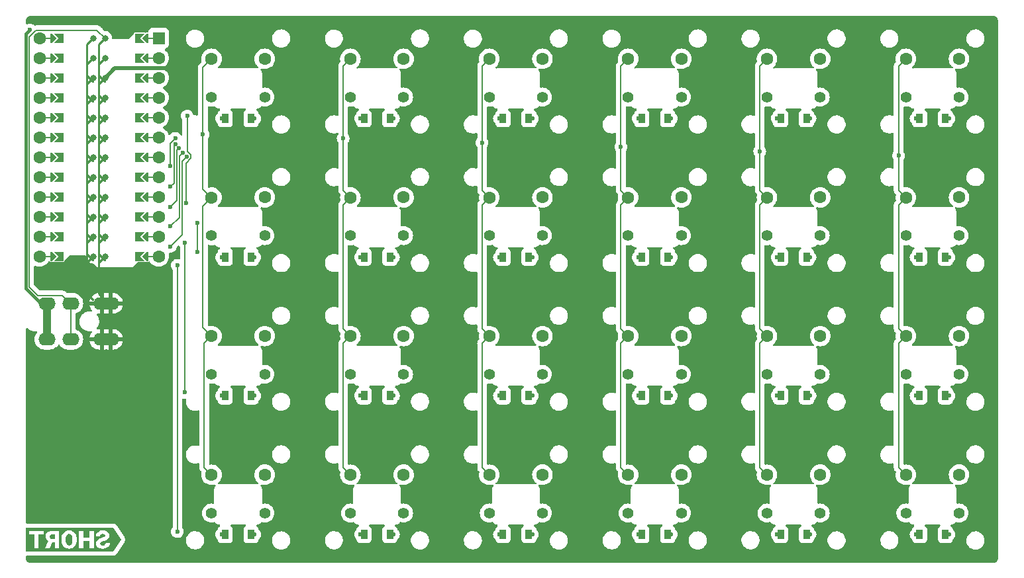
<source format=gbr>
%TF.GenerationSoftware,KiCad,Pcbnew,(6.0.10)*%
%TF.CreationDate,2023-01-29T20:47:48-05:00*%
%TF.ProjectId,shortstack,73686f72-7473-4746-9163-6b2e6b696361,v1.0.0*%
%TF.SameCoordinates,Original*%
%TF.FileFunction,Copper,L2,Bot*%
%TF.FilePolarity,Positive*%
%FSLAX46Y46*%
G04 Gerber Fmt 4.6, Leading zero omitted, Abs format (unit mm)*
G04 Created by KiCad (PCBNEW (6.0.10)) date 2023-01-29 20:47:48*
%MOMM*%
%LPD*%
G01*
G04 APERTURE LIST*
G04 Aperture macros list*
%AMFreePoly0*
4,1,6,0.600000,0.200000,0.000000,-0.400000,-0.600000,0.200000,-0.600000,0.400000,0.600000,0.400000,0.600000,0.200000,0.600000,0.200000,$1*%
%AMFreePoly1*
4,1,5,0.125000,-0.500000,-0.125000,-0.500000,-0.125000,0.500000,0.125000,0.500000,0.125000,-0.500000,0.125000,-0.500000,$1*%
%AMFreePoly2*
4,1,6,0.600000,-0.250000,-0.600000,-0.250000,-0.600000,1.000000,0.000000,0.400000,0.600000,1.000000,0.600000,-0.250000,0.600000,-0.250000,$1*%
%AMFreePoly3*
4,1,49,0.004773,0.123721,0.009154,0.124665,0.028961,0.117240,0.062500,0.108253,0.068237,0.102516,0.075053,0.099961,0.087617,0.083136,0.108253,0.062500,0.111178,0.051584,0.117161,0.043572,0.118539,0.024114,0.125000,0.000000,0.121239,-0.014035,0.122131,-0.026629,0.113759,-0.041951,0.108253,-0.062500,0.095644,-0.075109,0.088389,-0.088388,-0.641000,-0.817776,-0.641000,-4.770224,
0.088389,-5.499612,0.109852,-5.528356,0.124665,-5.597154,0.099961,-5.663053,0.043572,-5.705161,-0.026629,-5.710131,-0.088388,-5.676389,-0.854388,-4.910388,-0.867707,-4.892552,-0.871189,-4.889530,-0.871982,-4.886826,-0.875852,-4.881644,-0.882331,-4.851549,-0.891000,-4.822000,-0.891000,-0.766000,-0.887805,-0.743969,-0.888131,-0.739371,-0.886780,-0.736898,-0.885852,-0.730498,-0.869151,-0.704632,
-0.854388,-0.677612,-0.088388,0.088389,-0.064606,0.106147,-0.062500,0.108253,-0.061385,0.108552,-0.059644,0.109852,-0.043806,0.113262,0.000000,0.125000,0.004773,0.123721,0.004773,0.123721,$1*%
G04 Aperture macros list end*
%TA.AperFunction,ComponentPad*%
%ADD10C,1.600000*%
%TD*%
%TA.AperFunction,ComponentPad*%
%ADD11C,1.400000*%
%TD*%
%TA.AperFunction,ComponentPad*%
%ADD12O,2.200000X1.600000*%
%TD*%
%TA.AperFunction,SMDPad,CuDef*%
%ADD13FreePoly0,90.000000*%
%TD*%
%TA.AperFunction,SMDPad,CuDef*%
%ADD14FreePoly1,270.000000*%
%TD*%
%TA.AperFunction,SMDPad,CuDef*%
%ADD15FreePoly0,270.000000*%
%TD*%
%TA.AperFunction,SMDPad,CuDef*%
%ADD16FreePoly1,90.000000*%
%TD*%
%TA.AperFunction,ComponentPad*%
%ADD17R,1.600000X1.600000*%
%TD*%
%TA.AperFunction,SMDPad,CuDef*%
%ADD18FreePoly2,90.000000*%
%TD*%
%TA.AperFunction,SMDPad,CuDef*%
%ADD19FreePoly3,270.000000*%
%TD*%
%TA.AperFunction,ComponentPad*%
%ADD20C,0.800000*%
%TD*%
%TA.AperFunction,SMDPad,CuDef*%
%ADD21FreePoly3,90.000000*%
%TD*%
%TA.AperFunction,SMDPad,CuDef*%
%ADD22FreePoly2,270.000000*%
%TD*%
%TA.AperFunction,ComponentPad*%
%ADD23C,0.600000*%
%TD*%
%TA.AperFunction,SMDPad,CuDef*%
%ADD24R,0.900000X1.200000*%
%TD*%
%TA.AperFunction,ViaPad*%
%ADD25C,0.600000*%
%TD*%
%TA.AperFunction,Conductor*%
%ADD26C,0.500000*%
%TD*%
%TA.AperFunction,Conductor*%
%ADD27C,0.200000*%
%TD*%
%TA.AperFunction,Conductor*%
%ADD28C,1.000000*%
%TD*%
%TA.AperFunction,Conductor*%
%ADD29C,0.400000*%
%TD*%
G04 APERTURE END LIST*
%TO.C,kibuzzard-63D71E25*%
G36*
X-23415160Y-5325185D02*
G01*
X-23759325Y-5325185D01*
X-23895169Y-5304838D01*
X-23992644Y-5243795D01*
X-24070933Y-5016677D01*
X-23991869Y-4788009D01*
X-23894200Y-4725803D01*
X-23759325Y-4705068D01*
X-23415160Y-4705068D01*
X-23415160Y-5325185D01*
G37*
G36*
X-21422355Y-4718633D02*
G01*
X-21290095Y-4833742D01*
X-21206089Y-5025591D01*
X-21170335Y-5294179D01*
X-21168785Y-5460061D01*
X-21181015Y-5664183D01*
X-21217705Y-5834198D01*
X-21278856Y-5970107D01*
X-21415669Y-6103820D01*
X-21605968Y-6148391D01*
X-21788515Y-6104595D01*
X-21923778Y-5973208D01*
X-21985962Y-5839366D01*
X-22023685Y-5671417D01*
X-22036949Y-5469363D01*
X-22036949Y-5365493D01*
X-22024461Y-5159218D01*
X-21986995Y-4988944D01*
X-21924553Y-4854671D01*
X-21787933Y-4723865D01*
X-21602867Y-4680263D01*
X-21422355Y-4718633D01*
G37*
G36*
X-27111058Y-3857058D02*
G01*
X-15992357Y-3857058D01*
X-14954694Y-5413552D01*
X-15992357Y-6970046D01*
X-27111058Y-6970046D01*
X-27111058Y-4705068D01*
X-26714183Y-4705068D01*
X-26036705Y-4705068D01*
X-26036705Y-6542165D01*
X-25492552Y-6542165D01*
X-24691051Y-6542165D01*
X-24108140Y-6542165D01*
X-23709715Y-5745315D01*
X-23415160Y-5745315D01*
X-23415160Y-6542165D01*
X-22871007Y-6542165D01*
X-22871007Y-5460061D01*
X-22590404Y-5460061D01*
X-22576796Y-5671762D01*
X-22535971Y-5866582D01*
X-22467931Y-6044521D01*
X-22374827Y-6201015D01*
X-22258813Y-6331498D01*
X-22119890Y-6435970D01*
X-21962535Y-6512193D01*
X-21791228Y-6557927D01*
X-21605968Y-6573171D01*
X-21420966Y-6558443D01*
X-21358138Y-6542165D01*
X-20334727Y-6542165D01*
X-19793675Y-6542165D01*
X-19793675Y-5599587D01*
X-18992174Y-5599587D01*
X-18992174Y-6542165D01*
X-18448021Y-6542165D01*
X-18448021Y-5939101D01*
X-18168968Y-5939101D01*
X-18144163Y-6122380D01*
X-18069749Y-6277410D01*
X-17945726Y-6404189D01*
X-17778467Y-6498068D01*
X-17574345Y-6554395D01*
X-17333360Y-6573171D01*
X-17071942Y-6548560D01*
X-16836491Y-6474728D01*
X-16641542Y-6358068D01*
X-16501628Y-6204977D01*
X-16417331Y-6020685D01*
X-16389232Y-5810427D01*
X-16934935Y-5810427D01*
X-16958383Y-5967976D01*
X-17028728Y-6077853D01*
X-17151782Y-6142383D01*
X-17333360Y-6163894D01*
X-17546525Y-6105758D01*
X-17624815Y-5942202D01*
X-17540324Y-5756167D01*
X-17423859Y-5688341D01*
X-17243443Y-5618191D01*
X-17050432Y-5548040D01*
X-16896178Y-5480215D01*
X-16704232Y-5362392D01*
X-16567128Y-5224416D01*
X-16484865Y-5066286D01*
X-16457445Y-4888003D01*
X-16484769Y-4711463D01*
X-16566740Y-4557015D01*
X-16698709Y-4429504D01*
X-16876024Y-4333773D01*
X-17088414Y-4273893D01*
X-17325609Y-4253933D01*
X-17556409Y-4275637D01*
X-17762016Y-4340749D01*
X-17933517Y-4445975D01*
X-18061998Y-4588021D01*
X-18142226Y-4759910D01*
X-18168968Y-4954665D01*
X-17626366Y-4954665D01*
X-17541875Y-4740725D01*
X-17313206Y-4664760D01*
X-17082988Y-4729098D01*
X-16998497Y-4892654D01*
X-17091515Y-5050008D01*
X-17219801Y-5121709D01*
X-17418626Y-5195736D01*
X-17631792Y-5273832D01*
X-17803099Y-5357741D01*
X-18006360Y-5516044D01*
X-18128316Y-5709830D01*
X-18168968Y-5939101D01*
X-18448021Y-5939101D01*
X-18448021Y-4284939D01*
X-18992174Y-4284939D01*
X-18992174Y-5181008D01*
X-19793675Y-5181008D01*
X-19793675Y-4284939D01*
X-20334727Y-4284939D01*
X-20334727Y-6542165D01*
X-21358138Y-6542165D01*
X-21250434Y-6514260D01*
X-21094371Y-6440621D01*
X-20956481Y-6339594D01*
X-20840467Y-6213245D01*
X-20746330Y-6061574D01*
X-20676309Y-5889147D01*
X-20632642Y-5700528D01*
X-20615330Y-5495718D01*
X-20615330Y-5368594D01*
X-20628852Y-5156117D01*
X-20669418Y-4961039D01*
X-20737028Y-4783358D01*
X-20829874Y-4627209D01*
X-20946146Y-4496726D01*
X-21085844Y-4391909D01*
X-21244233Y-4315256D01*
X-21416574Y-4269264D01*
X-21602867Y-4253933D01*
X-21787180Y-4269091D01*
X-21957712Y-4314567D01*
X-22114464Y-4390359D01*
X-22253215Y-4494142D01*
X-22369745Y-4623592D01*
X-22464055Y-4778707D01*
X-22533560Y-4954838D01*
X-22575676Y-5147332D01*
X-22590404Y-5356191D01*
X-22590404Y-5460061D01*
X-22871007Y-5460061D01*
X-22871007Y-4284939D01*
X-23759325Y-4284939D01*
X-24007544Y-4304748D01*
X-24216833Y-4364176D01*
X-24387193Y-4463222D01*
X-24512939Y-4598442D01*
X-24588387Y-4766391D01*
X-24613536Y-4967068D01*
X-24589700Y-5182558D01*
X-24518193Y-5357741D01*
X-24395914Y-5498043D01*
X-24219762Y-5608889D01*
X-24691051Y-6518911D01*
X-24691051Y-6542165D01*
X-25492552Y-6542165D01*
X-25492552Y-4705068D01*
X-24827476Y-4705068D01*
X-24827476Y-4284939D01*
X-26714183Y-4284939D01*
X-26714183Y-4705068D01*
X-27111058Y-4705068D01*
X-27111058Y-3857058D01*
G37*
%TD*%
D10*
%TO.P,SW9,1,1*%
%TO.N,/c2*%
X38900008Y2900000D03*
X32099992Y2887664D03*
D11*
%TO.P,SW9,2,2*%
%TO.N,Net-(D9-Pad2)*%
X38900008Y-2000000D03*
X32099992Y-2012336D03*
%TD*%
D10*
%TO.P,SW17,1,1*%
%TO.N,/c4*%
X67599992Y2887664D03*
X74400008Y2900000D03*
D11*
%TO.P,SW17,2,2*%
%TO.N,Net-(D17-Pad2)*%
X67599992Y-2012336D03*
X74400008Y-2000000D03*
%TD*%
D10*
%TO.P,SW24,1,1*%
%TO.N,/c5*%
X85349992Y56137664D03*
X92150008Y56150000D03*
D11*
%TO.P,SW24,2,2*%
%TO.N,Net-(D24-Pad2)*%
X92150008Y51250000D03*
X85349992Y51237664D03*
%TD*%
D10*
%TO.P,SW3,1,1*%
%TO.N,/c0*%
X-3400008Y38387664D03*
X3400008Y38400000D03*
D11*
%TO.P,SW3,2,2*%
%TO.N,Net-(D3-Pad2)*%
X-3400008Y33487664D03*
X3400008Y33500000D03*
%TD*%
D10*
%TO.P,SW4,1,1*%
%TO.N,/c0*%
X3400008Y56150000D03*
X-3400008Y56137664D03*
D11*
%TO.P,SW4,2,2*%
%TO.N,Net-(D4-Pad2)*%
X3400008Y51250000D03*
X-3400008Y51237664D03*
%TD*%
D10*
%TO.P,SW21,1,1*%
%TO.N,/c5*%
X92150008Y2900000D03*
X85349992Y2887664D03*
D11*
%TO.P,SW21,2,2*%
%TO.N,Net-(D21-Pad2)*%
X85349992Y-2012336D03*
X92150008Y-2000000D03*
%TD*%
D10*
%TO.P,SW6,1,1*%
%TO.N,/c1*%
X14349992Y20637664D03*
X21150008Y20650000D03*
D11*
%TO.P,SW6,2,2*%
%TO.N,Net-(D6-Pad2)*%
X21150008Y15750000D03*
X14349992Y15737664D03*
%TD*%
D12*
%TO.P,J1,1,Pin_1*%
%TO.N,/GND*%
X-16318891Y20230274D03*
X-16318891Y24830274D03*
%TO.P,J1,2,Pin_2*%
X-17418891Y24830274D03*
X-17418891Y20230274D03*
%TO.P,J1,3,Pin_3*%
%TO.N,/TX*%
X-21418891Y24830274D03*
X-21418891Y20230274D03*
%TO.P,J1,4,Pin_4*%
%TO.N,/RAW*%
X-24418891Y24830274D03*
X-24418891Y20230274D03*
%TD*%
D10*
%TO.P,SW16,1,1*%
%TO.N,/c3*%
X56650008Y56150000D03*
X49849992Y56137664D03*
D11*
%TO.P,SW16,2,2*%
%TO.N,Net-(D16-Pad2)*%
X49849992Y51237664D03*
X56650008Y51250000D03*
%TD*%
D10*
%TO.P,SW19,1,1*%
%TO.N,/c4*%
X67599992Y38387664D03*
X74400008Y38400000D03*
D11*
%TO.P,SW19,2,2*%
%TO.N,Net-(D19-Pad2)*%
X67599992Y33487664D03*
X74400008Y33500000D03*
%TD*%
D10*
%TO.P,SW20,1,1*%
%TO.N,/c4*%
X74400008Y56150000D03*
X67599992Y56137664D03*
D11*
%TO.P,SW20,2,2*%
%TO.N,Net-(D20-Pad2)*%
X74400008Y51250000D03*
X67599992Y51237664D03*
%TD*%
D10*
%TO.P,SW11,1,1*%
%TO.N,/c2*%
X32099992Y38387664D03*
X38900008Y38400000D03*
D11*
%TO.P,SW11,2,2*%
%TO.N,Net-(D11-Pad2)*%
X38900008Y33500000D03*
X32099992Y33487664D03*
%TD*%
D10*
%TO.P,SW18,1,1*%
%TO.N,/c4*%
X74400008Y20650000D03*
X67599992Y20637664D03*
D11*
%TO.P,SW18,2,2*%
%TO.N,Net-(D18-Pad2)*%
X74400008Y15750000D03*
X67599992Y15737664D03*
%TD*%
D13*
%TO.P,U1,*%
%TO.N,*%
X-23621965Y43544420D03*
D10*
X-10159965Y53704420D03*
D14*
X-11429965Y51164420D03*
D15*
X-11937965Y46084420D03*
X-11937965Y30844420D03*
D16*
X-24129965Y53704420D03*
D15*
X-11937965Y56244420D03*
D16*
X-24129965Y48624420D03*
D15*
X-11937965Y53704420D03*
D16*
X-24129965Y51164420D03*
X-24129965Y33384420D03*
D13*
X-23621965Y35924420D03*
D14*
X-11429965Y53704420D03*
D10*
X-25399965Y53704420D03*
X-25399965Y30844420D03*
D14*
X-11429965Y41004420D03*
D10*
X-10159965Y58784420D03*
D14*
X-11429965Y38464420D03*
D13*
X-23621965Y41004420D03*
D14*
X-11429965Y48624420D03*
D10*
X-25399965Y51164420D03*
X-25399965Y43544420D03*
D15*
X-11937965Y35924420D03*
D10*
X-10159965Y48624420D03*
X-10159965Y56244420D03*
D14*
X-11429965Y43544420D03*
D10*
X-25399965Y46084420D03*
D14*
X-11429965Y35924420D03*
D16*
X-24129965Y41004420D03*
D14*
X-11429965Y56244420D03*
D13*
X-23621965Y46084420D03*
D15*
X-11937965Y33384420D03*
D13*
X-23621965Y33384420D03*
X-23621965Y56244420D03*
X-23621965Y30844420D03*
X-23621965Y51164420D03*
D10*
X-10159965Y30844420D03*
X-25399965Y38464420D03*
D16*
X-24129965Y38464420D03*
D13*
X-23621965Y58784420D03*
X-23621965Y53704420D03*
D14*
X-11429965Y30844420D03*
D16*
X-24129965Y46084420D03*
D14*
X-11429965Y33384420D03*
D17*
X-10159965Y58784420D03*
D10*
X-10159965Y43544420D03*
X-25399965Y56244420D03*
D14*
X-11429965Y46084420D03*
D15*
X-11937965Y48624420D03*
X-11937965Y38464420D03*
X-11937965Y43544420D03*
D10*
X-10159965Y35924420D03*
D15*
X-11937965Y41004420D03*
D10*
X-25399965Y33384420D03*
X-10159965Y51164420D03*
X-25399965Y48624420D03*
X-25399965Y35924420D03*
D16*
X-24129965Y30844420D03*
X-24129965Y56244420D03*
D10*
X-10159965Y33384420D03*
D15*
X-11937965Y58784420D03*
D13*
X-23621965Y38464420D03*
D16*
X-24129965Y43544420D03*
D10*
X-25399965Y41004420D03*
X-10159965Y41004420D03*
X-10159965Y38464420D03*
D14*
X-11429965Y58784420D03*
D10*
X-10159965Y46084420D03*
D15*
X-11937965Y51164420D03*
D13*
X-23621965Y48624420D03*
D16*
X-24129965Y58784420D03*
D10*
X-25399965Y58784420D03*
D16*
X-24129965Y35924420D03*
D18*
%TO.P,U1,1,TX*%
%TO.N,/TX*%
X-22605965Y58784420D03*
D19*
X-17017965Y58784420D03*
D20*
X-17017965Y58784420D03*
%TO.P,U1,2,RX*%
%TO.N,unconnected-(U1-Pad2)*%
X-17017965Y56244420D03*
D19*
X-17017965Y56244420D03*
D18*
X-22605965Y56244420D03*
D20*
%TO.P,U1,3,GND*%
%TO.N,/GND*%
X-17017965Y53704420D03*
D18*
X-22605965Y53704420D03*
D19*
X-17017965Y53704420D03*
D20*
%TO.P,U1,4,GND*%
X-17017965Y51164420D03*
D19*
X-17017965Y51164420D03*
D18*
X-22605965Y51164420D03*
D20*
%TO.P,U1,5,SDA*%
%TO.N,unconnected-(U1-Pad5)*%
X-17017965Y48624420D03*
D18*
X-22605965Y48624420D03*
D19*
X-17017965Y48624420D03*
%TO.P,U1,6,SCL*%
%TO.N,unconnected-(U1-Pad6)*%
X-17017965Y46084420D03*
D20*
X-17017965Y46084420D03*
D18*
X-22605965Y46084420D03*
D20*
%TO.P,U1,7,D4*%
%TO.N,/c0*%
X-17017965Y43544420D03*
D19*
X-17017965Y43544420D03*
D18*
X-22605965Y43544420D03*
D19*
%TO.P,U1,8,C6*%
%TO.N,/c1*%
X-17017965Y41004420D03*
D20*
X-17017965Y41004420D03*
D18*
X-22605965Y41004420D03*
D20*
%TO.P,U1,9,D7*%
%TO.N,/c2*%
X-17017965Y38464420D03*
D18*
X-22605965Y38464420D03*
D19*
X-17017965Y38464420D03*
D20*
%TO.P,U1,10,E6*%
%TO.N,/c3*%
X-17017965Y35924420D03*
D18*
X-22605965Y35924420D03*
D19*
X-17017965Y35924420D03*
D20*
%TO.P,U1,11,B4*%
%TO.N,/c4*%
X-17017965Y33384420D03*
D18*
X-22605965Y33384420D03*
D19*
X-17017965Y33384420D03*
%TO.P,U1,12,B5*%
%TO.N,/c5*%
X-17017965Y30844420D03*
D20*
X-17017965Y30844420D03*
D18*
X-22605965Y30844420D03*
D21*
%TO.P,U1,13,B6*%
%TO.N,/r0*%
X-18541965Y30844420D03*
D22*
X-12953965Y30844420D03*
D20*
X-18541965Y30844420D03*
D21*
%TO.P,U1,14,B2*%
%TO.N,/r1*%
X-18541965Y33384420D03*
D22*
X-12953965Y33384420D03*
D20*
X-18541965Y33384420D03*
%TO.P,U1,15,B3*%
%TO.N,/r2*%
X-18541965Y35924420D03*
D22*
X-12953965Y35924420D03*
D21*
X-18541965Y35924420D03*
D22*
%TO.P,U1,16,B1*%
%TO.N,/r3*%
X-12953965Y38464420D03*
D20*
X-18541965Y38464420D03*
D21*
X-18541965Y38464420D03*
%TO.P,U1,17,F7*%
%TO.N,unconnected-(U1-Pad17)*%
X-18541965Y41004420D03*
D20*
X-18541965Y41004420D03*
D22*
X-12953965Y41004420D03*
%TO.P,U1,18,F6*%
%TO.N,unconnected-(U1-Pad18)*%
X-12953965Y43544420D03*
D21*
X-18541965Y43544420D03*
D20*
X-18541965Y43544420D03*
D21*
%TO.P,U1,19,F5*%
%TO.N,unconnected-(U1-Pad19)*%
X-18541965Y46084420D03*
D22*
X-12953965Y46084420D03*
D20*
X-18541965Y46084420D03*
%TO.P,U1,20,F4*%
%TO.N,unconnected-(U1-Pad20)*%
X-18541965Y48624420D03*
D21*
X-18541965Y48624420D03*
D22*
X-12953965Y48624420D03*
D20*
%TO.P,U1,21,VCC*%
%TO.N,unconnected-(U1-Pad21)*%
X-18541965Y51164420D03*
D21*
X-18541965Y51164420D03*
D22*
X-12953965Y51164420D03*
D21*
%TO.P,U1,22,RST*%
%TO.N,unconnected-(U1-Pad22)*%
X-18541965Y53704420D03*
D22*
X-12953965Y53704420D03*
D20*
X-18541965Y53704420D03*
%TO.P,U1,23,GND*%
%TO.N,/GND*%
X-18541965Y56244420D03*
D21*
X-18541965Y56244420D03*
D22*
X-12953965Y56244420D03*
%TO.P,U1,24,RAW*%
%TO.N,/RAW*%
X-12953965Y58784420D03*
D20*
X-18541965Y58784420D03*
D21*
X-18541965Y58784420D03*
%TD*%
D10*
%TO.P,SW14,1,1*%
%TO.N,/c3*%
X56650008Y20650000D03*
X49849992Y20637664D03*
D11*
%TO.P,SW14,2,2*%
%TO.N,Net-(D14-Pad2)*%
X49849992Y15737664D03*
X56650008Y15750000D03*
%TD*%
D10*
%TO.P,SW10,1,1*%
%TO.N,/c2*%
X38900008Y20650000D03*
X32099992Y20637664D03*
D11*
%TO.P,SW10,2,2*%
%TO.N,Net-(D10-Pad2)*%
X38900008Y15750000D03*
X32099992Y15737664D03*
%TD*%
D10*
%TO.P,SW22,1,1*%
%TO.N,/c5*%
X85349992Y20637664D03*
X92150008Y20650000D03*
D11*
%TO.P,SW22,2,2*%
%TO.N,Net-(D22-Pad2)*%
X92150008Y15750000D03*
X85349992Y15737664D03*
%TD*%
D10*
%TO.P,SW13,1,1*%
%TO.N,/c3*%
X56650008Y2900000D03*
X49849992Y2887664D03*
D11*
%TO.P,SW13,2,2*%
%TO.N,Net-(D13-Pad2)*%
X56650008Y-2000000D03*
X49849992Y-2012336D03*
%TD*%
D10*
%TO.P,SW12,1,1*%
%TO.N,/c2*%
X38900008Y56150000D03*
X32099992Y56137664D03*
D11*
%TO.P,SW12,2,2*%
%TO.N,Net-(D12-Pad2)*%
X38900008Y51250000D03*
X32099992Y51237664D03*
%TD*%
D10*
%TO.P,SW15,1,1*%
%TO.N,/c3*%
X56650008Y38400000D03*
X49849992Y38387664D03*
D11*
%TO.P,SW15,2,2*%
%TO.N,Net-(D15-Pad2)*%
X56650008Y33500000D03*
X49849992Y33487664D03*
%TD*%
D10*
%TO.P,SW8,1,1*%
%TO.N,/c1*%
X21150008Y56150000D03*
X14349992Y56137664D03*
D11*
%TO.P,SW8,2,2*%
%TO.N,Net-(D8-Pad2)*%
X14349992Y51237664D03*
X21150008Y51250000D03*
%TD*%
D10*
%TO.P,SW1,1,1*%
%TO.N,/c0*%
X3400008Y2900000D03*
X-3400008Y2887664D03*
D11*
%TO.P,SW1,2,2*%
%TO.N,Net-(D1-Pad2)*%
X-3400008Y-2012336D03*
X3400008Y-2000000D03*
%TD*%
D10*
%TO.P,SW7,1,1*%
%TO.N,/c1*%
X14349992Y38387664D03*
X21150008Y38400000D03*
D11*
%TO.P,SW7,2,2*%
%TO.N,Net-(D7-Pad2)*%
X14349992Y33487664D03*
X21150008Y33500000D03*
%TD*%
D10*
%TO.P,SW5,1,1*%
%TO.N,/c1*%
X14349992Y2887664D03*
X21150008Y2900000D03*
D11*
%TO.P,SW5,2,2*%
%TO.N,Net-(D5-Pad2)*%
X21150008Y-2000000D03*
X14349992Y-2012336D03*
%TD*%
D10*
%TO.P,SW23,1,1*%
%TO.N,/c5*%
X92150008Y38400000D03*
X85349992Y38387664D03*
D11*
%TO.P,SW23,2,2*%
%TO.N,Net-(D23-Pad2)*%
X85349992Y33487664D03*
X92150008Y33500000D03*
%TD*%
D10*
%TO.P,SW2,1,1*%
%TO.N,/c0*%
X-3400008Y20637664D03*
X3400008Y20650000D03*
D11*
%TO.P,SW2,2,2*%
%TO.N,Net-(D2-Pad2)*%
X-3400008Y15737664D03*
X3400008Y15750000D03*
%TD*%
D23*
%TO.P,D2,1,K*%
%TO.N,/r1*%
X-2100000Y13000000D03*
D24*
X-1650000Y13000000D03*
D23*
%TO.P,D2,2,A*%
%TO.N,Net-(D2-Pad2)*%
X2100000Y13000000D03*
D24*
X1650000Y13000000D03*
%TD*%
D23*
%TO.P,D20,1,K*%
%TO.N,/r3*%
X68900000Y48500000D03*
D24*
X69350000Y48500000D03*
D23*
%TO.P,D20,2,A*%
%TO.N,Net-(D20-Pad2)*%
X73100000Y48500000D03*
D24*
X72650000Y48500000D03*
%TD*%
D23*
%TO.P,D6,1,K*%
%TO.N,/r1*%
X15650000Y13000000D03*
D24*
X16100000Y13000000D03*
%TO.P,D6,2,A*%
%TO.N,Net-(D6-Pad2)*%
X19400000Y13000000D03*
D23*
X19850000Y13000000D03*
%TD*%
D24*
%TO.P,D7,1,K*%
%TO.N,/r2*%
X16100000Y30750000D03*
D23*
X15650000Y30750000D03*
%TO.P,D7,2,A*%
%TO.N,Net-(D7-Pad2)*%
X19850000Y30750000D03*
D24*
X19400000Y30750000D03*
%TD*%
D23*
%TO.P,D4,1,K*%
%TO.N,/r3*%
X-2100000Y48500000D03*
D24*
X-1650000Y48500000D03*
D23*
%TO.P,D4,2,A*%
%TO.N,Net-(D4-Pad2)*%
X2100000Y48500000D03*
D24*
X1650000Y48500000D03*
%TD*%
D23*
%TO.P,D14,1,K*%
%TO.N,/r1*%
X51150000Y13000000D03*
D24*
X51600000Y13000000D03*
%TO.P,D14,2,A*%
%TO.N,Net-(D14-Pad2)*%
X54900000Y13000000D03*
D23*
X55350000Y13000000D03*
%TD*%
D24*
%TO.P,D10,1,K*%
%TO.N,/r1*%
X33850000Y13000000D03*
D23*
X33400000Y13000000D03*
D24*
%TO.P,D10,2,A*%
%TO.N,Net-(D10-Pad2)*%
X37150000Y13000000D03*
D23*
X37600000Y13000000D03*
%TD*%
D24*
%TO.P,D1,1,K*%
%TO.N,/r0*%
X-1650000Y-4750000D03*
D23*
X-2100000Y-4750000D03*
%TO.P,D1,2,A*%
%TO.N,Net-(D1-Pad2)*%
X2100000Y-4750000D03*
D24*
X1650000Y-4750000D03*
%TD*%
%TO.P,D15,1,K*%
%TO.N,/r2*%
X51600000Y30750000D03*
D23*
X51150000Y30750000D03*
%TO.P,D15,2,A*%
%TO.N,Net-(D15-Pad2)*%
X55350000Y30750000D03*
D24*
X54900000Y30750000D03*
%TD*%
D23*
%TO.P,D17,1,K*%
%TO.N,/r0*%
X68900000Y-4750000D03*
D24*
X69350000Y-4750000D03*
%TO.P,D17,2,A*%
%TO.N,Net-(D17-Pad2)*%
X72650000Y-4750000D03*
D23*
X73100000Y-4750000D03*
%TD*%
D24*
%TO.P,D13,1,K*%
%TO.N,/r0*%
X51600000Y-4750000D03*
D23*
X51150000Y-4750000D03*
D24*
%TO.P,D13,2,A*%
%TO.N,Net-(D13-Pad2)*%
X54900000Y-4750000D03*
D23*
X55350000Y-4750000D03*
%TD*%
D24*
%TO.P,D11,1,K*%
%TO.N,/r2*%
X33850000Y30750000D03*
D23*
X33400000Y30750000D03*
%TO.P,D11,2,A*%
%TO.N,Net-(D11-Pad2)*%
X37600000Y30750000D03*
D24*
X37150000Y30750000D03*
%TD*%
D23*
%TO.P,D23,1,K*%
%TO.N,/r2*%
X86650000Y30750000D03*
D24*
X87100000Y30750000D03*
%TO.P,D23,2,A*%
%TO.N,Net-(D23-Pad2)*%
X90400000Y30750000D03*
D23*
X90850000Y30750000D03*
%TD*%
%TO.P,D16,1,K*%
%TO.N,/r3*%
X51150000Y48500000D03*
D24*
X51600000Y48500000D03*
D23*
%TO.P,D16,2,A*%
%TO.N,Net-(D16-Pad2)*%
X55350000Y48500000D03*
D24*
X54900000Y48500000D03*
%TD*%
%TO.P,D3,1,K*%
%TO.N,/r2*%
X-1650000Y30750000D03*
D23*
X-2100000Y30750000D03*
%TO.P,D3,2,A*%
%TO.N,Net-(D3-Pad2)*%
X2100000Y30750000D03*
D24*
X1650000Y30750000D03*
%TD*%
D23*
%TO.P,D12,1,K*%
%TO.N,/r3*%
X33400000Y48500000D03*
D24*
X33850000Y48500000D03*
%TO.P,D12,2,A*%
%TO.N,Net-(D12-Pad2)*%
X37150000Y48500000D03*
D23*
X37600000Y48500000D03*
%TD*%
D24*
%TO.P,D5,1,K*%
%TO.N,/r0*%
X16100000Y-4750000D03*
D23*
X15650000Y-4750000D03*
D24*
%TO.P,D5,2,A*%
%TO.N,Net-(D5-Pad2)*%
X19400000Y-4750000D03*
D23*
X19850000Y-4750000D03*
%TD*%
D24*
%TO.P,D21,1,K*%
%TO.N,/r0*%
X87100000Y-4750000D03*
D23*
X86650000Y-4750000D03*
D24*
%TO.P,D21,2,A*%
%TO.N,Net-(D21-Pad2)*%
X90400000Y-4750000D03*
D23*
X90850000Y-4750000D03*
%TD*%
D24*
%TO.P,D18,1,K*%
%TO.N,/r1*%
X69350000Y13000000D03*
D23*
X68900000Y13000000D03*
D24*
%TO.P,D18,2,A*%
%TO.N,Net-(D18-Pad2)*%
X72650000Y13000000D03*
D23*
X73100000Y13000000D03*
%TD*%
%TO.P,D19,1,K*%
%TO.N,/r2*%
X68900000Y30750000D03*
D24*
X69350000Y30750000D03*
%TO.P,D19,2,A*%
%TO.N,Net-(D19-Pad2)*%
X72650000Y30750000D03*
D23*
X73100000Y30750000D03*
%TD*%
%TO.P,D22,1,K*%
%TO.N,/r1*%
X86650000Y13000000D03*
D24*
X87100000Y13000000D03*
%TO.P,D22,2,A*%
%TO.N,Net-(D22-Pad2)*%
X90400000Y13000000D03*
D23*
X90850000Y13000000D03*
%TD*%
%TO.P,D9,1,K*%
%TO.N,/r0*%
X33400000Y-4750000D03*
D24*
X33850000Y-4750000D03*
%TO.P,D9,2,A*%
%TO.N,Net-(D9-Pad2)*%
X37150000Y-4750000D03*
D23*
X37600000Y-4750000D03*
%TD*%
D24*
%TO.P,D8,1,K*%
%TO.N,/r3*%
X16100000Y48500000D03*
D23*
X15650000Y48500000D03*
D24*
%TO.P,D8,2,A*%
%TO.N,Net-(D8-Pad2)*%
X19400000Y48500000D03*
D23*
X19850000Y48500000D03*
%TD*%
%TO.P,D24,1,K*%
%TO.N,/r3*%
X86650000Y48500000D03*
D24*
X87100000Y48500000D03*
D23*
%TO.P,D24,2,A*%
%TO.N,Net-(D24-Pad2)*%
X90850000Y48500000D03*
D24*
X90400000Y48500000D03*
%TD*%
D25*
%TO.N,/r0*%
X-7771351Y29713301D03*
X-7763115Y-4387163D03*
%TO.N,/r1*%
X-6816577Y32631542D03*
X-6819077Y13447204D03*
%TO.N,/r2*%
X-5204584Y35103134D03*
X-5192341Y31443902D03*
%TO.N,/r3*%
X-6515887Y48827420D03*
X-6636512Y37707893D03*
%TO.N,/c0*%
X-4499991Y46487410D03*
%TO.N,/c1*%
X-8671849Y42426420D03*
X-8043135Y45964500D03*
X13422992Y45947222D03*
%TO.N,/c2*%
X-8033639Y45229412D03*
X31172992Y45419749D03*
X-8644222Y39758459D03*
%TO.N,/c3*%
X-8666328Y37176036D03*
X48922992Y44837569D03*
X-7573174Y44667471D03*
%TO.N,/c4*%
X-8659717Y34672268D03*
X-7089612Y44125278D03*
X66672992Y44309156D03*
%TO.N,/c5*%
X-6564512Y43621584D03*
X84422992Y43752275D03*
X-8671042Y32117046D03*
%TO.N,/RAW*%
X-26610863Y59828045D03*
%TD*%
D26*
%TO.N,/GND*%
X-9204152Y54964324D02*
X-9202595Y54962767D01*
X-15758061Y54964324D02*
X-9204152Y54964324D01*
X-17017965Y53704420D02*
X-15758061Y54964324D01*
D27*
%TO.N,/r0*%
X-7763115Y29705065D02*
X-7763115Y-4387163D01*
X-7771351Y29713301D02*
X-7763115Y29705065D01*
%TO.N,/r1*%
X-6819077Y32629042D02*
X-6819077Y13447204D01*
X-6816577Y32631542D02*
X-6819077Y32629042D01*
%TO.N,/r2*%
X-5204584Y35103134D02*
X-5192341Y35090891D01*
X-5192341Y35090891D02*
X-5192341Y31443902D01*
%TO.N,/r3*%
X-6636512Y37707893D02*
X-6636512Y42794696D01*
X-6515887Y44318250D02*
X-6515887Y48827420D01*
X-6037512Y43393696D02*
X-6037512Y43839875D01*
X-6636512Y42794696D02*
X-6037512Y43393696D01*
X-6037512Y43839875D02*
X-6515887Y44318250D01*
%TO.N,/c0*%
X-4499991Y37287681D02*
X-4499991Y21737647D01*
X-3400008Y38387664D02*
X-4499991Y37287681D01*
X-4499991Y39487647D02*
X-3400008Y38387664D01*
X-4499991Y46487410D02*
X-4499991Y55037681D01*
X-4499991Y55037681D02*
X-3400008Y56137664D01*
X-4327008Y19710664D02*
X-4327008Y3814664D01*
X-4499991Y21737647D02*
X-3400008Y20637664D01*
X-4327008Y3814664D02*
X-3400008Y2887664D01*
X-4499991Y46487410D02*
X-4499991Y39487647D01*
X-3400008Y20637664D02*
X-4327008Y19710664D01*
%TO.N,/c1*%
X13422992Y19710664D02*
X13422992Y3814664D01*
X-8043135Y45964500D02*
X-8670512Y45337123D01*
X13422992Y37460664D02*
X13422992Y21564664D01*
X13422992Y3814664D02*
X14349992Y2887664D01*
X13422992Y45947222D02*
X13422992Y39314664D01*
X13422992Y55210664D02*
X14349992Y56137664D01*
X13422992Y45947222D02*
X13422992Y55210664D01*
X-8670512Y42427757D02*
X-8671849Y42426420D01*
X13422992Y39314664D02*
X14349992Y38387664D01*
X13422992Y21564664D02*
X14349992Y20637664D01*
X14349992Y38387664D02*
X13422992Y37460664D01*
X14349992Y20637664D02*
X13422992Y19710664D01*
X-8670512Y45337123D02*
X-8670512Y42427757D01*
%TO.N,/c2*%
X31172992Y55210664D02*
X31172992Y39314664D01*
X31172992Y3814664D02*
X32099992Y2887664D01*
X31172992Y37460664D02*
X31172992Y21564664D01*
X-8033639Y45229412D02*
X-8144012Y45119039D01*
X31172992Y39314664D02*
X32099992Y38387664D01*
X-8144012Y45119039D02*
X-8144012Y40258669D01*
X31172992Y19710664D02*
X31172992Y3814664D01*
X32099992Y56137664D02*
X31172992Y55210664D01*
X-8144012Y40258669D02*
X-8644222Y39758459D01*
X32099992Y38387664D02*
X31172992Y37460664D01*
X32099992Y20637664D02*
X31172992Y19710664D01*
X31172992Y21564664D02*
X32099992Y20637664D01*
%TO.N,/c3*%
X48922992Y44837569D02*
X48922992Y55210664D01*
X48922992Y44837569D02*
X48922992Y39314664D01*
X48922992Y21564664D02*
X49849992Y20637664D01*
X48922992Y19710664D02*
X48922992Y3814664D01*
X48922992Y37460664D02*
X48922992Y21564664D01*
X-7817012Y44423633D02*
X-7817012Y38025352D01*
X48922992Y55210664D02*
X49849992Y56137664D01*
X-7817012Y38025352D02*
X-8666328Y37176036D01*
X48922992Y3814664D02*
X49849992Y2887664D01*
X49849992Y38387664D02*
X48922992Y37460664D01*
X48922992Y39314664D02*
X49849992Y38387664D01*
X-7573174Y44667471D02*
X-7817012Y44423633D01*
X49849992Y20637664D02*
X48922992Y19710664D01*
%TO.N,/c4*%
X66672992Y3814664D02*
X67599992Y2887664D01*
X66672992Y19710664D02*
X66672992Y3814664D01*
X66672992Y37460664D02*
X66672992Y21564664D01*
X66672992Y39314664D02*
X67599992Y38387664D01*
X67599992Y56137664D02*
X66672992Y55210664D01*
X-7089612Y44125278D02*
X-7490012Y43724878D01*
X67599992Y20637664D02*
X66672992Y19710664D01*
X66672992Y21564664D02*
X67599992Y20637664D01*
X67599992Y38387664D02*
X66672992Y37460664D01*
X-7490012Y35841973D02*
X-8659717Y34672268D01*
X-7490012Y43724878D02*
X-7490012Y35841973D01*
X66672992Y55210664D02*
X66672992Y39314664D01*
%TO.N,/c5*%
X-7163012Y43023084D02*
X-7163012Y33625076D01*
X85349992Y56137664D02*
X84422992Y55210664D01*
X85349992Y38387664D02*
X84422992Y37460664D01*
X-6564512Y43621584D02*
X-7163012Y43023084D01*
X84422992Y39314664D02*
X85349992Y38387664D01*
X85349992Y20637664D02*
X84422992Y19710664D01*
X84422992Y55210664D02*
X84422992Y43752275D01*
X84422992Y3814664D02*
X85349992Y2887664D01*
X84422992Y21564664D02*
X85349992Y20637664D01*
X84422992Y43752275D02*
X84422992Y39314664D01*
X-7163012Y33625076D02*
X-8671042Y32117046D01*
X84422992Y19710664D02*
X84422992Y3814664D01*
X84422992Y37460664D02*
X84422992Y21564664D01*
%TO.N,/GND*%
X-22670680Y51168245D02*
X-22670680Y51185491D01*
%TO.N,/TX*%
X-25825363Y59811420D02*
X-26696030Y58940753D01*
X-25620668Y25857274D02*
X-22445891Y25857274D01*
X-18044965Y59811420D02*
X-25825363Y59811420D01*
X-26696030Y26932636D02*
X-25620668Y25857274D01*
X-22445891Y25857274D02*
X-21418891Y24830274D01*
X-21418891Y20230274D02*
X-21418891Y24830274D01*
X-26696030Y58940753D02*
X-26696030Y26932636D01*
X-17017965Y58784420D02*
X-18044965Y59811420D01*
%TO.N,/RAW*%
X-25197538Y24830274D02*
X-24418891Y24830274D01*
D28*
X-24418891Y24830274D02*
X-24418891Y20230274D01*
D29*
X-27123030Y59315878D02*
X-27123030Y26755766D01*
X-27123030Y26755766D02*
X-25197538Y24830274D01*
X-26610863Y59828045D02*
X-27123030Y59315878D01*
%TD*%
%TA.AperFunction,Conductor*%
%TO.N,/GND*%
G36*
X96595018Y61615000D02*
G01*
X96609852Y61612690D01*
X96609855Y61612690D01*
X96618724Y61611309D01*
X96627626Y61612473D01*
X96627750Y61612489D01*
X96658192Y61612760D01*
X96665621Y61611923D01*
X96720264Y61605766D01*
X96747771Y61599487D01*
X96824853Y61572515D01*
X96850274Y61560273D01*
X96919426Y61516822D01*
X96941485Y61499230D01*
X96999230Y61441485D01*
X97016822Y61419426D01*
X97060273Y61350274D01*
X97072515Y61324853D01*
X97099487Y61247772D01*
X97105766Y61220264D01*
X97112018Y61164774D01*
X97111923Y61149132D01*
X97112800Y61149121D01*
X97112690Y61140149D01*
X97111309Y61131276D01*
X97112473Y61122374D01*
X97112473Y61122372D01*
X97115436Y61099717D01*
X97116500Y61083379D01*
X97116500Y-7825633D01*
X97115000Y-7845018D01*
X97114269Y-7849716D01*
X97111309Y-7868724D01*
X97112473Y-7877626D01*
X97112489Y-7877750D01*
X97112760Y-7908193D01*
X97105766Y-7970264D01*
X97099487Y-7997771D01*
X97072515Y-8074853D01*
X97060273Y-8100274D01*
X97016822Y-8169426D01*
X96999230Y-8191485D01*
X96941485Y-8249230D01*
X96919426Y-8266822D01*
X96850274Y-8310273D01*
X96824853Y-8322515D01*
X96747772Y-8349487D01*
X96720264Y-8355766D01*
X96664774Y-8362018D01*
X96649132Y-8361923D01*
X96649121Y-8362800D01*
X96640149Y-8362690D01*
X96631276Y-8361309D01*
X96622374Y-8362473D01*
X96622372Y-8362473D01*
X96611385Y-8363910D01*
X96599714Y-8365436D01*
X96583379Y-8366500D01*
X-26575634Y-8366500D01*
X-26595019Y-8365000D01*
X-26609852Y-8362690D01*
X-26609856Y-8362690D01*
X-26618725Y-8361309D01*
X-26627627Y-8362473D01*
X-26627632Y-8362473D01*
X-26627751Y-8362489D01*
X-26658188Y-8362760D01*
X-26720263Y-8355766D01*
X-26747768Y-8349488D01*
X-26824859Y-8322513D01*
X-26850275Y-8310273D01*
X-26919427Y-8266822D01*
X-26941486Y-8249230D01*
X-26999230Y-8191486D01*
X-27016822Y-8169427D01*
X-27060273Y-8100275D01*
X-27072513Y-8074859D01*
X-27099488Y-7997768D01*
X-27105766Y-7970264D01*
X-27112018Y-7914776D01*
X-27111923Y-7899133D01*
X-27112800Y-7899122D01*
X-27112690Y-7890150D01*
X-27111309Y-7881277D01*
X-27114110Y-7859852D01*
X-27115436Y-7849716D01*
X-27116500Y-7833379D01*
X-27116500Y-7604546D01*
X-27096498Y-7536425D01*
X-27042842Y-7489932D01*
X-26990500Y-7478546D01*
X-26045328Y-7478546D01*
X-26044558Y-7478548D01*
X-25970920Y-7478998D01*
X-25970919Y-7478998D01*
X-25966984Y-7479022D01*
X-25965640Y-7478638D01*
X-25964295Y-7478546D01*
X-23423783Y-7478546D01*
X-23423013Y-7478548D01*
X-23349375Y-7478998D01*
X-23349374Y-7478998D01*
X-23345439Y-7479022D01*
X-23344095Y-7478638D01*
X-23342750Y-7478546D01*
X-21614591Y-7478546D01*
X-21613821Y-7478548D01*
X-21540183Y-7478998D01*
X-21540182Y-7478998D01*
X-21536247Y-7479022D01*
X-21534903Y-7478638D01*
X-21533558Y-7478546D01*
X-20343350Y-7478546D01*
X-20342580Y-7478548D01*
X-20268942Y-7478998D01*
X-20268941Y-7478998D01*
X-20265006Y-7479022D01*
X-20263662Y-7478638D01*
X-20262317Y-7478546D01*
X-17341983Y-7478546D01*
X-17341213Y-7478548D01*
X-17267575Y-7478998D01*
X-17267574Y-7478998D01*
X-17263639Y-7479022D01*
X-17262295Y-7478638D01*
X-17260950Y-7478546D01*
X-16001920Y-7478546D01*
X-15998753Y-7478586D01*
X-15932331Y-7480256D01*
X-15923651Y-7477953D01*
X-15897892Y-7471119D01*
X-15883444Y-7468178D01*
X-15873691Y-7466781D01*
X-15848170Y-7463126D01*
X-15839997Y-7459410D01*
X-15839994Y-7459409D01*
X-15830322Y-7455011D01*
X-15810488Y-7447927D01*
X-15791546Y-7442901D01*
X-15783868Y-7438258D01*
X-15783865Y-7438257D01*
X-15761057Y-7424465D01*
X-15748010Y-7417585D01*
X-15723750Y-7406555D01*
X-15723749Y-7406555D01*
X-15715575Y-7402838D01*
X-15700728Y-7390045D01*
X-15683676Y-7377676D01*
X-15674582Y-7372177D01*
X-15666903Y-7367534D01*
X-15642811Y-7341279D01*
X-15632228Y-7331022D01*
X-15612029Y-7313618D01*
X-15612027Y-7313615D01*
X-15605230Y-7307759D01*
X-15566126Y-7247430D01*
X-15565232Y-7246070D01*
X-14552295Y-5726665D01*
X-14543470Y-5714964D01*
X-14542022Y-5713261D01*
X-14520028Y-5687381D01*
X-14498703Y-5639618D01*
X-14493686Y-5628382D01*
X-14492320Y-5625426D01*
X-14476005Y-5591284D01*
X-6659868Y-5591284D01*
X-6658889Y-5596981D01*
X-6658889Y-5596982D01*
X-6624824Y-5795229D01*
X-6623811Y-5801126D01*
X-6550117Y-6000884D01*
X-6441253Y-6183866D01*
X-6300867Y-6343946D01*
X-6133659Y-6475762D01*
X-6128548Y-6478451D01*
X-6128545Y-6478453D01*
X-6025031Y-6532915D01*
X-5945230Y-6574900D01*
X-5939709Y-6576614D01*
X-5939705Y-6576616D01*
X-5769369Y-6629506D01*
X-5741890Y-6638039D01*
X-5569010Y-6658500D01*
X-5445979Y-6658500D01*
X-5357554Y-6650375D01*
X-5293722Y-6644510D01*
X-5293719Y-6644509D01*
X-5287968Y-6643981D01*
X-5266899Y-6638039D01*
X-5088603Y-6587754D01*
X-5088601Y-6587753D01*
X-5083044Y-6586186D01*
X-5077869Y-6583634D01*
X-5077864Y-6583632D01*
X-4897265Y-6494570D01*
X-4892084Y-6492015D01*
X-4721483Y-6364622D01*
X-4576955Y-6208271D01*
X-4478211Y-6051771D01*
X-4466418Y-6033081D01*
X-4463339Y-6028201D01*
X-4384441Y-5830441D01*
X-4381063Y-5813462D01*
X-4344030Y-5627282D01*
X-4344030Y-5627280D01*
X-4342903Y-5621615D01*
X-4342591Y-5597838D01*
X-4341185Y-5490356D01*
X-4340116Y-5408716D01*
X-4345328Y-5378385D01*
X-4375195Y-5204564D01*
X-4375196Y-5204561D01*
X-4376173Y-5198874D01*
X-4449867Y-4999116D01*
X-4558731Y-4816134D01*
X-4699117Y-4656054D01*
X-4866325Y-4524238D01*
X-4871436Y-4521549D01*
X-4871439Y-4521547D01*
X-5026189Y-4440129D01*
X-5054754Y-4425100D01*
X-5060275Y-4423386D01*
X-5060279Y-4423384D01*
X-5252571Y-4363676D01*
X-5252570Y-4363676D01*
X-5258094Y-4361961D01*
X-5430974Y-4341500D01*
X-5554005Y-4341500D01*
X-5639637Y-4349368D01*
X-5706262Y-4355490D01*
X-5706265Y-4355491D01*
X-5712016Y-4356019D01*
X-5717575Y-4357587D01*
X-5717576Y-4357587D01*
X-5911381Y-4412246D01*
X-5911383Y-4412247D01*
X-5916940Y-4413814D01*
X-5922115Y-4416366D01*
X-5922120Y-4416368D01*
X-5964841Y-4437436D01*
X-6107900Y-4507985D01*
X-6112526Y-4511439D01*
X-6112527Y-4511440D01*
X-6124420Y-4520321D01*
X-6278501Y-4635378D01*
X-6423029Y-4791729D01*
X-6536645Y-4971799D01*
X-6615543Y-5169559D01*
X-6616669Y-5175219D01*
X-6616670Y-5175223D01*
X-6655954Y-5372718D01*
X-6657081Y-5378385D01*
X-6657157Y-5384160D01*
X-6657157Y-5384164D01*
X-6657785Y-5432182D01*
X-6659868Y-5591284D01*
X-14476005Y-5591284D01*
X-14468315Y-5575190D01*
X-14468315Y-5575189D01*
X-14464446Y-5567093D01*
X-14463371Y-5560486D01*
X-14460644Y-5554378D01*
X-14451920Y-5490356D01*
X-14451439Y-5487136D01*
X-14442499Y-5432182D01*
X-14441058Y-5423325D01*
X-14441880Y-5416684D01*
X-14440977Y-5410055D01*
X-14450572Y-5346161D01*
X-14451014Y-5342935D01*
X-14457857Y-5287679D01*
X-14457857Y-5287678D01*
X-14458960Y-5278773D01*
X-14461615Y-5272626D01*
X-14462608Y-5266012D01*
X-14471675Y-5246424D01*
X-14489750Y-5207377D01*
X-14491079Y-5204407D01*
X-14498356Y-5187559D01*
X-14516714Y-5145053D01*
X-14542335Y-5114149D01*
X-14550173Y-5103623D01*
X-15563947Y-3582961D01*
X-15565671Y-3580304D01*
X-15596343Y-3531692D01*
X-15601133Y-3524100D01*
X-15627836Y-3500517D01*
X-15638301Y-3490123D01*
X-15656085Y-3470260D01*
X-15656087Y-3470258D01*
X-15662070Y-3463576D01*
X-15678725Y-3453225D01*
X-15695620Y-3440652D01*
X-15703580Y-3433622D01*
X-15710308Y-3427680D01*
X-15742558Y-3412539D01*
X-15755515Y-3405502D01*
X-15778154Y-3391432D01*
X-15778161Y-3391429D01*
X-15785783Y-3386692D01*
X-15804670Y-3381433D01*
X-15824415Y-3374107D01*
X-15828589Y-3372147D01*
X-15834033Y-3369591D01*
X-15834035Y-3369590D01*
X-15842157Y-3365777D01*
X-15877366Y-3360295D01*
X-15891773Y-3357178D01*
X-15926102Y-3347619D01*
X-15992382Y-3348475D01*
X-15997957Y-3348547D01*
X-15999584Y-3348558D01*
X-26990500Y-3348558D01*
X-27058621Y-3328556D01*
X-27105114Y-3274900D01*
X-27116500Y-3222558D01*
X-27116500Y21542375D01*
X-27096498Y21610496D01*
X-27042842Y21656989D01*
X-26972568Y21667093D01*
X-26905701Y21635569D01*
X-26787007Y21527566D01*
X-26787000Y21527561D01*
X-26782855Y21523789D01*
X-26778108Y21520811D01*
X-26778105Y21520809D01*
X-26597296Y21407389D01*
X-26592547Y21404410D01*
X-26384108Y21320618D01*
X-26164124Y21275061D01*
X-26159513Y21274795D01*
X-26159512Y21274795D01*
X-26108939Y21271879D01*
X-26108935Y21271879D01*
X-26107116Y21271774D01*
X-25961892Y21271774D01*
X-25959105Y21272023D01*
X-25959099Y21272023D01*
X-25897018Y21277564D01*
X-25830113Y21283535D01*
X-25760485Y21269668D01*
X-25709406Y21220358D01*
X-25693095Y21151260D01*
X-25716731Y21084313D01*
X-25721588Y21078075D01*
X-25725089Y21074574D01*
X-25728241Y21070073D01*
X-25728244Y21070069D01*
X-25765764Y21016484D01*
X-25856414Y20887023D01*
X-25858737Y20882041D01*
X-25858740Y20882036D01*
X-25868889Y20860271D01*
X-25953175Y20679517D01*
X-25954597Y20674209D01*
X-25954598Y20674207D01*
X-26002135Y20496796D01*
X-26012434Y20458361D01*
X-26032389Y20230274D01*
X-26012434Y20002187D01*
X-26011010Y19996874D01*
X-26011010Y19996872D01*
X-25955435Y19789467D01*
X-25953175Y19781031D01*
X-25950852Y19776050D01*
X-25950852Y19776049D01*
X-25858740Y19578512D01*
X-25858737Y19578507D01*
X-25856414Y19573525D01*
X-25812039Y19510151D01*
X-25729811Y19392718D01*
X-25725089Y19385974D01*
X-25563191Y19224076D01*
X-25558683Y19220919D01*
X-25558680Y19220917D01*
X-25498965Y19179104D01*
X-25375640Y19092751D01*
X-25370658Y19090428D01*
X-25370653Y19090425D01*
X-25246302Y19032440D01*
X-25168134Y18995990D01*
X-25162826Y18994568D01*
X-25162824Y18994567D01*
X-24952293Y18938155D01*
X-24952291Y18938155D01*
X-24946978Y18936731D01*
X-24848771Y18928139D01*
X-24778742Y18922012D01*
X-24778735Y18922012D01*
X-24776018Y18921774D01*
X-24061764Y18921774D01*
X-24059047Y18922012D01*
X-24059040Y18922012D01*
X-23989011Y18928139D01*
X-23890804Y18936731D01*
X-23885491Y18938155D01*
X-23885489Y18938155D01*
X-23674958Y18994567D01*
X-23674956Y18994568D01*
X-23669648Y18995990D01*
X-23591480Y19032440D01*
X-23467129Y19090425D01*
X-23467124Y19090428D01*
X-23462142Y19092751D01*
X-23338817Y19179104D01*
X-23279102Y19220917D01*
X-23279099Y19220919D01*
X-23274591Y19224076D01*
X-23112693Y19385974D01*
X-23107970Y19392718D01*
X-23022104Y19515348D01*
X-22966647Y19559676D01*
X-22896027Y19566985D01*
X-22832667Y19534954D01*
X-22815678Y19515348D01*
X-22729811Y19392718D01*
X-22725089Y19385974D01*
X-22563191Y19224076D01*
X-22558683Y19220919D01*
X-22558680Y19220917D01*
X-22498965Y19179104D01*
X-22375640Y19092751D01*
X-22370658Y19090428D01*
X-22370653Y19090425D01*
X-22246302Y19032440D01*
X-22168134Y18995990D01*
X-22162826Y18994568D01*
X-22162824Y18994567D01*
X-21952293Y18938155D01*
X-21952291Y18938155D01*
X-21946978Y18936731D01*
X-21848771Y18928139D01*
X-21778742Y18922012D01*
X-21778735Y18922012D01*
X-21776018Y18921774D01*
X-21061764Y18921774D01*
X-21059047Y18922012D01*
X-21059040Y18922012D01*
X-20989011Y18928139D01*
X-20890804Y18936731D01*
X-20885491Y18938155D01*
X-20885489Y18938155D01*
X-20674958Y18994567D01*
X-20674956Y18994568D01*
X-20669648Y18995990D01*
X-20591480Y19032440D01*
X-20467129Y19090425D01*
X-20467124Y19090428D01*
X-20462142Y19092751D01*
X-20338817Y19179104D01*
X-20279102Y19220917D01*
X-20279099Y19220919D01*
X-20274591Y19224076D01*
X-20112693Y19385974D01*
X-20107970Y19392718D01*
X-20025743Y19510151D01*
X-19981368Y19573525D01*
X-19979045Y19578507D01*
X-19979042Y19578512D01*
X-19886930Y19776049D01*
X-19886930Y19776050D01*
X-19884607Y19781031D01*
X-19882346Y19789467D01*
X-19835646Y19963752D01*
X-19001618Y19963752D01*
X-18954127Y19786513D01*
X-18950381Y19776221D01*
X-18858305Y19578763D01*
X-18852822Y19569267D01*
X-18727863Y19390807D01*
X-18720808Y19382400D01*
X-18566766Y19228358D01*
X-18558358Y19221302D01*
X-18379898Y19096343D01*
X-18370402Y19090860D01*
X-18172944Y18998784D01*
X-18162652Y18995038D01*
X-17952203Y18938649D01*
X-17941410Y18936746D01*
X-17778721Y18922512D01*
X-17773256Y18922274D01*
X-17691006Y18922274D01*
X-17675767Y18926749D01*
X-17674562Y18928139D01*
X-17672891Y18935822D01*
X-17672891Y18940389D01*
X-17164891Y18940389D01*
X-17160416Y18925150D01*
X-17159026Y18923945D01*
X-17151343Y18922274D01*
X-17064526Y18922274D01*
X-17059061Y18922512D01*
X-16896367Y18936746D01*
X-16890769Y18937733D01*
X-16847013Y18937733D01*
X-16841415Y18936746D01*
X-16678721Y18922512D01*
X-16673256Y18922274D01*
X-16591006Y18922274D01*
X-16575767Y18926749D01*
X-16574562Y18928139D01*
X-16572891Y18935822D01*
X-16572891Y18940389D01*
X-16064891Y18940389D01*
X-16060416Y18925150D01*
X-16059026Y18923945D01*
X-16051343Y18922274D01*
X-15964526Y18922274D01*
X-15959061Y18922512D01*
X-15796372Y18936746D01*
X-15785579Y18938649D01*
X-15575130Y18995038D01*
X-15564838Y18998784D01*
X-15367380Y19090860D01*
X-15357884Y19096343D01*
X-15179424Y19221302D01*
X-15171016Y19228358D01*
X-15016974Y19382400D01*
X-15009919Y19390807D01*
X-14884960Y19569267D01*
X-14879477Y19578763D01*
X-14787401Y19776221D01*
X-14783655Y19786513D01*
X-14737497Y19958777D01*
X-14737833Y19972873D01*
X-14745775Y19976274D01*
X-16046776Y19976274D01*
X-16062015Y19971799D01*
X-16063220Y19970409D01*
X-16064891Y19962726D01*
X-16064891Y18940389D01*
X-16572891Y18940389D01*
X-16572891Y19958159D01*
X-16577366Y19973398D01*
X-16578756Y19974603D01*
X-16586439Y19976274D01*
X-17146776Y19976274D01*
X-17162015Y19971799D01*
X-17163220Y19970409D01*
X-17164891Y19962726D01*
X-17164891Y18940389D01*
X-17672891Y18940389D01*
X-17672891Y19958159D01*
X-17677366Y19973398D01*
X-17678756Y19974603D01*
X-17686439Y19976274D01*
X-18986858Y19976274D01*
X-19000389Y19972301D01*
X-19001618Y19963752D01*
X-19835646Y19963752D01*
X-19826772Y19996872D01*
X-19826772Y19996874D01*
X-19825348Y20002187D01*
X-19805393Y20230274D01*
X-19825348Y20458361D01*
X-19835647Y20496796D01*
X-19883184Y20674207D01*
X-19883185Y20674209D01*
X-19884607Y20679517D01*
X-19968893Y20860271D01*
X-19979042Y20882036D01*
X-19979045Y20882041D01*
X-19981368Y20887023D01*
X-20072018Y21016484D01*
X-20109534Y21070063D01*
X-20109539Y21070069D01*
X-20112693Y21074574D01*
X-20274591Y21236472D01*
X-20279099Y21239629D01*
X-20279102Y21239631D01*
X-20397757Y21322714D01*
X-20462142Y21367797D01*
X-20467124Y21370120D01*
X-20467129Y21370123D01*
X-20664666Y21462235D01*
X-20664667Y21462235D01*
X-20669648Y21464558D01*
X-20674953Y21465980D01*
X-20674960Y21465982D01*
X-20706876Y21474533D01*
X-20717002Y21477246D01*
X-20777624Y21514197D01*
X-20808646Y21578057D01*
X-20810391Y21598953D01*
X-20810391Y22490584D01*
X-20281854Y22490584D01*
X-20254866Y22267559D01*
X-20188809Y22052839D01*
X-20186239Y22047859D01*
X-20186237Y22047855D01*
X-20088345Y21858193D01*
X-20085773Y21853210D01*
X-19949014Y21674982D01*
X-19782855Y21523789D01*
X-19778108Y21520811D01*
X-19778105Y21520809D01*
X-19597296Y21407389D01*
X-19592547Y21404410D01*
X-19384108Y21320618D01*
X-19164124Y21275061D01*
X-19159513Y21274795D01*
X-19159512Y21274795D01*
X-19108939Y21271879D01*
X-19108935Y21271879D01*
X-19107116Y21271774D01*
X-18961892Y21271774D01*
X-18959105Y21272023D01*
X-18959099Y21272023D01*
X-18864757Y21280443D01*
X-18829406Y21283598D01*
X-18759777Y21269731D01*
X-18708698Y21220421D01*
X-18692387Y21151323D01*
X-18716023Y21084376D01*
X-18721684Y21077104D01*
X-18727864Y21069740D01*
X-18852822Y20891281D01*
X-18858305Y20881785D01*
X-18950381Y20684327D01*
X-18954127Y20674035D01*
X-19000285Y20501771D01*
X-18999949Y20487675D01*
X-18992007Y20484274D01*
X-17691006Y20484274D01*
X-17675767Y20488749D01*
X-17674562Y20490139D01*
X-17672891Y20497822D01*
X-17672891Y20502389D01*
X-17164891Y20502389D01*
X-17160416Y20487150D01*
X-17159026Y20485945D01*
X-17151343Y20484274D01*
X-16591006Y20484274D01*
X-16575767Y20488749D01*
X-16574562Y20490139D01*
X-16572891Y20497822D01*
X-16572891Y20502389D01*
X-16064891Y20502389D01*
X-16060416Y20487150D01*
X-16059026Y20485945D01*
X-16051343Y20484274D01*
X-14750924Y20484274D01*
X-14737393Y20488247D01*
X-14736164Y20496796D01*
X-14783655Y20674035D01*
X-14787401Y20684327D01*
X-14879477Y20881785D01*
X-14884960Y20891281D01*
X-15009919Y21069741D01*
X-15016975Y21078149D01*
X-15171016Y21232190D01*
X-15179424Y21239246D01*
X-15357884Y21364205D01*
X-15367380Y21369688D01*
X-15564838Y21461764D01*
X-15575130Y21465510D01*
X-15785579Y21521899D01*
X-15796372Y21523802D01*
X-15959061Y21538036D01*
X-15964526Y21538274D01*
X-16046776Y21538274D01*
X-16062015Y21533799D01*
X-16063220Y21532409D01*
X-16064891Y21524726D01*
X-16064891Y20502389D01*
X-16572891Y20502389D01*
X-16572891Y21520159D01*
X-16577366Y21535398D01*
X-16578756Y21536603D01*
X-16586439Y21538274D01*
X-16673256Y21538274D01*
X-16678721Y21538036D01*
X-16841415Y21523802D01*
X-16847013Y21522815D01*
X-16890769Y21522815D01*
X-16896367Y21523802D01*
X-17059061Y21538036D01*
X-17064526Y21538274D01*
X-17146776Y21538274D01*
X-17162015Y21533799D01*
X-17163220Y21532409D01*
X-17164891Y21524726D01*
X-17164891Y20502389D01*
X-17672891Y20502389D01*
X-17672891Y21520159D01*
X-17677366Y21535398D01*
X-17678756Y21536603D01*
X-17686439Y21538274D01*
X-17773256Y21538274D01*
X-17778721Y21538036D01*
X-17933291Y21524513D01*
X-18002896Y21538502D01*
X-18053888Y21587902D01*
X-18070078Y21657028D01*
X-18042192Y21729329D01*
X-18040802Y21731045D01*
X-18036899Y21735073D01*
X-17911601Y21921536D01*
X-17821303Y22127241D01*
X-17816340Y22147910D01*
X-17770169Y22340228D01*
X-17770169Y22340229D01*
X-17768859Y22345685D01*
X-17760181Y22496191D01*
X-17756251Y22564357D01*
X-17756251Y22564360D01*
X-17755928Y22569964D01*
X-17782916Y22792989D01*
X-17848973Y23007709D01*
X-17914093Y23133878D01*
X-17949437Y23202355D01*
X-17949437Y23202356D01*
X-17952009Y23207338D01*
X-18049401Y23334262D01*
X-18075001Y23400482D01*
X-18060736Y23470031D01*
X-18011135Y23520827D01*
X-17938457Y23536487D01*
X-17778721Y23522512D01*
X-17773256Y23522274D01*
X-17691006Y23522274D01*
X-17675767Y23526749D01*
X-17674562Y23528139D01*
X-17672891Y23535822D01*
X-17672891Y23540389D01*
X-17164891Y23540389D01*
X-17160416Y23525150D01*
X-17159026Y23523945D01*
X-17151343Y23522274D01*
X-17064526Y23522274D01*
X-17059061Y23522512D01*
X-16896367Y23536746D01*
X-16890769Y23537733D01*
X-16847013Y23537733D01*
X-16841415Y23536746D01*
X-16678721Y23522512D01*
X-16673256Y23522274D01*
X-16591006Y23522274D01*
X-16575767Y23526749D01*
X-16574562Y23528139D01*
X-16572891Y23535822D01*
X-16572891Y23540389D01*
X-16064891Y23540389D01*
X-16060416Y23525150D01*
X-16059026Y23523945D01*
X-16051343Y23522274D01*
X-15964526Y23522274D01*
X-15959061Y23522512D01*
X-15796372Y23536746D01*
X-15785579Y23538649D01*
X-15575130Y23595038D01*
X-15564838Y23598784D01*
X-15367380Y23690860D01*
X-15357884Y23696343D01*
X-15179424Y23821302D01*
X-15171016Y23828358D01*
X-15016975Y23982399D01*
X-15009919Y23990807D01*
X-14884960Y24169267D01*
X-14879477Y24178763D01*
X-14787401Y24376221D01*
X-14783655Y24386513D01*
X-14737497Y24558777D01*
X-14737833Y24572873D01*
X-14745775Y24576274D01*
X-16046776Y24576274D01*
X-16062015Y24571799D01*
X-16063220Y24570409D01*
X-16064891Y24562726D01*
X-16064891Y23540389D01*
X-16572891Y23540389D01*
X-16572891Y24558159D01*
X-16577366Y24573398D01*
X-16578756Y24574603D01*
X-16586439Y24576274D01*
X-17146776Y24576274D01*
X-17162015Y24571799D01*
X-17163220Y24570409D01*
X-17164891Y24562726D01*
X-17164891Y23540389D01*
X-17672891Y23540389D01*
X-17672891Y24558159D01*
X-17677366Y24573398D01*
X-17678756Y24574603D01*
X-17686439Y24576274D01*
X-18986858Y24576274D01*
X-19000389Y24572301D01*
X-19001618Y24563752D01*
X-18954127Y24386513D01*
X-18950381Y24376221D01*
X-18858305Y24178763D01*
X-18852822Y24169267D01*
X-18727859Y23990801D01*
X-18721914Y23983717D01*
X-18693448Y23918677D01*
X-18704664Y23848572D01*
X-18752002Y23795660D01*
X-18820431Y23776740D01*
X-18843985Y23779342D01*
X-18862040Y23783081D01*
X-18873658Y23785487D01*
X-18878269Y23785753D01*
X-18878270Y23785753D01*
X-18928843Y23788669D01*
X-18928847Y23788669D01*
X-18930666Y23788774D01*
X-19075890Y23788774D01*
X-19078677Y23788525D01*
X-19078683Y23788525D01*
X-19139680Y23783081D01*
X-19242653Y23773891D01*
X-19248067Y23772410D01*
X-19248072Y23772409D01*
X-19326752Y23750884D01*
X-19459342Y23714611D01*
X-19464400Y23712199D01*
X-19464404Y23712197D01*
X-19509137Y23690860D01*
X-19662109Y23617896D01*
X-19844545Y23486803D01*
X-19860798Y23470031D01*
X-19991166Y23335502D01*
X-20000883Y23325475D01*
X-20126181Y23139012D01*
X-20216479Y22933307D01*
X-20217788Y22927856D01*
X-20217789Y22927852D01*
X-20248879Y22798351D01*
X-20268923Y22714863D01*
X-20269246Y22709258D01*
X-20278623Y22546616D01*
X-20281854Y22490584D01*
X-20810391Y22490584D01*
X-20810391Y23461595D01*
X-20790389Y23529716D01*
X-20736733Y23576209D01*
X-20717003Y23583301D01*
X-20706876Y23586015D01*
X-20674960Y23594566D01*
X-20674953Y23594568D01*
X-20669648Y23595990D01*
X-20617493Y23620310D01*
X-20467129Y23690425D01*
X-20467124Y23690428D01*
X-20462142Y23692751D01*
X-20340107Y23778201D01*
X-20279102Y23820917D01*
X-20279099Y23820919D01*
X-20274591Y23824076D01*
X-20112693Y23985974D01*
X-19981368Y24173525D01*
X-19979045Y24178507D01*
X-19979042Y24178512D01*
X-19886930Y24376049D01*
X-19886930Y24376050D01*
X-19884607Y24381031D01*
X-19877246Y24408500D01*
X-19826772Y24596872D01*
X-19826771Y24596876D01*
X-19825348Y24602187D01*
X-19805393Y24830274D01*
X-19825348Y25058361D01*
X-19835647Y25096796D01*
X-19836980Y25101771D01*
X-19000285Y25101771D01*
X-18999949Y25087675D01*
X-18992007Y25084274D01*
X-17691006Y25084274D01*
X-17675767Y25088749D01*
X-17674562Y25090139D01*
X-17672891Y25097822D01*
X-17672891Y25102389D01*
X-17164891Y25102389D01*
X-17160416Y25087150D01*
X-17159026Y25085945D01*
X-17151343Y25084274D01*
X-16591006Y25084274D01*
X-16575767Y25088749D01*
X-16574562Y25090139D01*
X-16572891Y25097822D01*
X-16572891Y25102389D01*
X-16064891Y25102389D01*
X-16060416Y25087150D01*
X-16059026Y25085945D01*
X-16051343Y25084274D01*
X-14750924Y25084274D01*
X-14737393Y25088247D01*
X-14736164Y25096796D01*
X-14783655Y25274035D01*
X-14787401Y25284327D01*
X-14879477Y25481785D01*
X-14884960Y25491281D01*
X-15009919Y25669741D01*
X-15016975Y25678149D01*
X-15171016Y25832190D01*
X-15179424Y25839246D01*
X-15357884Y25964205D01*
X-15367380Y25969688D01*
X-15564838Y26061764D01*
X-15575130Y26065510D01*
X-15785579Y26121899D01*
X-15796372Y26123802D01*
X-15959061Y26138036D01*
X-15964526Y26138274D01*
X-16046776Y26138274D01*
X-16062015Y26133799D01*
X-16063220Y26132409D01*
X-16064891Y26124726D01*
X-16064891Y25102389D01*
X-16572891Y25102389D01*
X-16572891Y26120159D01*
X-16577366Y26135398D01*
X-16578756Y26136603D01*
X-16586439Y26138274D01*
X-16673256Y26138274D01*
X-16678721Y26138036D01*
X-16841415Y26123802D01*
X-16847013Y26122815D01*
X-16890769Y26122815D01*
X-16896367Y26123802D01*
X-17059061Y26138036D01*
X-17064526Y26138274D01*
X-17146776Y26138274D01*
X-17162015Y26133799D01*
X-17163220Y26132409D01*
X-17164891Y26124726D01*
X-17164891Y25102389D01*
X-17672891Y25102389D01*
X-17672891Y26120159D01*
X-17677366Y26135398D01*
X-17678756Y26136603D01*
X-17686439Y26138274D01*
X-17773256Y26138274D01*
X-17778721Y26138036D01*
X-17941410Y26123802D01*
X-17952203Y26121899D01*
X-18162652Y26065510D01*
X-18172944Y26061764D01*
X-18370402Y25969688D01*
X-18379898Y25964205D01*
X-18558358Y25839246D01*
X-18566766Y25832190D01*
X-18720807Y25678149D01*
X-18727863Y25669741D01*
X-18852822Y25491281D01*
X-18858305Y25481785D01*
X-18950381Y25284327D01*
X-18954127Y25274035D01*
X-19000285Y25101771D01*
X-19836980Y25101771D01*
X-19883184Y25274207D01*
X-19883185Y25274209D01*
X-19884607Y25279517D01*
X-19978925Y25481785D01*
X-19979042Y25482036D01*
X-19979045Y25482041D01*
X-19981368Y25487023D01*
X-20112693Y25674574D01*
X-20274591Y25836472D01*
X-20279099Y25839629D01*
X-20279102Y25839631D01*
X-20357280Y25894372D01*
X-20462142Y25967797D01*
X-20467124Y25970120D01*
X-20467129Y25970123D01*
X-20664666Y26062235D01*
X-20664667Y26062235D01*
X-20669648Y26064558D01*
X-20674956Y26065980D01*
X-20674958Y26065981D01*
X-20885489Y26122393D01*
X-20885491Y26122393D01*
X-20890804Y26123817D01*
X-20990371Y26132528D01*
X-21059040Y26138536D01*
X-21059047Y26138536D01*
X-21061764Y26138774D01*
X-21776018Y26138774D01*
X-21778733Y26138536D01*
X-21778744Y26138536D01*
X-21801006Y26136588D01*
X-21870611Y26150577D01*
X-21901082Y26173014D01*
X-21981576Y26253508D01*
X-21992443Y26265899D01*
X-22006878Y26284711D01*
X-22011904Y26291261D01*
X-22043816Y26315748D01*
X-22043819Y26315751D01*
X-22139015Y26388798D01*
X-22287040Y26450112D01*
X-22295227Y26451190D01*
X-22295228Y26451190D01*
X-22306433Y26452665D01*
X-22337629Y26456772D01*
X-22406006Y26465774D01*
X-22406009Y26465774D01*
X-22406017Y26465775D01*
X-22437702Y26469946D01*
X-22445891Y26471024D01*
X-22477584Y26466852D01*
X-22494027Y26465774D01*
X-25316429Y26465774D01*
X-25384550Y26485776D01*
X-25405524Y26502679D01*
X-26050625Y27147780D01*
X-26084651Y27210092D01*
X-26087530Y27236875D01*
X-26087530Y29523487D01*
X-26067528Y29591608D01*
X-26013872Y29638101D01*
X-25943598Y29648205D01*
X-25908283Y29637683D01*
X-25849208Y29610136D01*
X-25843900Y29608714D01*
X-25843898Y29608713D01*
X-25633367Y29552301D01*
X-25633365Y29552301D01*
X-25628052Y29550877D01*
X-25399965Y29530922D01*
X-25171878Y29550877D01*
X-25166565Y29552301D01*
X-25166563Y29552301D01*
X-24956032Y29608713D01*
X-24956030Y29608714D01*
X-24950722Y29610136D01*
X-24935496Y29617236D01*
X-24748203Y29704571D01*
X-24748198Y29704574D01*
X-24743216Y29706897D01*
X-24618936Y29793919D01*
X-24560176Y29835063D01*
X-24560173Y29835065D01*
X-24555665Y29838222D01*
X-24393767Y30000120D01*
X-24358408Y30050617D01*
X-24324902Y30098469D01*
X-24287446Y30151962D01*
X-24231989Y30196290D01*
X-24184233Y30205691D01*
X-24176917Y30205691D01*
X-24108796Y30185689D01*
X-24097523Y30176604D01*
X-24094422Y30171963D01*
X-24061178Y30149751D01*
X-24021965Y30141951D01*
X-23821965Y30141951D01*
X-23782752Y30149751D01*
X-23772435Y30156644D01*
X-23762182Y30160891D01*
X-23691593Y30168480D01*
X-23665748Y30160891D01*
X-23655495Y30156644D01*
X-23645178Y30149751D01*
X-23605965Y30141951D01*
X-22355965Y30141951D01*
X-22316752Y30149751D01*
X-22283508Y30171963D01*
X-22261296Y30205207D01*
X-22253496Y30244420D01*
X-22253496Y30250607D01*
X-22252889Y30256770D01*
X-22250376Y30256523D01*
X-22233494Y30314018D01*
X-22209927Y30341192D01*
X-22180050Y30367036D01*
X-21612300Y30934786D01*
X-21549988Y30968812D01*
X-21523205Y30971691D01*
X-19580779Y30971691D01*
X-19512658Y30951689D01*
X-19466165Y30898033D01*
X-19455154Y30847416D01*
X-19455469Y30844420D01*
X-19454779Y30837855D01*
X-19437754Y30675874D01*
X-19435507Y30654492D01*
X-19376492Y30472864D01*
X-19281005Y30307476D01*
X-19276587Y30302569D01*
X-19276586Y30302568D01*
X-19188922Y30205207D01*
X-19153218Y30165554D01*
X-19084787Y30115836D01*
X-19023205Y30071094D01*
X-18998717Y30053302D01*
X-18992689Y30050618D01*
X-18992687Y30050617D01*
X-18951512Y30032285D01*
X-18824253Y29975626D01*
X-18730852Y29955773D01*
X-18643909Y29937292D01*
X-18643904Y29937292D01*
X-18637452Y29935920D01*
X-18588954Y29935920D01*
X-18520833Y29915918D01*
X-18499859Y29899015D01*
X-18282114Y29681270D01*
X-18274555Y29671872D01*
X-18274287Y29672103D01*
X-18268407Y29665289D01*
X-18263552Y29657703D01*
X-18234122Y29632092D01*
X-18225260Y29624380D01*
X-18221547Y29620085D01*
X-18221470Y29620174D01*
X-18218186Y29617328D01*
X-18218179Y29617335D01*
X-18214895Y29614051D01*
X-18211289Y29611351D01*
X-18207819Y29608752D01*
X-18200636Y29602950D01*
X-18153249Y29561712D01*
X-18133583Y29549014D01*
X-18134601Y29547438D01*
X-18119258Y29538292D01*
X-18118587Y29539331D01*
X-18091631Y29521926D01*
X-18026925Y29486454D01*
X-17985129Y29474129D01*
X-17964835Y29468144D01*
X-17956386Y29465324D01*
X-17925380Y29453743D01*
X-17913279Y29449223D01*
X-17904295Y29448574D01*
X-17900137Y29447667D01*
X-17890829Y29446320D01*
X-17886673Y29445094D01*
X-17886066Y29445006D01*
X-17883825Y29444844D01*
X-17883812Y29444843D01*
X-17848861Y29442323D01*
X-17812359Y29439691D01*
X-17807904Y29439691D01*
X-17807904Y29439613D01*
X-17807829Y29439610D01*
X-17807843Y29439209D01*
X-17794481Y29440640D01*
X-17771925Y29439011D01*
X-17771923Y29439011D01*
X-17767437Y29438687D01*
X-17762945Y29439005D01*
X-17757705Y29439376D01*
X-17748807Y29439691D01*
X-13797036Y29439691D01*
X-13785053Y29438391D01*
X-13785027Y29438744D01*
X-13776046Y29438083D01*
X-13767253Y29436153D01*
X-13716613Y29439666D01*
X-13710953Y29439255D01*
X-13710961Y29439370D01*
X-13706621Y29439680D01*
X-13706621Y29439691D01*
X-13701977Y29439691D01*
X-13693227Y29440948D01*
X-13684032Y29441926D01*
X-13654145Y29443999D01*
X-13621381Y29446272D01*
X-13616991Y29447217D01*
X-13616985Y29447218D01*
X-13598496Y29451199D01*
X-13598101Y29449363D01*
X-13580790Y29453743D01*
X-13581051Y29454954D01*
X-13551898Y29461230D01*
X-13551894Y29461231D01*
X-13549683Y29461707D01*
X-13479094Y29482287D01*
X-13421998Y29513338D01*
X-13414094Y29517283D01*
X-13403915Y29521926D01*
X-13372150Y29536415D01*
X-13365340Y29542307D01*
X-13361629Y29544689D01*
X-13354343Y29550130D01*
X-13350638Y29552145D01*
X-13350146Y29552512D01*
X-13304949Y29591608D01*
X-13295773Y29599545D01*
X-13295764Y29599553D01*
X-13294050Y29601036D01*
X-13290900Y29604186D01*
X-13290845Y29604131D01*
X-13290781Y29604190D01*
X-13290508Y29603897D01*
X-13282078Y29614350D01*
X-13264983Y29629141D01*
X-13264973Y29629151D01*
X-13261574Y29632092D01*
X-13255168Y29639474D01*
X-13249100Y29645986D01*
X-12790040Y30105046D01*
X-12727728Y30139072D01*
X-12700945Y30141951D01*
X-11953965Y30141951D01*
X-11914752Y30149751D01*
X-11904435Y30156644D01*
X-11894182Y30160891D01*
X-11823593Y30168480D01*
X-11797748Y30160891D01*
X-11787495Y30156644D01*
X-11777178Y30149751D01*
X-11737965Y30141951D01*
X-11537965Y30141951D01*
X-11498752Y30149751D01*
X-11465508Y30171963D01*
X-11465059Y30172635D01*
X-11409796Y30202812D01*
X-11383013Y30205691D01*
X-11375697Y30205691D01*
X-11307576Y30185689D01*
X-11272485Y30151963D01*
X-11235028Y30098469D01*
X-11201521Y30050617D01*
X-11166163Y30000120D01*
X-11004265Y29838222D01*
X-10999757Y29835065D01*
X-10999754Y29835063D01*
X-10940994Y29793919D01*
X-10816714Y29706897D01*
X-10811732Y29704574D01*
X-10811727Y29704571D01*
X-10624434Y29617236D01*
X-10609208Y29610136D01*
X-10603900Y29608714D01*
X-10603898Y29608713D01*
X-10393367Y29552301D01*
X-10393365Y29552301D01*
X-10388052Y29550877D01*
X-10159965Y29530922D01*
X-9931878Y29550877D01*
X-9926565Y29552301D01*
X-9926563Y29552301D01*
X-9716032Y29608713D01*
X-9716030Y29608714D01*
X-9710722Y29610136D01*
X-9695496Y29617236D01*
X-9508203Y29704571D01*
X-9508198Y29704574D01*
X-9503216Y29706897D01*
X-9378936Y29793919D01*
X-9320176Y29835063D01*
X-9320173Y29835065D01*
X-9315665Y29838222D01*
X-9153767Y30000120D01*
X-9118408Y30050617D01*
X-9084902Y30098469D01*
X-9022442Y30187671D01*
X-9020119Y30192653D01*
X-9020116Y30192658D01*
X-8928004Y30390195D01*
X-8928004Y30390196D01*
X-8925681Y30395177D01*
X-8920259Y30415410D01*
X-8867846Y30611018D01*
X-8867846Y30611020D01*
X-8866422Y30616333D01*
X-8846467Y30844420D01*
X-8866422Y31072507D01*
X-8867845Y31077818D01*
X-8867847Y31077829D01*
X-8888355Y31154363D01*
X-8886666Y31225340D01*
X-8846872Y31284136D01*
X-8781608Y31312084D01*
X-8749986Y31311868D01*
X-8733519Y31309671D01*
X-8695062Y31304539D01*
X-8695058Y31304539D01*
X-8688081Y31303608D01*
X-8681070Y31304246D01*
X-8681066Y31304246D01*
X-8538583Y31317214D01*
X-8507442Y31320048D01*
X-8500740Y31322226D01*
X-8500738Y31322226D01*
X-8341633Y31373922D01*
X-8341630Y31373923D01*
X-8334934Y31376099D01*
X-8179130Y31468977D01*
X-8047776Y31594064D01*
X-7947399Y31745144D01*
X-7892425Y31889863D01*
X-7885487Y31908126D01*
X-7885486Y31908128D01*
X-7882987Y31914708D01*
X-7877024Y31957134D01*
X-7867622Y32024037D01*
X-7838334Y32088711D01*
X-7831943Y32095596D01*
X-7699758Y32227781D01*
X-7637446Y32261807D01*
X-7566631Y32256742D01*
X-7509795Y32214195D01*
X-7502887Y32203957D01*
X-7461197Y32135118D01*
X-7456302Y32130049D01*
X-7453749Y32126734D01*
X-7428032Y32060558D01*
X-7427577Y32049855D01*
X-7427577Y30626531D01*
X-7447579Y30558410D01*
X-7501235Y30511917D01*
X-7571509Y30501813D01*
X-7579862Y30503391D01*
X-7585561Y30505420D01*
X-7592549Y30506253D01*
X-7592552Y30506254D01*
X-7715653Y30520933D01*
X-7765671Y30526897D01*
X-7772674Y30526161D01*
X-7772675Y30526161D01*
X-7939063Y30508673D01*
X-7939065Y30508672D01*
X-7946063Y30507937D01*
X-8117772Y30449483D01*
X-8123776Y30445789D01*
X-8266256Y30358135D01*
X-8266259Y30358133D01*
X-8272263Y30354439D01*
X-8277298Y30349508D01*
X-8277301Y30349506D01*
X-8375261Y30253576D01*
X-8401858Y30227530D01*
X-8500116Y30075063D01*
X-8502525Y30068443D01*
X-8502527Y30068440D01*
X-8558557Y29914498D01*
X-8562154Y29904616D01*
X-8584888Y29724661D01*
X-8567188Y29544141D01*
X-8509933Y29372028D01*
X-8506286Y29366006D01*
X-8506285Y29366004D01*
X-8451260Y29275147D01*
X-8415971Y29216877D01*
X-8411081Y29211813D01*
X-8411080Y29211812D01*
X-8406976Y29207562D01*
X-8374045Y29144664D01*
X-8371615Y29120037D01*
X-8371615Y-3802327D01*
X-8391617Y-3870448D01*
X-8392927Y-3872253D01*
X-8393622Y-3872934D01*
X-8395221Y-3875416D01*
X-8395223Y-3875418D01*
X-8403181Y-3887766D01*
X-8491880Y-4025401D01*
X-8494289Y-4032021D01*
X-8494291Y-4032024D01*
X-8509262Y-4073157D01*
X-8553918Y-4195848D01*
X-8576652Y-4375803D01*
X-8558952Y-4556323D01*
X-8501697Y-4728436D01*
X-8498050Y-4734458D01*
X-8498049Y-4734460D01*
X-8451216Y-4811790D01*
X-8407735Y-4883587D01*
X-8402846Y-4888650D01*
X-8402845Y-4888651D01*
X-8334986Y-4958920D01*
X-8281733Y-5014065D01*
X-8275837Y-5017923D01*
X-8173959Y-5084590D01*
X-8129956Y-5113385D01*
X-8123352Y-5115841D01*
X-8123350Y-5115842D01*
X-7966557Y-5174153D01*
X-7966555Y-5174153D01*
X-7959947Y-5176611D01*
X-7877897Y-5187559D01*
X-7787135Y-5199670D01*
X-7787131Y-5199670D01*
X-7780154Y-5200601D01*
X-7773143Y-5199963D01*
X-7773139Y-5199963D01*
X-7630656Y-5186995D01*
X-7599515Y-5184161D01*
X-7592813Y-5181983D01*
X-7592811Y-5181983D01*
X-7433706Y-5130287D01*
X-7433703Y-5130286D01*
X-7427007Y-5128110D01*
X-7271203Y-5035232D01*
X-7139849Y-4910145D01*
X-7039472Y-4759065D01*
X-6975060Y-4589501D01*
X-6971348Y-4563091D01*
X-6950367Y-4413802D01*
X-6950367Y-4413799D01*
X-6949816Y-4409880D01*
X-6949499Y-4387163D01*
X-6969718Y-4206908D01*
X-6972035Y-4200254D01*
X-7027051Y-4042269D01*
X-7027053Y-4042266D01*
X-7029370Y-4035611D01*
X-7125489Y-3881787D01*
X-7127900Y-3879359D01*
X-7153998Y-3814879D01*
X-7154615Y-3802426D01*
X-7154615Y12532335D01*
X-7134613Y12600456D01*
X-7080957Y12646949D01*
X-7011951Y12657228D01*
X-6953754Y12649463D01*
X-6843097Y12634697D01*
X-6843093Y12634697D01*
X-6836116Y12633766D01*
X-6829105Y12634404D01*
X-6829101Y12634404D01*
X-6768561Y12639914D01*
X-6698908Y12626169D01*
X-6647743Y12576948D01*
X-6631312Y12507879D01*
X-6633561Y12489857D01*
X-6657081Y12371615D01*
X-6657157Y12365840D01*
X-6657157Y12365836D01*
X-6658051Y12297541D01*
X-6659868Y12158716D01*
X-6658889Y12153019D01*
X-6658889Y12153018D01*
X-6624824Y11954771D01*
X-6623811Y11948874D01*
X-6550117Y11749116D01*
X-6441253Y11566134D01*
X-6300867Y11406054D01*
X-6133659Y11274238D01*
X-6128548Y11271549D01*
X-6128545Y11271547D01*
X-6025031Y11217085D01*
X-5945230Y11175100D01*
X-5939709Y11173386D01*
X-5939705Y11173384D01*
X-5769369Y11120494D01*
X-5741890Y11111961D01*
X-5569010Y11091500D01*
X-5445979Y11091500D01*
X-5357554Y11099625D01*
X-5293722Y11105490D01*
X-5293719Y11105491D01*
X-5287968Y11106019D01*
X-5260818Y11113676D01*
X-5224376Y11123954D01*
X-5095709Y11160242D01*
X-5024717Y11159482D01*
X-4965406Y11120461D01*
X-4936606Y11055568D01*
X-4935508Y11038973D01*
X-4935508Y6696590D01*
X-4955510Y6628469D01*
X-5009166Y6581976D01*
X-5079440Y6571872D01*
X-5098872Y6576258D01*
X-5252587Y6623988D01*
X-5252586Y6623988D01*
X-5258110Y6625703D01*
X-5430990Y6646164D01*
X-5554021Y6646164D01*
X-5635056Y6638718D01*
X-5706278Y6632174D01*
X-5706281Y6632173D01*
X-5712032Y6631645D01*
X-5717591Y6630077D01*
X-5717592Y6630077D01*
X-5911397Y6575418D01*
X-5911399Y6575417D01*
X-5916956Y6573850D01*
X-5922131Y6571298D01*
X-5922136Y6571296D01*
X-6067080Y6499817D01*
X-6107916Y6479679D01*
X-6278517Y6352286D01*
X-6423045Y6195935D01*
X-6521789Y6039435D01*
X-6525798Y6033081D01*
X-6536661Y6015865D01*
X-6615559Y5818105D01*
X-6616685Y5812445D01*
X-6616686Y5812441D01*
X-6620068Y5795436D01*
X-6657097Y5609279D01*
X-6657173Y5603504D01*
X-6657173Y5603500D01*
X-6658569Y5496825D01*
X-6659884Y5396380D01*
X-6658905Y5390683D01*
X-6658905Y5390682D01*
X-6626924Y5204564D01*
X-6623827Y5186538D01*
X-6550133Y4986780D01*
X-6441269Y4803798D01*
X-6300883Y4643718D01*
X-6133675Y4511902D01*
X-6128564Y4509213D01*
X-6128561Y4509211D01*
X-6062098Y4474243D01*
X-5945246Y4412764D01*
X-5939725Y4411050D01*
X-5939721Y4411048D01*
X-5781634Y4361961D01*
X-5741906Y4349625D01*
X-5569026Y4329164D01*
X-5445995Y4329164D01*
X-5360363Y4337032D01*
X-5293738Y4343154D01*
X-5293735Y4343155D01*
X-5287984Y4343683D01*
X-5282427Y4345250D01*
X-5282423Y4345251D01*
X-5095710Y4397910D01*
X-5024717Y4397150D01*
X-4965405Y4358129D01*
X-4936606Y4293236D01*
X-4935508Y4276641D01*
X-4935508Y3862800D01*
X-4936586Y3846357D01*
X-4940758Y3814664D01*
X-4935508Y3774784D01*
X-4935508Y3774779D01*
X-4931495Y3744300D01*
X-4919846Y3655813D01*
X-4858532Y3507788D01*
X-4853505Y3501237D01*
X-4853504Y3501235D01*
X-4785488Y3412595D01*
X-4785482Y3412589D01*
X-4760995Y3380677D01*
X-4754440Y3375647D01*
X-4735629Y3361212D01*
X-4723238Y3350345D01*
X-4701689Y3328796D01*
X-4667663Y3266484D01*
X-4669077Y3207090D01*
X-4690246Y3128087D01*
X-4693551Y3115751D01*
X-4713506Y2887664D01*
X-4693551Y2659577D01*
X-4692127Y2654264D01*
X-4692127Y2654262D01*
X-4637597Y2450757D01*
X-4634292Y2438421D01*
X-4631969Y2433440D01*
X-4631969Y2433439D01*
X-4539857Y2235902D01*
X-4539854Y2235897D01*
X-4537531Y2230915D01*
X-4534374Y2226407D01*
X-4418002Y2060211D01*
X-4406206Y2043364D01*
X-4244308Y1881466D01*
X-4239800Y1878309D01*
X-4239797Y1878307D01*
X-4238430Y1877350D01*
X-4056757Y1750141D01*
X-4051775Y1747818D01*
X-4051770Y1747815D01*
X-3855367Y1656232D01*
X-3849251Y1653380D01*
X-3843943Y1651958D01*
X-3843941Y1651957D01*
X-3633410Y1595545D01*
X-3633408Y1595545D01*
X-3628095Y1594121D01*
X-3400008Y1574166D01*
X-3171921Y1594121D01*
X-3166608Y1595545D01*
X-3166606Y1595545D01*
X-3035370Y1630710D01*
X-3029063Y1632400D01*
X-2958087Y1630710D01*
X-2899291Y1590916D01*
X-2871343Y1525652D01*
X-2883116Y1455638D01*
X-2904601Y1424442D01*
X-2936972Y1389969D01*
X-2940788Y1383027D01*
X-2940792Y1383022D01*
X-2941325Y1382052D01*
X-2954652Y1362441D01*
X-2960409Y1355482D01*
X-2977298Y1319592D01*
X-2985331Y1302521D01*
X-2988924Y1295469D01*
X-3000233Y1274897D01*
X-3017124Y1244173D01*
X-3019095Y1236495D01*
X-3019096Y1236493D01*
X-3019369Y1235428D01*
X-3027403Y1213114D01*
X-3031249Y1204941D01*
X-3040386Y1157039D01*
X-3042218Y1147437D01*
X-3043944Y1139716D01*
X-3058500Y1083024D01*
X-3058500Y1073991D01*
X-3060732Y1050382D01*
X-3062424Y1041512D01*
X-3061926Y1033602D01*
X-3062036Y1031853D01*
X-3062036Y1031209D01*
X-3062424Y1029176D01*
X-3062036Y1023009D01*
X-3058749Y970765D01*
X-3058500Y962853D01*
X-3058500Y-691593D01*
X-3078502Y-759714D01*
X-3132158Y-806207D01*
X-3195481Y-817114D01*
X-3400008Y-799220D01*
X-3610663Y-817650D01*
X-3615976Y-819074D01*
X-3615978Y-819074D01*
X-3809608Y-870957D01*
X-3809610Y-870958D01*
X-3814918Y-872380D01*
X-3819899Y-874702D01*
X-3819900Y-874703D01*
X-4001585Y-959424D01*
X-4001588Y-959426D01*
X-4006566Y-961747D01*
X-4179784Y-1083035D01*
X-4329309Y-1232560D01*
X-4450597Y-1405778D01*
X-4452918Y-1410756D01*
X-4452920Y-1410759D01*
X-4534212Y-1585090D01*
X-4539964Y-1597426D01*
X-4541386Y-1602734D01*
X-4541387Y-1602736D01*
X-4591389Y-1789345D01*
X-4594694Y-1801681D01*
X-4613124Y-2012336D01*
X-4594694Y-2222991D01*
X-4593270Y-2228304D01*
X-4593270Y-2228306D01*
X-4541934Y-2419892D01*
X-4539964Y-2427246D01*
X-4537642Y-2432227D01*
X-4537641Y-2432228D01*
X-4456349Y-2606558D01*
X-4450597Y-2618894D01*
X-4329309Y-2792112D01*
X-4179784Y-2941637D01*
X-4006566Y-3062925D01*
X-4001588Y-3065246D01*
X-4001585Y-3065248D01*
X-3841373Y-3139956D01*
X-3814918Y-3152292D01*
X-3809610Y-3153714D01*
X-3809608Y-3153715D01*
X-3615978Y-3205598D01*
X-3615976Y-3205598D01*
X-3610663Y-3207022D01*
X-3400008Y-3225452D01*
X-3189353Y-3207022D01*
X-3184040Y-3205598D01*
X-3184038Y-3205598D01*
X-3056701Y-3171478D01*
X-2985725Y-3173168D01*
X-2926929Y-3212962D01*
X-2917707Y-3225667D01*
X-2911416Y-3235580D01*
X-2905636Y-3241008D01*
X-2905635Y-3241009D01*
X-2904827Y-3241768D01*
X-2889151Y-3259549D01*
X-2883841Y-3266857D01*
X-2877732Y-3271911D01*
X-2877731Y-3271912D01*
X-2838745Y-3304165D01*
X-2832811Y-3309396D01*
X-2817348Y-3323916D01*
X-2790133Y-3349472D01*
X-2783191Y-3353288D01*
X-2783186Y-3353292D01*
X-2782216Y-3353825D01*
X-2762605Y-3367152D01*
X-2755646Y-3372909D01*
X-2731471Y-3384285D01*
X-2702685Y-3397831D01*
X-2695633Y-3401424D01*
X-2670001Y-3415515D01*
X-2644337Y-3429624D01*
X-2636659Y-3431595D01*
X-2636657Y-3431596D01*
X-2636124Y-3431733D01*
X-2635590Y-3431870D01*
X-2613278Y-3439903D01*
X-2612280Y-3440373D01*
X-2612277Y-3440374D01*
X-2605105Y-3443749D01*
X-2597318Y-3445234D01*
X-2597316Y-3445235D01*
X-2584655Y-3447650D01*
X-2547596Y-3454719D01*
X-2539880Y-3456444D01*
X-2483188Y-3471000D01*
X-2474155Y-3471000D01*
X-2450546Y-3473232D01*
X-2449462Y-3473439D01*
X-2449460Y-3473439D01*
X-2441676Y-3474924D01*
X-2432214Y-3474329D01*
X-2431021Y-3474599D01*
X-2425853Y-3474924D01*
X-2425905Y-3475757D01*
X-2362974Y-3490010D01*
X-2313201Y-3540637D01*
X-2298701Y-3610137D01*
X-2324077Y-3676444D01*
X-2348734Y-3700905D01*
X-2456080Y-3781357D01*
X-2463261Y-3786739D01*
X-2550615Y-3903295D01*
X-2601745Y-4039684D01*
X-2602598Y-4047537D01*
X-2602599Y-4047541D01*
X-2605381Y-4073157D01*
X-2632622Y-4138719D01*
X-2642487Y-4149575D01*
X-2725472Y-4230840D01*
X-2730507Y-4235771D01*
X-2828765Y-4388238D01*
X-2831174Y-4394858D01*
X-2831176Y-4394861D01*
X-2842182Y-4425100D01*
X-2890803Y-4558685D01*
X-2913537Y-4738640D01*
X-2895837Y-4919160D01*
X-2838582Y-5091273D01*
X-2834935Y-5097295D01*
X-2834934Y-5097297D01*
X-2762500Y-5216900D01*
X-2744620Y-5246424D01*
X-2739730Y-5251487D01*
X-2739726Y-5251493D01*
X-2639784Y-5354985D01*
X-2606851Y-5417881D01*
X-2605157Y-5428906D01*
X-2602599Y-5452459D01*
X-2602598Y-5452463D01*
X-2601745Y-5460316D01*
X-2550615Y-5596705D01*
X-2463261Y-5713261D01*
X-2346705Y-5800615D01*
X-2210316Y-5851745D01*
X-2148134Y-5858500D01*
X-1151866Y-5858500D01*
X-1089684Y-5851745D01*
X-953295Y-5800615D01*
X-836739Y-5713261D01*
X-749385Y-5596705D01*
X-698255Y-5460316D01*
X-691500Y-5398134D01*
X-691500Y-4101866D01*
X-698255Y-4039684D01*
X-749385Y-3903295D01*
X-836739Y-3786739D01*
X-953295Y-3699385D01*
X-951541Y-3697044D01*
X-991237Y-3657253D01*
X-1006245Y-3587861D01*
X-981355Y-3521371D01*
X-924468Y-3478892D01*
X-880577Y-3471000D01*
X880577Y-3471000D01*
X948698Y-3491002D01*
X995191Y-3544658D01*
X1005295Y-3614932D01*
X975801Y-3679512D01*
X952495Y-3698317D01*
X953295Y-3699385D01*
X836739Y-3786739D01*
X749385Y-3903295D01*
X698255Y-4039684D01*
X691500Y-4101866D01*
X691500Y-5398134D01*
X698255Y-5460316D01*
X749385Y-5596705D01*
X836739Y-5713261D01*
X953295Y-5800615D01*
X1089684Y-5851745D01*
X1151866Y-5858500D01*
X2148134Y-5858500D01*
X2210316Y-5851745D01*
X2346705Y-5800615D01*
X2463261Y-5713261D01*
X2545432Y-5603620D01*
X4340116Y-5603620D01*
X4341095Y-5609317D01*
X4341095Y-5609318D01*
X4373966Y-5800615D01*
X4376173Y-5813462D01*
X4449867Y-6013220D01*
X4558731Y-6196202D01*
X4699117Y-6356282D01*
X4866325Y-6488098D01*
X4871436Y-6490787D01*
X4871439Y-6490789D01*
X4974953Y-6545251D01*
X5054754Y-6587236D01*
X5060275Y-6588950D01*
X5060279Y-6588952D01*
X5218366Y-6638039D01*
X5258094Y-6650375D01*
X5430974Y-6670836D01*
X5554005Y-6670836D01*
X5639637Y-6662968D01*
X5706262Y-6656846D01*
X5706265Y-6656845D01*
X5712016Y-6656317D01*
X5733085Y-6650375D01*
X5911381Y-6600090D01*
X5911383Y-6600089D01*
X5916940Y-6598522D01*
X5922115Y-6595970D01*
X5922120Y-6595968D01*
X6102719Y-6506906D01*
X6107900Y-6504351D01*
X6120999Y-6494570D01*
X6273878Y-6380410D01*
X6278501Y-6376958D01*
X6423029Y-6220607D01*
X6536645Y-6040537D01*
X6615543Y-5842777D01*
X6619124Y-5824777D01*
X6655954Y-5639618D01*
X6655954Y-5639616D01*
X6657081Y-5633951D01*
X6657169Y-5627282D01*
X6657640Y-5591284D01*
X11090132Y-5591284D01*
X11091111Y-5596981D01*
X11091111Y-5596982D01*
X11125176Y-5795229D01*
X11126189Y-5801126D01*
X11199883Y-6000884D01*
X11308747Y-6183866D01*
X11449133Y-6343946D01*
X11616341Y-6475762D01*
X11621452Y-6478451D01*
X11621455Y-6478453D01*
X11724969Y-6532915D01*
X11804770Y-6574900D01*
X11810291Y-6576614D01*
X11810295Y-6576616D01*
X11980631Y-6629506D01*
X12008110Y-6638039D01*
X12180990Y-6658500D01*
X12304021Y-6658500D01*
X12392446Y-6650375D01*
X12456278Y-6644510D01*
X12456281Y-6644509D01*
X12462032Y-6643981D01*
X12483101Y-6638039D01*
X12661397Y-6587754D01*
X12661399Y-6587753D01*
X12666956Y-6586186D01*
X12672131Y-6583634D01*
X12672136Y-6583632D01*
X12852735Y-6494570D01*
X12857916Y-6492015D01*
X13028517Y-6364622D01*
X13173045Y-6208271D01*
X13271789Y-6051771D01*
X13283582Y-6033081D01*
X13286661Y-6028201D01*
X13365559Y-5830441D01*
X13368937Y-5813462D01*
X13405970Y-5627282D01*
X13405970Y-5627280D01*
X13407097Y-5621615D01*
X13407409Y-5597838D01*
X13408815Y-5490356D01*
X13409884Y-5408716D01*
X13404672Y-5378385D01*
X13374805Y-5204564D01*
X13374804Y-5204561D01*
X13373827Y-5198874D01*
X13300133Y-4999116D01*
X13191269Y-4816134D01*
X13050883Y-4656054D01*
X12883675Y-4524238D01*
X12878564Y-4521549D01*
X12878561Y-4521547D01*
X12723811Y-4440129D01*
X12695246Y-4425100D01*
X12689725Y-4423386D01*
X12689721Y-4423384D01*
X12497429Y-4363676D01*
X12497430Y-4363676D01*
X12491906Y-4361961D01*
X12319026Y-4341500D01*
X12195995Y-4341500D01*
X12110363Y-4349368D01*
X12043738Y-4355490D01*
X12043735Y-4355491D01*
X12037984Y-4356019D01*
X12032425Y-4357587D01*
X12032424Y-4357587D01*
X11838619Y-4412246D01*
X11838617Y-4412247D01*
X11833060Y-4413814D01*
X11827885Y-4416366D01*
X11827880Y-4416368D01*
X11785159Y-4437436D01*
X11642100Y-4507985D01*
X11637474Y-4511439D01*
X11637473Y-4511440D01*
X11625580Y-4520321D01*
X11471499Y-4635378D01*
X11326971Y-4791729D01*
X11213355Y-4971799D01*
X11134457Y-5169559D01*
X11133331Y-5175219D01*
X11133330Y-5175223D01*
X11094046Y-5372718D01*
X11092919Y-5378385D01*
X11092843Y-5384160D01*
X11092843Y-5384164D01*
X11092215Y-5432182D01*
X11090132Y-5591284D01*
X6657640Y-5591284D01*
X6659792Y-5426834D01*
X6659868Y-5421052D01*
X6657748Y-5408716D01*
X6624789Y-5216900D01*
X6624788Y-5216897D01*
X6623811Y-5211210D01*
X6550117Y-5011452D01*
X6441253Y-4828470D01*
X6300867Y-4668390D01*
X6133659Y-4536574D01*
X6128548Y-4533885D01*
X6128545Y-4533883D01*
X6025031Y-4479421D01*
X5945230Y-4437436D01*
X5939709Y-4435722D01*
X5939705Y-4435720D01*
X5747413Y-4376012D01*
X5747414Y-4376012D01*
X5741890Y-4374297D01*
X5569010Y-4353836D01*
X5445979Y-4353836D01*
X5364944Y-4361282D01*
X5293722Y-4367826D01*
X5293719Y-4367827D01*
X5287968Y-4368355D01*
X5282409Y-4369923D01*
X5282408Y-4369923D01*
X5088603Y-4424582D01*
X5088601Y-4424583D01*
X5083044Y-4426150D01*
X5077869Y-4428702D01*
X5077864Y-4428704D01*
X5054697Y-4440129D01*
X4892084Y-4520321D01*
X4721483Y-4647714D01*
X4576955Y-4804065D01*
X4483401Y-4952338D01*
X4474202Y-4966919D01*
X4463339Y-4984135D01*
X4384441Y-5181895D01*
X4383315Y-5187555D01*
X4383314Y-5187559D01*
X4344335Y-5383523D01*
X4342903Y-5390721D01*
X4342827Y-5396496D01*
X4342827Y-5396500D01*
X4342563Y-5416684D01*
X4340116Y-5603620D01*
X2545432Y-5603620D01*
X2550615Y-5596705D01*
X2601745Y-5460316D01*
X2602598Y-5452464D01*
X2602599Y-5452460D01*
X2605442Y-5426283D01*
X2632683Y-5360721D01*
X2643813Y-5348644D01*
X2651432Y-5341389D01*
X2723266Y-5272982D01*
X2823643Y-5121902D01*
X2878625Y-4977162D01*
X2885555Y-4958920D01*
X2885556Y-4958918D01*
X2888055Y-4952338D01*
X2889035Y-4945366D01*
X2912748Y-4776639D01*
X2912748Y-4776636D01*
X2913299Y-4772717D01*
X2913616Y-4750000D01*
X2893397Y-4569745D01*
X2891051Y-4563007D01*
X2836064Y-4405106D01*
X2836062Y-4405103D01*
X2833745Y-4398448D01*
X2810521Y-4361282D01*
X2741359Y-4250598D01*
X2737626Y-4244624D01*
X2707123Y-4213907D01*
X2641145Y-4147467D01*
X2607337Y-4085037D01*
X2605287Y-4072290D01*
X2602599Y-4047540D01*
X2602598Y-4047536D01*
X2601745Y-4039684D01*
X2550615Y-3903295D01*
X2463261Y-3786739D01*
X2346705Y-3699385D01*
X2348566Y-3696903D01*
X2309309Y-3657563D01*
X2294292Y-3588173D01*
X2319173Y-3521679D01*
X2376054Y-3479193D01*
X2412044Y-3471544D01*
X2416740Y-3471249D01*
X2424647Y-3471000D01*
X2441432Y-3471000D01*
X2458090Y-3468896D01*
X2465966Y-3468152D01*
X2516461Y-3464975D01*
X2516463Y-3464975D01*
X2524371Y-3464477D01*
X2532951Y-3461689D01*
X2556105Y-3456514D01*
X2557203Y-3456375D01*
X2565064Y-3455382D01*
X2572429Y-3452466D01*
X2572433Y-3452465D01*
X2619506Y-3433827D01*
X2626956Y-3431145D01*
X2675061Y-3415515D01*
X2675062Y-3415515D01*
X2682604Y-3413064D01*
X2689298Y-3408816D01*
X2689304Y-3408813D01*
X2690232Y-3408224D01*
X2711355Y-3397461D01*
X2719756Y-3394135D01*
X2767116Y-3359726D01*
X2773663Y-3355277D01*
X2785730Y-3347619D01*
X2823080Y-3323916D01*
X2829268Y-3317327D01*
X2847051Y-3301649D01*
X2854357Y-3296341D01*
X2878749Y-3266857D01*
X2891665Y-3251245D01*
X2896896Y-3245311D01*
X2936971Y-3202634D01*
X2938095Y-3203689D01*
X2987227Y-3165804D01*
X3057963Y-3159730D01*
X3065548Y-3161513D01*
X3100551Y-3170891D01*
X3184038Y-3193262D01*
X3184040Y-3193262D01*
X3189353Y-3194686D01*
X3400008Y-3213116D01*
X3610663Y-3194686D01*
X3615976Y-3193262D01*
X3615978Y-3193262D01*
X3809608Y-3141379D01*
X3809610Y-3141378D01*
X3814918Y-3139956D01*
X3819900Y-3137633D01*
X4001585Y-3052912D01*
X4001588Y-3052910D01*
X4006566Y-3050589D01*
X4179784Y-2929301D01*
X4329309Y-2779776D01*
X4450597Y-2606558D01*
X4531889Y-2432228D01*
X4537641Y-2419892D01*
X4537642Y-2419891D01*
X4539964Y-2414910D01*
X4589965Y-2228306D01*
X4593270Y-2215970D01*
X4593270Y-2215968D01*
X4594694Y-2210655D01*
X4613124Y-2000000D01*
X4594694Y-1789345D01*
X4544692Y-1602736D01*
X4541387Y-1590400D01*
X4541386Y-1590398D01*
X4539964Y-1585090D01*
X4458672Y-1410759D01*
X4452920Y-1398423D01*
X4452918Y-1398420D01*
X4450597Y-1393442D01*
X4329309Y-1220224D01*
X4179784Y-1070699D01*
X4006566Y-949411D01*
X4001588Y-947090D01*
X4001585Y-947088D01*
X3819900Y-862367D01*
X3819899Y-862366D01*
X3814918Y-860044D01*
X3809610Y-858622D01*
X3809608Y-858621D01*
X3615978Y-806738D01*
X3615976Y-806738D01*
X3610663Y-805314D01*
X3400008Y-786884D01*
X3195481Y-804778D01*
X3125877Y-790789D01*
X3074885Y-741390D01*
X3058500Y-679257D01*
X3058500Y913345D01*
X3060732Y936954D01*
X3060939Y938038D01*
X3060939Y938040D01*
X3062424Y945824D01*
X3061926Y953734D01*
X3062036Y955483D01*
X3062036Y956127D01*
X3062424Y958160D01*
X3058749Y1016572D01*
X3058500Y1024483D01*
X3058500Y1041268D01*
X3056396Y1057926D01*
X3055652Y1065802D01*
X3052475Y1116297D01*
X3052475Y1116299D01*
X3051977Y1124207D01*
X3049189Y1132787D01*
X3044014Y1155941D01*
X3043875Y1157039D01*
X3042882Y1164900D01*
X3039966Y1172265D01*
X3039965Y1172269D01*
X3021327Y1219342D01*
X3018645Y1226792D01*
X3003015Y1274897D01*
X3003015Y1274898D01*
X3000564Y1282440D01*
X2996316Y1289134D01*
X2996313Y1289140D01*
X2995724Y1290068D01*
X2984960Y1311193D01*
X2984554Y1312218D01*
X2981635Y1319592D01*
X2947226Y1366952D01*
X2942777Y1373499D01*
X2932325Y1389969D01*
X2911416Y1422916D01*
X2904827Y1429104D01*
X2889149Y1446887D01*
X2885976Y1451254D01*
X2862116Y1518121D01*
X2878194Y1587273D01*
X2929107Y1636755D01*
X2998689Y1650856D01*
X3020517Y1647026D01*
X3171921Y1606457D01*
X3400008Y1586502D01*
X3628095Y1606457D01*
X3633408Y1607881D01*
X3633410Y1607881D01*
X3843941Y1664293D01*
X3843943Y1664294D01*
X3849251Y1665716D01*
X3860079Y1670765D01*
X4051770Y1760151D01*
X4051775Y1760154D01*
X4056757Y1762477D01*
X4192038Y1857202D01*
X4239797Y1890643D01*
X4239800Y1890645D01*
X4244308Y1893802D01*
X4406206Y2055700D01*
X4537531Y2243251D01*
X4539854Y2248233D01*
X4539857Y2248238D01*
X4631969Y2445775D01*
X4631969Y2445776D01*
X4634292Y2450757D01*
X4688822Y2654262D01*
X4692127Y2666598D01*
X4692127Y2666600D01*
X4693551Y2671913D01*
X4713506Y2900000D01*
X4693551Y3128087D01*
X4672382Y3207090D01*
X4635715Y3343933D01*
X4635714Y3343935D01*
X4634292Y3349243D01*
X4619634Y3380677D01*
X4539857Y3551762D01*
X4539854Y3551767D01*
X4537531Y3556749D01*
X4462432Y3664001D01*
X4409365Y3739789D01*
X4409363Y3739792D01*
X4406206Y3744300D01*
X4244308Y3906198D01*
X4239800Y3909355D01*
X4239797Y3909357D01*
X4078883Y4022030D01*
X4056757Y4037523D01*
X4051775Y4039846D01*
X4051770Y4039849D01*
X3854233Y4131961D01*
X3854232Y4131961D01*
X3849251Y4134284D01*
X3843943Y4135706D01*
X3843941Y4135707D01*
X3633410Y4192119D01*
X3633408Y4192119D01*
X3628095Y4193543D01*
X3400008Y4213498D01*
X3171921Y4193543D01*
X3166608Y4192119D01*
X3166606Y4192119D01*
X2956075Y4135707D01*
X2956073Y4135706D01*
X2950765Y4134284D01*
X2945784Y4131961D01*
X2945783Y4131961D01*
X2748246Y4039849D01*
X2748241Y4039846D01*
X2743259Y4037523D01*
X2721133Y4022030D01*
X2560219Y3909357D01*
X2560216Y3909355D01*
X2555708Y3906198D01*
X2393810Y3744300D01*
X2390653Y3739792D01*
X2390651Y3739789D01*
X2337584Y3664001D01*
X2262485Y3556749D01*
X2260162Y3551767D01*
X2260159Y3551762D01*
X2180382Y3380677D01*
X2165724Y3349243D01*
X2164302Y3343935D01*
X2164301Y3343933D01*
X2127634Y3207090D01*
X2106465Y3128087D01*
X2086510Y2900000D01*
X2106465Y2671913D01*
X2107889Y2666600D01*
X2107889Y2666598D01*
X2111195Y2654262D01*
X2165724Y2450757D01*
X2168047Y2445776D01*
X2168047Y2445775D01*
X2260159Y2248238D01*
X2260162Y2248233D01*
X2262485Y2243251D01*
X2393810Y2055700D01*
X2555708Y1893802D01*
X2560216Y1890645D01*
X2560219Y1890643D01*
X2566659Y1886134D01*
X2610987Y1830677D01*
X2618296Y1760057D01*
X2586265Y1696697D01*
X2525064Y1660712D01*
X2483644Y1658219D01*
X2483188Y1658336D01*
X2474155Y1658336D01*
X2450546Y1660568D01*
X2449462Y1660775D01*
X2449460Y1660775D01*
X2441676Y1662260D01*
X2383265Y1658585D01*
X2375353Y1658336D01*
X1587812Y1658336D01*
X1582096Y1658466D01*
X1497183Y1662322D01*
X1492163Y1661741D01*
X1492159Y1661741D01*
X1469950Y1659171D01*
X1455468Y1658336D01*
X-1512188Y1658336D01*
X-1517904Y1658466D01*
X-1602817Y1662322D01*
X-1607837Y1661741D01*
X-1607841Y1661741D01*
X-1630050Y1659171D01*
X-1644532Y1658336D01*
X-2325845Y1658336D01*
X-2349454Y1660568D01*
X-2350538Y1660775D01*
X-2350540Y1660775D01*
X-2358324Y1662260D01*
X-2416735Y1658585D01*
X-2424647Y1658336D01*
X-2441432Y1658336D01*
X-2457751Y1656275D01*
X-2458090Y1656232D01*
X-2465969Y1655488D01*
X-2472455Y1655080D01*
X-2541697Y1670765D01*
X-2591466Y1721396D01*
X-2605962Y1790897D01*
X-2580582Y1857202D01*
X-2561359Y1877350D01*
X-2560214Y1878311D01*
X-2555708Y1881466D01*
X-2393810Y2043364D01*
X-2382013Y2060211D01*
X-2265642Y2226407D01*
X-2262485Y2230915D01*
X-2260162Y2235897D01*
X-2260159Y2235902D01*
X-2168047Y2433439D01*
X-2168047Y2433440D01*
X-2165724Y2438421D01*
X-2162418Y2450757D01*
X-2107889Y2654262D01*
X-2107889Y2654264D01*
X-2106465Y2659577D01*
X-2086510Y2887664D01*
X-2106465Y3115751D01*
X-2109770Y3128087D01*
X-2164301Y3331597D01*
X-2164302Y3331599D01*
X-2165724Y3336907D01*
X-2174715Y3356189D01*
X-2260159Y3539426D01*
X-2260162Y3539431D01*
X-2262485Y3544413D01*
X-2393810Y3731964D01*
X-2555708Y3893862D01*
X-2560216Y3897019D01*
X-2560219Y3897021D01*
X-2638397Y3951762D01*
X-2743259Y4025187D01*
X-2748241Y4027510D01*
X-2748246Y4027513D01*
X-2945783Y4119625D01*
X-2945784Y4119625D01*
X-2950765Y4121948D01*
X-2956073Y4123370D01*
X-2956075Y4123371D01*
X-3166606Y4179783D01*
X-3166608Y4179783D01*
X-3171921Y4181207D01*
X-3400008Y4201162D01*
X-3581527Y4185281D01*
X-3651131Y4199270D01*
X-3702123Y4248670D01*
X-3718508Y4310802D01*
X-3718508Y5408716D01*
X4340132Y5408716D01*
X4341111Y5403019D01*
X4341111Y5403018D01*
X4346318Y5372718D01*
X4376189Y5198874D01*
X4449883Y4999116D01*
X4558747Y4816134D01*
X4699133Y4656054D01*
X4866341Y4524238D01*
X4871452Y4521549D01*
X4871455Y4521547D01*
X4961365Y4474243D01*
X5054770Y4425100D01*
X5060291Y4423386D01*
X5060295Y4423384D01*
X5144783Y4397150D01*
X5258110Y4361961D01*
X5430990Y4341500D01*
X5554021Y4341500D01*
X5642446Y4349625D01*
X5706278Y4355490D01*
X5706281Y4355491D01*
X5712032Y4356019D01*
X5717592Y4357587D01*
X5911397Y4412246D01*
X5911399Y4412247D01*
X5916956Y4413814D01*
X5922131Y4416366D01*
X5922136Y4416368D01*
X6102735Y4505430D01*
X6107916Y4507985D01*
X6278517Y4635378D01*
X6423045Y4791729D01*
X6536661Y4971799D01*
X6615559Y5169559D01*
X6618937Y5186538D01*
X6655970Y5372718D01*
X6655970Y5372720D01*
X6657097Y5378385D01*
X6657333Y5396380D01*
X11090116Y5396380D01*
X11091095Y5390683D01*
X11091095Y5390682D01*
X11123076Y5204564D01*
X11126173Y5186538D01*
X11199867Y4986780D01*
X11308731Y4803798D01*
X11449117Y4643718D01*
X11616325Y4511902D01*
X11621436Y4509213D01*
X11621439Y4509211D01*
X11687902Y4474243D01*
X11804754Y4412764D01*
X11810275Y4411050D01*
X11810279Y4411048D01*
X11968366Y4361961D01*
X12008094Y4349625D01*
X12180974Y4329164D01*
X12304005Y4329164D01*
X12389637Y4337032D01*
X12456262Y4343154D01*
X12456265Y4343155D01*
X12462016Y4343683D01*
X12467573Y4345250D01*
X12467577Y4345251D01*
X12654290Y4397910D01*
X12725283Y4397150D01*
X12784595Y4358129D01*
X12813394Y4293236D01*
X12814492Y4276641D01*
X12814492Y3862800D01*
X12813414Y3846357D01*
X12809242Y3814664D01*
X12814492Y3774784D01*
X12814492Y3774779D01*
X12818505Y3744300D01*
X12830154Y3655813D01*
X12891468Y3507788D01*
X12896495Y3501237D01*
X12896496Y3501235D01*
X12964512Y3412595D01*
X12964518Y3412589D01*
X12989005Y3380677D01*
X12995560Y3375647D01*
X13014371Y3361212D01*
X13026762Y3350345D01*
X13048311Y3328796D01*
X13082337Y3266484D01*
X13080923Y3207090D01*
X13059754Y3128087D01*
X13056449Y3115751D01*
X13036494Y2887664D01*
X13056449Y2659577D01*
X13057873Y2654264D01*
X13057873Y2654262D01*
X13112403Y2450757D01*
X13115708Y2438421D01*
X13118031Y2433440D01*
X13118031Y2433439D01*
X13210143Y2235902D01*
X13210146Y2235897D01*
X13212469Y2230915D01*
X13215626Y2226407D01*
X13331998Y2060211D01*
X13343794Y2043364D01*
X13505692Y1881466D01*
X13510200Y1878309D01*
X13510203Y1878307D01*
X13511570Y1877350D01*
X13693243Y1750141D01*
X13698225Y1747818D01*
X13698230Y1747815D01*
X13894633Y1656232D01*
X13900749Y1653380D01*
X13906057Y1651958D01*
X13906059Y1651957D01*
X14116590Y1595545D01*
X14116592Y1595545D01*
X14121905Y1594121D01*
X14349992Y1574166D01*
X14578079Y1594121D01*
X14583392Y1595545D01*
X14583394Y1595545D01*
X14714630Y1630710D01*
X14720937Y1632400D01*
X14791913Y1630710D01*
X14850709Y1590916D01*
X14878657Y1525652D01*
X14866884Y1455638D01*
X14845399Y1424442D01*
X14813028Y1389969D01*
X14809212Y1383027D01*
X14809208Y1383022D01*
X14808675Y1382052D01*
X14795348Y1362441D01*
X14789591Y1355482D01*
X14772702Y1319592D01*
X14764669Y1302521D01*
X14761076Y1295469D01*
X14749767Y1274897D01*
X14732876Y1244173D01*
X14730905Y1236495D01*
X14730904Y1236493D01*
X14730631Y1235428D01*
X14722597Y1213114D01*
X14718751Y1204941D01*
X14709614Y1157039D01*
X14707782Y1147437D01*
X14706056Y1139716D01*
X14691500Y1083024D01*
X14691500Y1073991D01*
X14689268Y1050382D01*
X14687576Y1041512D01*
X14688074Y1033602D01*
X14687964Y1031853D01*
X14687964Y1031209D01*
X14687576Y1029176D01*
X14687964Y1023009D01*
X14691251Y970765D01*
X14691500Y962853D01*
X14691500Y-691593D01*
X14671498Y-759714D01*
X14617842Y-806207D01*
X14554519Y-817114D01*
X14349992Y-799220D01*
X14139337Y-817650D01*
X14134024Y-819074D01*
X14134022Y-819074D01*
X13940392Y-870957D01*
X13940390Y-870958D01*
X13935082Y-872380D01*
X13930101Y-874702D01*
X13930100Y-874703D01*
X13748415Y-959424D01*
X13748412Y-959426D01*
X13743434Y-961747D01*
X13570216Y-1083035D01*
X13420691Y-1232560D01*
X13299403Y-1405778D01*
X13297082Y-1410756D01*
X13297080Y-1410759D01*
X13215788Y-1585090D01*
X13210036Y-1597426D01*
X13208614Y-1602734D01*
X13208613Y-1602736D01*
X13158611Y-1789345D01*
X13155306Y-1801681D01*
X13136876Y-2012336D01*
X13155306Y-2222991D01*
X13156730Y-2228304D01*
X13156730Y-2228306D01*
X13208066Y-2419892D01*
X13210036Y-2427246D01*
X13212358Y-2432227D01*
X13212359Y-2432228D01*
X13293651Y-2606558D01*
X13299403Y-2618894D01*
X13420691Y-2792112D01*
X13570216Y-2941637D01*
X13743434Y-3062925D01*
X13748412Y-3065246D01*
X13748415Y-3065248D01*
X13908627Y-3139956D01*
X13935082Y-3152292D01*
X13940390Y-3153714D01*
X13940392Y-3153715D01*
X14134022Y-3205598D01*
X14134024Y-3205598D01*
X14139337Y-3207022D01*
X14349992Y-3225452D01*
X14560647Y-3207022D01*
X14565960Y-3205598D01*
X14565962Y-3205598D01*
X14693299Y-3171478D01*
X14764275Y-3173168D01*
X14823071Y-3212962D01*
X14832293Y-3225667D01*
X14838584Y-3235580D01*
X14844364Y-3241008D01*
X14844365Y-3241009D01*
X14845173Y-3241768D01*
X14860849Y-3259549D01*
X14866159Y-3266857D01*
X14872268Y-3271911D01*
X14872269Y-3271912D01*
X14911255Y-3304165D01*
X14917189Y-3309396D01*
X14932652Y-3323916D01*
X14959867Y-3349472D01*
X14966809Y-3353288D01*
X14966814Y-3353292D01*
X14967784Y-3353825D01*
X14987395Y-3367152D01*
X14994354Y-3372909D01*
X15018529Y-3384285D01*
X15047315Y-3397831D01*
X15054367Y-3401424D01*
X15079999Y-3415515D01*
X15105663Y-3429624D01*
X15113341Y-3431595D01*
X15113343Y-3431596D01*
X15113876Y-3431733D01*
X15114410Y-3431870D01*
X15136722Y-3439903D01*
X15137720Y-3440373D01*
X15137723Y-3440374D01*
X15144895Y-3443749D01*
X15152682Y-3445234D01*
X15152684Y-3445235D01*
X15165345Y-3447650D01*
X15202404Y-3454719D01*
X15210120Y-3456444D01*
X15266812Y-3471000D01*
X15275845Y-3471000D01*
X15299454Y-3473232D01*
X15300538Y-3473439D01*
X15300540Y-3473439D01*
X15308324Y-3474924D01*
X15317786Y-3474329D01*
X15318979Y-3474599D01*
X15324147Y-3474924D01*
X15324095Y-3475757D01*
X15387026Y-3490010D01*
X15436799Y-3540637D01*
X15451299Y-3610137D01*
X15425923Y-3676444D01*
X15401266Y-3700905D01*
X15293920Y-3781357D01*
X15286739Y-3786739D01*
X15199385Y-3903295D01*
X15148255Y-4039684D01*
X15147402Y-4047537D01*
X15147401Y-4047541D01*
X15144619Y-4073157D01*
X15117378Y-4138719D01*
X15107513Y-4149575D01*
X15024528Y-4230840D01*
X15019493Y-4235771D01*
X14921235Y-4388238D01*
X14918826Y-4394858D01*
X14918824Y-4394861D01*
X14907818Y-4425100D01*
X14859197Y-4558685D01*
X14836463Y-4738640D01*
X14854163Y-4919160D01*
X14911418Y-5091273D01*
X14915065Y-5097295D01*
X14915066Y-5097297D01*
X14987500Y-5216900D01*
X15005380Y-5246424D01*
X15010270Y-5251487D01*
X15010274Y-5251493D01*
X15110216Y-5354985D01*
X15143149Y-5417881D01*
X15144843Y-5428906D01*
X15147401Y-5452459D01*
X15147402Y-5452463D01*
X15148255Y-5460316D01*
X15199385Y-5596705D01*
X15286739Y-5713261D01*
X15403295Y-5800615D01*
X15539684Y-5851745D01*
X15601866Y-5858500D01*
X16598134Y-5858500D01*
X16660316Y-5851745D01*
X16796705Y-5800615D01*
X16913261Y-5713261D01*
X17000615Y-5596705D01*
X17051745Y-5460316D01*
X17058500Y-5398134D01*
X17058500Y-4101866D01*
X17051745Y-4039684D01*
X17000615Y-3903295D01*
X16913261Y-3786739D01*
X16796705Y-3699385D01*
X16798459Y-3697044D01*
X16758763Y-3657253D01*
X16743755Y-3587861D01*
X16768645Y-3521371D01*
X16825532Y-3478892D01*
X16869423Y-3471000D01*
X18630577Y-3471000D01*
X18698698Y-3491002D01*
X18745191Y-3544658D01*
X18755295Y-3614932D01*
X18725801Y-3679512D01*
X18702495Y-3698317D01*
X18703295Y-3699385D01*
X18586739Y-3786739D01*
X18499385Y-3903295D01*
X18448255Y-4039684D01*
X18441500Y-4101866D01*
X18441500Y-5398134D01*
X18448255Y-5460316D01*
X18499385Y-5596705D01*
X18586739Y-5713261D01*
X18703295Y-5800615D01*
X18839684Y-5851745D01*
X18901866Y-5858500D01*
X19898134Y-5858500D01*
X19960316Y-5851745D01*
X20096705Y-5800615D01*
X20213261Y-5713261D01*
X20295432Y-5603620D01*
X22090116Y-5603620D01*
X22091095Y-5609317D01*
X22091095Y-5609318D01*
X22123966Y-5800615D01*
X22126173Y-5813462D01*
X22199867Y-6013220D01*
X22308731Y-6196202D01*
X22449117Y-6356282D01*
X22616325Y-6488098D01*
X22621436Y-6490787D01*
X22621439Y-6490789D01*
X22724953Y-6545251D01*
X22804754Y-6587236D01*
X22810275Y-6588950D01*
X22810279Y-6588952D01*
X22968366Y-6638039D01*
X23008094Y-6650375D01*
X23180974Y-6670836D01*
X23304005Y-6670836D01*
X23389637Y-6662968D01*
X23456262Y-6656846D01*
X23456265Y-6656845D01*
X23462016Y-6656317D01*
X23483085Y-6650375D01*
X23661381Y-6600090D01*
X23661383Y-6600089D01*
X23666940Y-6598522D01*
X23672115Y-6595970D01*
X23672120Y-6595968D01*
X23852719Y-6506906D01*
X23857900Y-6504351D01*
X23870999Y-6494570D01*
X24023878Y-6380410D01*
X24028501Y-6376958D01*
X24173029Y-6220607D01*
X24286645Y-6040537D01*
X24365543Y-5842777D01*
X24369124Y-5824777D01*
X24405954Y-5639618D01*
X24405954Y-5639616D01*
X24407081Y-5633951D01*
X24407169Y-5627282D01*
X24407640Y-5591284D01*
X28840132Y-5591284D01*
X28841111Y-5596981D01*
X28841111Y-5596982D01*
X28875176Y-5795229D01*
X28876189Y-5801126D01*
X28949883Y-6000884D01*
X29058747Y-6183866D01*
X29199133Y-6343946D01*
X29366341Y-6475762D01*
X29371452Y-6478451D01*
X29371455Y-6478453D01*
X29474969Y-6532915D01*
X29554770Y-6574900D01*
X29560291Y-6576614D01*
X29560295Y-6576616D01*
X29730631Y-6629506D01*
X29758110Y-6638039D01*
X29930990Y-6658500D01*
X30054021Y-6658500D01*
X30142446Y-6650375D01*
X30206278Y-6644510D01*
X30206281Y-6644509D01*
X30212032Y-6643981D01*
X30233101Y-6638039D01*
X30411397Y-6587754D01*
X30411399Y-6587753D01*
X30416956Y-6586186D01*
X30422131Y-6583634D01*
X30422136Y-6583632D01*
X30602735Y-6494570D01*
X30607916Y-6492015D01*
X30778517Y-6364622D01*
X30923045Y-6208271D01*
X31021789Y-6051771D01*
X31033582Y-6033081D01*
X31036661Y-6028201D01*
X31115559Y-5830441D01*
X31118937Y-5813462D01*
X31155970Y-5627282D01*
X31155970Y-5627280D01*
X31157097Y-5621615D01*
X31157409Y-5597838D01*
X31158815Y-5490356D01*
X31159884Y-5408716D01*
X31154672Y-5378385D01*
X31124805Y-5204564D01*
X31124804Y-5204561D01*
X31123827Y-5198874D01*
X31050133Y-4999116D01*
X30941269Y-4816134D01*
X30800883Y-4656054D01*
X30633675Y-4524238D01*
X30628564Y-4521549D01*
X30628561Y-4521547D01*
X30473811Y-4440129D01*
X30445246Y-4425100D01*
X30439725Y-4423386D01*
X30439721Y-4423384D01*
X30247429Y-4363676D01*
X30247430Y-4363676D01*
X30241906Y-4361961D01*
X30069026Y-4341500D01*
X29945995Y-4341500D01*
X29860363Y-4349368D01*
X29793738Y-4355490D01*
X29793735Y-4355491D01*
X29787984Y-4356019D01*
X29782425Y-4357587D01*
X29782424Y-4357587D01*
X29588619Y-4412246D01*
X29588617Y-4412247D01*
X29583060Y-4413814D01*
X29577885Y-4416366D01*
X29577880Y-4416368D01*
X29535159Y-4437436D01*
X29392100Y-4507985D01*
X29387474Y-4511439D01*
X29387473Y-4511440D01*
X29375580Y-4520321D01*
X29221499Y-4635378D01*
X29076971Y-4791729D01*
X28963355Y-4971799D01*
X28884457Y-5169559D01*
X28883331Y-5175219D01*
X28883330Y-5175223D01*
X28844046Y-5372718D01*
X28842919Y-5378385D01*
X28842843Y-5384160D01*
X28842843Y-5384164D01*
X28842215Y-5432182D01*
X28840132Y-5591284D01*
X24407640Y-5591284D01*
X24409792Y-5426834D01*
X24409868Y-5421052D01*
X24407748Y-5408716D01*
X24374789Y-5216900D01*
X24374788Y-5216897D01*
X24373811Y-5211210D01*
X24300117Y-5011452D01*
X24191253Y-4828470D01*
X24050867Y-4668390D01*
X23883659Y-4536574D01*
X23878548Y-4533885D01*
X23878545Y-4533883D01*
X23775031Y-4479421D01*
X23695230Y-4437436D01*
X23689709Y-4435722D01*
X23689705Y-4435720D01*
X23497413Y-4376012D01*
X23497414Y-4376012D01*
X23491890Y-4374297D01*
X23319010Y-4353836D01*
X23195979Y-4353836D01*
X23114944Y-4361282D01*
X23043722Y-4367826D01*
X23043719Y-4367827D01*
X23037968Y-4368355D01*
X23032409Y-4369923D01*
X23032408Y-4369923D01*
X22838603Y-4424582D01*
X22838601Y-4424583D01*
X22833044Y-4426150D01*
X22827869Y-4428702D01*
X22827864Y-4428704D01*
X22804697Y-4440129D01*
X22642084Y-4520321D01*
X22471483Y-4647714D01*
X22326955Y-4804065D01*
X22233401Y-4952338D01*
X22224202Y-4966919D01*
X22213339Y-4984135D01*
X22134441Y-5181895D01*
X22133315Y-5187555D01*
X22133314Y-5187559D01*
X22094335Y-5383523D01*
X22092903Y-5390721D01*
X22092827Y-5396496D01*
X22092827Y-5396500D01*
X22092563Y-5416684D01*
X22090116Y-5603620D01*
X20295432Y-5603620D01*
X20300615Y-5596705D01*
X20351745Y-5460316D01*
X20352598Y-5452464D01*
X20352599Y-5452460D01*
X20355442Y-5426283D01*
X20382683Y-5360721D01*
X20393813Y-5348644D01*
X20401432Y-5341389D01*
X20473266Y-5272982D01*
X20573643Y-5121902D01*
X20628625Y-4977162D01*
X20635555Y-4958920D01*
X20635556Y-4958918D01*
X20638055Y-4952338D01*
X20639035Y-4945366D01*
X20662748Y-4776639D01*
X20662748Y-4776636D01*
X20663299Y-4772717D01*
X20663616Y-4750000D01*
X20643397Y-4569745D01*
X20641051Y-4563007D01*
X20586064Y-4405106D01*
X20586062Y-4405103D01*
X20583745Y-4398448D01*
X20560521Y-4361282D01*
X20491359Y-4250598D01*
X20487626Y-4244624D01*
X20457123Y-4213907D01*
X20391145Y-4147467D01*
X20357337Y-4085037D01*
X20355287Y-4072290D01*
X20352599Y-4047540D01*
X20352598Y-4047536D01*
X20351745Y-4039684D01*
X20300615Y-3903295D01*
X20213261Y-3786739D01*
X20096705Y-3699385D01*
X20098566Y-3696903D01*
X20059309Y-3657563D01*
X20044292Y-3588173D01*
X20069173Y-3521679D01*
X20126054Y-3479193D01*
X20162044Y-3471544D01*
X20166740Y-3471249D01*
X20174647Y-3471000D01*
X20191432Y-3471000D01*
X20208090Y-3468896D01*
X20215966Y-3468152D01*
X20266461Y-3464975D01*
X20266463Y-3464975D01*
X20274371Y-3464477D01*
X20282951Y-3461689D01*
X20306105Y-3456514D01*
X20307203Y-3456375D01*
X20315064Y-3455382D01*
X20322429Y-3452466D01*
X20322433Y-3452465D01*
X20369506Y-3433827D01*
X20376956Y-3431145D01*
X20425061Y-3415515D01*
X20425062Y-3415515D01*
X20432604Y-3413064D01*
X20439298Y-3408816D01*
X20439304Y-3408813D01*
X20440232Y-3408224D01*
X20461355Y-3397461D01*
X20469756Y-3394135D01*
X20517116Y-3359726D01*
X20523663Y-3355277D01*
X20535730Y-3347619D01*
X20573080Y-3323916D01*
X20579268Y-3317327D01*
X20597051Y-3301649D01*
X20604357Y-3296341D01*
X20628749Y-3266857D01*
X20641665Y-3251245D01*
X20646896Y-3245311D01*
X20686971Y-3202634D01*
X20688095Y-3203689D01*
X20737227Y-3165804D01*
X20807963Y-3159730D01*
X20815548Y-3161513D01*
X20850551Y-3170891D01*
X20934038Y-3193262D01*
X20934040Y-3193262D01*
X20939353Y-3194686D01*
X21150008Y-3213116D01*
X21360663Y-3194686D01*
X21365976Y-3193262D01*
X21365978Y-3193262D01*
X21559608Y-3141379D01*
X21559610Y-3141378D01*
X21564918Y-3139956D01*
X21569900Y-3137633D01*
X21751585Y-3052912D01*
X21751588Y-3052910D01*
X21756566Y-3050589D01*
X21929784Y-2929301D01*
X22079309Y-2779776D01*
X22200597Y-2606558D01*
X22281889Y-2432228D01*
X22287641Y-2419892D01*
X22287642Y-2419891D01*
X22289964Y-2414910D01*
X22339965Y-2228306D01*
X22343270Y-2215970D01*
X22343270Y-2215968D01*
X22344694Y-2210655D01*
X22363124Y-2000000D01*
X22344694Y-1789345D01*
X22294692Y-1602736D01*
X22291387Y-1590400D01*
X22291386Y-1590398D01*
X22289964Y-1585090D01*
X22208672Y-1410759D01*
X22202920Y-1398423D01*
X22202918Y-1398420D01*
X22200597Y-1393442D01*
X22079309Y-1220224D01*
X21929784Y-1070699D01*
X21756566Y-949411D01*
X21751588Y-947090D01*
X21751585Y-947088D01*
X21569900Y-862367D01*
X21569899Y-862366D01*
X21564918Y-860044D01*
X21559610Y-858622D01*
X21559608Y-858621D01*
X21365978Y-806738D01*
X21365976Y-806738D01*
X21360663Y-805314D01*
X21150008Y-786884D01*
X20945481Y-804778D01*
X20875877Y-790789D01*
X20824885Y-741390D01*
X20808500Y-679257D01*
X20808500Y913345D01*
X20810732Y936954D01*
X20810939Y938038D01*
X20810939Y938040D01*
X20812424Y945824D01*
X20811926Y953734D01*
X20812036Y955483D01*
X20812036Y956127D01*
X20812424Y958160D01*
X20808749Y1016572D01*
X20808500Y1024483D01*
X20808500Y1041268D01*
X20806396Y1057926D01*
X20805652Y1065802D01*
X20802475Y1116297D01*
X20802475Y1116299D01*
X20801977Y1124207D01*
X20799189Y1132787D01*
X20794014Y1155941D01*
X20793875Y1157039D01*
X20792882Y1164900D01*
X20789966Y1172265D01*
X20789965Y1172269D01*
X20771327Y1219342D01*
X20768645Y1226792D01*
X20753015Y1274897D01*
X20753015Y1274898D01*
X20750564Y1282440D01*
X20746316Y1289134D01*
X20746313Y1289140D01*
X20745724Y1290068D01*
X20734960Y1311193D01*
X20734554Y1312218D01*
X20731635Y1319592D01*
X20697226Y1366952D01*
X20692777Y1373499D01*
X20682325Y1389969D01*
X20661416Y1422916D01*
X20654827Y1429104D01*
X20639149Y1446887D01*
X20635976Y1451254D01*
X20612116Y1518121D01*
X20628194Y1587273D01*
X20679107Y1636755D01*
X20748689Y1650856D01*
X20770517Y1647026D01*
X20921921Y1606457D01*
X21150008Y1586502D01*
X21378095Y1606457D01*
X21383408Y1607881D01*
X21383410Y1607881D01*
X21593941Y1664293D01*
X21593943Y1664294D01*
X21599251Y1665716D01*
X21610079Y1670765D01*
X21801770Y1760151D01*
X21801775Y1760154D01*
X21806757Y1762477D01*
X21942038Y1857202D01*
X21989797Y1890643D01*
X21989800Y1890645D01*
X21994308Y1893802D01*
X22156206Y2055700D01*
X22287531Y2243251D01*
X22289854Y2248233D01*
X22289857Y2248238D01*
X22381969Y2445775D01*
X22381969Y2445776D01*
X22384292Y2450757D01*
X22438822Y2654262D01*
X22442127Y2666598D01*
X22442127Y2666600D01*
X22443551Y2671913D01*
X22463506Y2900000D01*
X22443551Y3128087D01*
X22422382Y3207090D01*
X22385715Y3343933D01*
X22385714Y3343935D01*
X22384292Y3349243D01*
X22369634Y3380677D01*
X22289857Y3551762D01*
X22289854Y3551767D01*
X22287531Y3556749D01*
X22212432Y3664001D01*
X22159365Y3739789D01*
X22159363Y3739792D01*
X22156206Y3744300D01*
X21994308Y3906198D01*
X21989800Y3909355D01*
X21989797Y3909357D01*
X21828883Y4022030D01*
X21806757Y4037523D01*
X21801775Y4039846D01*
X21801770Y4039849D01*
X21604233Y4131961D01*
X21604232Y4131961D01*
X21599251Y4134284D01*
X21593943Y4135706D01*
X21593941Y4135707D01*
X21383410Y4192119D01*
X21383408Y4192119D01*
X21378095Y4193543D01*
X21150008Y4213498D01*
X20921921Y4193543D01*
X20916608Y4192119D01*
X20916606Y4192119D01*
X20706075Y4135707D01*
X20706073Y4135706D01*
X20700765Y4134284D01*
X20695784Y4131961D01*
X20695783Y4131961D01*
X20498246Y4039849D01*
X20498241Y4039846D01*
X20493259Y4037523D01*
X20471133Y4022030D01*
X20310219Y3909357D01*
X20310216Y3909355D01*
X20305708Y3906198D01*
X20143810Y3744300D01*
X20140653Y3739792D01*
X20140651Y3739789D01*
X20087584Y3664001D01*
X20012485Y3556749D01*
X20010162Y3551767D01*
X20010159Y3551762D01*
X19930382Y3380677D01*
X19915724Y3349243D01*
X19914302Y3343935D01*
X19914301Y3343933D01*
X19877634Y3207090D01*
X19856465Y3128087D01*
X19836510Y2900000D01*
X19856465Y2671913D01*
X19857889Y2666600D01*
X19857889Y2666598D01*
X19861195Y2654262D01*
X19915724Y2450757D01*
X19918047Y2445776D01*
X19918047Y2445775D01*
X20010159Y2248238D01*
X20010162Y2248233D01*
X20012485Y2243251D01*
X20143810Y2055700D01*
X20305708Y1893802D01*
X20310216Y1890645D01*
X20310219Y1890643D01*
X20316659Y1886134D01*
X20360987Y1830677D01*
X20368296Y1760057D01*
X20336265Y1696697D01*
X20275064Y1660712D01*
X20233644Y1658219D01*
X20233188Y1658336D01*
X20224155Y1658336D01*
X20200546Y1660568D01*
X20199462Y1660775D01*
X20199460Y1660775D01*
X20191676Y1662260D01*
X20133265Y1658585D01*
X20125353Y1658336D01*
X19337812Y1658336D01*
X19332096Y1658466D01*
X19247183Y1662322D01*
X19242163Y1661741D01*
X19242159Y1661741D01*
X19219950Y1659171D01*
X19205468Y1658336D01*
X16237812Y1658336D01*
X16232096Y1658466D01*
X16147183Y1662322D01*
X16142163Y1661741D01*
X16142159Y1661741D01*
X16119950Y1659171D01*
X16105468Y1658336D01*
X15424155Y1658336D01*
X15400546Y1660568D01*
X15399462Y1660775D01*
X15399460Y1660775D01*
X15391676Y1662260D01*
X15333265Y1658585D01*
X15325353Y1658336D01*
X15308568Y1658336D01*
X15292249Y1656275D01*
X15291910Y1656232D01*
X15284031Y1655488D01*
X15277545Y1655080D01*
X15208303Y1670765D01*
X15158534Y1721396D01*
X15144038Y1790897D01*
X15169418Y1857202D01*
X15188641Y1877350D01*
X15189786Y1878311D01*
X15194292Y1881466D01*
X15356190Y2043364D01*
X15367987Y2060211D01*
X15484358Y2226407D01*
X15487515Y2230915D01*
X15489838Y2235897D01*
X15489841Y2235902D01*
X15581953Y2433439D01*
X15581953Y2433440D01*
X15584276Y2438421D01*
X15587582Y2450757D01*
X15642111Y2654262D01*
X15642111Y2654264D01*
X15643535Y2659577D01*
X15663490Y2887664D01*
X15643535Y3115751D01*
X15640230Y3128087D01*
X15585699Y3331597D01*
X15585698Y3331599D01*
X15584276Y3336907D01*
X15575285Y3356189D01*
X15489841Y3539426D01*
X15489838Y3539431D01*
X15487515Y3544413D01*
X15356190Y3731964D01*
X15194292Y3893862D01*
X15189784Y3897019D01*
X15189781Y3897021D01*
X15111603Y3951762D01*
X15006741Y4025187D01*
X15001759Y4027510D01*
X15001754Y4027513D01*
X14804217Y4119625D01*
X14804216Y4119625D01*
X14799235Y4121948D01*
X14793927Y4123370D01*
X14793925Y4123371D01*
X14583394Y4179783D01*
X14583392Y4179783D01*
X14578079Y4181207D01*
X14349992Y4201162D01*
X14168473Y4185281D01*
X14098869Y4199270D01*
X14047877Y4248670D01*
X14031492Y4310802D01*
X14031492Y5408716D01*
X22090132Y5408716D01*
X22091111Y5403019D01*
X22091111Y5403018D01*
X22096318Y5372718D01*
X22126189Y5198874D01*
X22199883Y4999116D01*
X22308747Y4816134D01*
X22449133Y4656054D01*
X22616341Y4524238D01*
X22621452Y4521549D01*
X22621455Y4521547D01*
X22711365Y4474243D01*
X22804770Y4425100D01*
X22810291Y4423386D01*
X22810295Y4423384D01*
X22894783Y4397150D01*
X23008110Y4361961D01*
X23180990Y4341500D01*
X23304021Y4341500D01*
X23392446Y4349625D01*
X23456278Y4355490D01*
X23456281Y4355491D01*
X23462032Y4356019D01*
X23467592Y4357587D01*
X23661397Y4412246D01*
X23661399Y4412247D01*
X23666956Y4413814D01*
X23672131Y4416366D01*
X23672136Y4416368D01*
X23852735Y4505430D01*
X23857916Y4507985D01*
X24028517Y4635378D01*
X24173045Y4791729D01*
X24286661Y4971799D01*
X24365559Y5169559D01*
X24368937Y5186538D01*
X24405970Y5372718D01*
X24405970Y5372720D01*
X24407097Y5378385D01*
X24407333Y5396380D01*
X28840116Y5396380D01*
X28841095Y5390683D01*
X28841095Y5390682D01*
X28873076Y5204564D01*
X28876173Y5186538D01*
X28949867Y4986780D01*
X29058731Y4803798D01*
X29199117Y4643718D01*
X29366325Y4511902D01*
X29371436Y4509213D01*
X29371439Y4509211D01*
X29437902Y4474243D01*
X29554754Y4412764D01*
X29560275Y4411050D01*
X29560279Y4411048D01*
X29718366Y4361961D01*
X29758094Y4349625D01*
X29930974Y4329164D01*
X30054005Y4329164D01*
X30139637Y4337032D01*
X30206262Y4343154D01*
X30206265Y4343155D01*
X30212016Y4343683D01*
X30217573Y4345250D01*
X30217577Y4345251D01*
X30404290Y4397910D01*
X30475283Y4397150D01*
X30534595Y4358129D01*
X30563394Y4293236D01*
X30564492Y4276641D01*
X30564492Y3862800D01*
X30563414Y3846357D01*
X30559242Y3814664D01*
X30564492Y3774784D01*
X30564492Y3774779D01*
X30568505Y3744300D01*
X30580154Y3655813D01*
X30641468Y3507788D01*
X30646495Y3501237D01*
X30646496Y3501235D01*
X30714512Y3412595D01*
X30714518Y3412589D01*
X30739005Y3380677D01*
X30745560Y3375647D01*
X30764371Y3361212D01*
X30776762Y3350345D01*
X30798311Y3328796D01*
X30832337Y3266484D01*
X30830923Y3207090D01*
X30809754Y3128087D01*
X30806449Y3115751D01*
X30786494Y2887664D01*
X30806449Y2659577D01*
X30807873Y2654264D01*
X30807873Y2654262D01*
X30862403Y2450757D01*
X30865708Y2438421D01*
X30868031Y2433440D01*
X30868031Y2433439D01*
X30960143Y2235902D01*
X30960146Y2235897D01*
X30962469Y2230915D01*
X30965626Y2226407D01*
X31081998Y2060211D01*
X31093794Y2043364D01*
X31255692Y1881466D01*
X31260200Y1878309D01*
X31260203Y1878307D01*
X31261570Y1877350D01*
X31443243Y1750141D01*
X31448225Y1747818D01*
X31448230Y1747815D01*
X31644633Y1656232D01*
X31650749Y1653380D01*
X31656057Y1651958D01*
X31656059Y1651957D01*
X31866590Y1595545D01*
X31866592Y1595545D01*
X31871905Y1594121D01*
X32099992Y1574166D01*
X32328079Y1594121D01*
X32333392Y1595545D01*
X32333394Y1595545D01*
X32464630Y1630710D01*
X32470937Y1632400D01*
X32541913Y1630710D01*
X32600709Y1590916D01*
X32628657Y1525652D01*
X32616884Y1455638D01*
X32595399Y1424442D01*
X32563028Y1389969D01*
X32559212Y1383027D01*
X32559208Y1383022D01*
X32558675Y1382052D01*
X32545348Y1362441D01*
X32539591Y1355482D01*
X32522702Y1319592D01*
X32514669Y1302521D01*
X32511076Y1295469D01*
X32499767Y1274897D01*
X32482876Y1244173D01*
X32480905Y1236495D01*
X32480904Y1236493D01*
X32480631Y1235428D01*
X32472597Y1213114D01*
X32468751Y1204941D01*
X32459614Y1157039D01*
X32457782Y1147437D01*
X32456056Y1139716D01*
X32441500Y1083024D01*
X32441500Y1073991D01*
X32439268Y1050382D01*
X32437576Y1041512D01*
X32438074Y1033602D01*
X32437964Y1031853D01*
X32437964Y1031209D01*
X32437576Y1029176D01*
X32437964Y1023009D01*
X32441251Y970765D01*
X32441500Y962853D01*
X32441500Y-691593D01*
X32421498Y-759714D01*
X32367842Y-806207D01*
X32304519Y-817114D01*
X32099992Y-799220D01*
X31889337Y-817650D01*
X31884024Y-819074D01*
X31884022Y-819074D01*
X31690392Y-870957D01*
X31690390Y-870958D01*
X31685082Y-872380D01*
X31680101Y-874702D01*
X31680100Y-874703D01*
X31498415Y-959424D01*
X31498412Y-959426D01*
X31493434Y-961747D01*
X31320216Y-1083035D01*
X31170691Y-1232560D01*
X31049403Y-1405778D01*
X31047082Y-1410756D01*
X31047080Y-1410759D01*
X30965788Y-1585090D01*
X30960036Y-1597426D01*
X30958614Y-1602734D01*
X30958613Y-1602736D01*
X30908611Y-1789345D01*
X30905306Y-1801681D01*
X30886876Y-2012336D01*
X30905306Y-2222991D01*
X30906730Y-2228304D01*
X30906730Y-2228306D01*
X30958066Y-2419892D01*
X30960036Y-2427246D01*
X30962358Y-2432227D01*
X30962359Y-2432228D01*
X31043651Y-2606558D01*
X31049403Y-2618894D01*
X31170691Y-2792112D01*
X31320216Y-2941637D01*
X31493434Y-3062925D01*
X31498412Y-3065246D01*
X31498415Y-3065248D01*
X31658627Y-3139956D01*
X31685082Y-3152292D01*
X31690390Y-3153714D01*
X31690392Y-3153715D01*
X31884022Y-3205598D01*
X31884024Y-3205598D01*
X31889337Y-3207022D01*
X32099992Y-3225452D01*
X32310647Y-3207022D01*
X32315960Y-3205598D01*
X32315962Y-3205598D01*
X32443299Y-3171478D01*
X32514275Y-3173168D01*
X32573071Y-3212962D01*
X32582293Y-3225667D01*
X32588584Y-3235580D01*
X32594364Y-3241008D01*
X32594365Y-3241009D01*
X32595173Y-3241768D01*
X32610849Y-3259549D01*
X32616159Y-3266857D01*
X32622268Y-3271911D01*
X32622269Y-3271912D01*
X32661255Y-3304165D01*
X32667189Y-3309396D01*
X32682652Y-3323916D01*
X32709867Y-3349472D01*
X32716809Y-3353288D01*
X32716814Y-3353292D01*
X32717784Y-3353825D01*
X32737395Y-3367152D01*
X32744354Y-3372909D01*
X32768529Y-3384285D01*
X32797315Y-3397831D01*
X32804367Y-3401424D01*
X32829999Y-3415515D01*
X32855663Y-3429624D01*
X32863341Y-3431595D01*
X32863343Y-3431596D01*
X32863876Y-3431733D01*
X32864410Y-3431870D01*
X32886722Y-3439903D01*
X32887720Y-3440373D01*
X32887723Y-3440374D01*
X32894895Y-3443749D01*
X32902682Y-3445234D01*
X32902684Y-3445235D01*
X32915345Y-3447650D01*
X32952404Y-3454719D01*
X32960120Y-3456444D01*
X33016812Y-3471000D01*
X33025845Y-3471000D01*
X33049454Y-3473232D01*
X33050538Y-3473439D01*
X33050540Y-3473439D01*
X33058324Y-3474924D01*
X33067786Y-3474329D01*
X33068979Y-3474599D01*
X33074147Y-3474924D01*
X33074095Y-3475757D01*
X33137026Y-3490010D01*
X33186799Y-3540637D01*
X33201299Y-3610137D01*
X33175923Y-3676444D01*
X33151266Y-3700905D01*
X33043920Y-3781357D01*
X33036739Y-3786739D01*
X32949385Y-3903295D01*
X32898255Y-4039684D01*
X32897402Y-4047537D01*
X32897401Y-4047541D01*
X32894619Y-4073157D01*
X32867378Y-4138719D01*
X32857513Y-4149575D01*
X32774528Y-4230840D01*
X32769493Y-4235771D01*
X32671235Y-4388238D01*
X32668826Y-4394858D01*
X32668824Y-4394861D01*
X32657818Y-4425100D01*
X32609197Y-4558685D01*
X32586463Y-4738640D01*
X32604163Y-4919160D01*
X32661418Y-5091273D01*
X32665065Y-5097295D01*
X32665066Y-5097297D01*
X32737500Y-5216900D01*
X32755380Y-5246424D01*
X32760270Y-5251487D01*
X32760274Y-5251493D01*
X32860216Y-5354985D01*
X32893149Y-5417881D01*
X32894843Y-5428906D01*
X32897401Y-5452459D01*
X32897402Y-5452463D01*
X32898255Y-5460316D01*
X32949385Y-5596705D01*
X33036739Y-5713261D01*
X33153295Y-5800615D01*
X33289684Y-5851745D01*
X33351866Y-5858500D01*
X34348134Y-5858500D01*
X34410316Y-5851745D01*
X34546705Y-5800615D01*
X34663261Y-5713261D01*
X34750615Y-5596705D01*
X34801745Y-5460316D01*
X34808500Y-5398134D01*
X34808500Y-4101866D01*
X34801745Y-4039684D01*
X34750615Y-3903295D01*
X34663261Y-3786739D01*
X34546705Y-3699385D01*
X34548459Y-3697044D01*
X34508763Y-3657253D01*
X34493755Y-3587861D01*
X34518645Y-3521371D01*
X34575532Y-3478892D01*
X34619423Y-3471000D01*
X36380577Y-3471000D01*
X36448698Y-3491002D01*
X36495191Y-3544658D01*
X36505295Y-3614932D01*
X36475801Y-3679512D01*
X36452495Y-3698317D01*
X36453295Y-3699385D01*
X36336739Y-3786739D01*
X36249385Y-3903295D01*
X36198255Y-4039684D01*
X36191500Y-4101866D01*
X36191500Y-5398134D01*
X36198255Y-5460316D01*
X36249385Y-5596705D01*
X36336739Y-5713261D01*
X36453295Y-5800615D01*
X36589684Y-5851745D01*
X36651866Y-5858500D01*
X37648134Y-5858500D01*
X37710316Y-5851745D01*
X37846705Y-5800615D01*
X37963261Y-5713261D01*
X38045432Y-5603620D01*
X39840116Y-5603620D01*
X39841095Y-5609317D01*
X39841095Y-5609318D01*
X39873966Y-5800615D01*
X39876173Y-5813462D01*
X39949867Y-6013220D01*
X40058731Y-6196202D01*
X40199117Y-6356282D01*
X40366325Y-6488098D01*
X40371436Y-6490787D01*
X40371439Y-6490789D01*
X40474953Y-6545251D01*
X40554754Y-6587236D01*
X40560275Y-6588950D01*
X40560279Y-6588952D01*
X40718366Y-6638039D01*
X40758094Y-6650375D01*
X40930974Y-6670836D01*
X41054005Y-6670836D01*
X41139637Y-6662968D01*
X41206262Y-6656846D01*
X41206265Y-6656845D01*
X41212016Y-6656317D01*
X41233085Y-6650375D01*
X41411381Y-6600090D01*
X41411383Y-6600089D01*
X41416940Y-6598522D01*
X41422115Y-6595970D01*
X41422120Y-6595968D01*
X41602719Y-6506906D01*
X41607900Y-6504351D01*
X41620999Y-6494570D01*
X41773878Y-6380410D01*
X41778501Y-6376958D01*
X41923029Y-6220607D01*
X42036645Y-6040537D01*
X42115543Y-5842777D01*
X42119124Y-5824777D01*
X42155954Y-5639618D01*
X42155954Y-5639616D01*
X42157081Y-5633951D01*
X42157169Y-5627282D01*
X42157640Y-5591284D01*
X46590132Y-5591284D01*
X46591111Y-5596981D01*
X46591111Y-5596982D01*
X46625176Y-5795229D01*
X46626189Y-5801126D01*
X46699883Y-6000884D01*
X46808747Y-6183866D01*
X46949133Y-6343946D01*
X47116341Y-6475762D01*
X47121452Y-6478451D01*
X47121455Y-6478453D01*
X47224969Y-6532915D01*
X47304770Y-6574900D01*
X47310291Y-6576614D01*
X47310295Y-6576616D01*
X47480631Y-6629506D01*
X47508110Y-6638039D01*
X47680990Y-6658500D01*
X47804021Y-6658500D01*
X47892446Y-6650375D01*
X47956278Y-6644510D01*
X47956281Y-6644509D01*
X47962032Y-6643981D01*
X47983101Y-6638039D01*
X48161397Y-6587754D01*
X48161399Y-6587753D01*
X48166956Y-6586186D01*
X48172131Y-6583634D01*
X48172136Y-6583632D01*
X48352735Y-6494570D01*
X48357916Y-6492015D01*
X48528517Y-6364622D01*
X48673045Y-6208271D01*
X48771789Y-6051771D01*
X48783582Y-6033081D01*
X48786661Y-6028201D01*
X48865559Y-5830441D01*
X48868937Y-5813462D01*
X48905970Y-5627282D01*
X48905970Y-5627280D01*
X48907097Y-5621615D01*
X48907409Y-5597838D01*
X48908815Y-5490356D01*
X48909884Y-5408716D01*
X48904672Y-5378385D01*
X48874805Y-5204564D01*
X48874804Y-5204561D01*
X48873827Y-5198874D01*
X48800133Y-4999116D01*
X48691269Y-4816134D01*
X48550883Y-4656054D01*
X48383675Y-4524238D01*
X48378564Y-4521549D01*
X48378561Y-4521547D01*
X48223811Y-4440129D01*
X48195246Y-4425100D01*
X48189725Y-4423386D01*
X48189721Y-4423384D01*
X47997429Y-4363676D01*
X47997430Y-4363676D01*
X47991906Y-4361961D01*
X47819026Y-4341500D01*
X47695995Y-4341500D01*
X47610363Y-4349368D01*
X47543738Y-4355490D01*
X47543735Y-4355491D01*
X47537984Y-4356019D01*
X47532425Y-4357587D01*
X47532424Y-4357587D01*
X47338619Y-4412246D01*
X47338617Y-4412247D01*
X47333060Y-4413814D01*
X47327885Y-4416366D01*
X47327880Y-4416368D01*
X47285159Y-4437436D01*
X47142100Y-4507985D01*
X47137474Y-4511439D01*
X47137473Y-4511440D01*
X47125580Y-4520321D01*
X46971499Y-4635378D01*
X46826971Y-4791729D01*
X46713355Y-4971799D01*
X46634457Y-5169559D01*
X46633331Y-5175219D01*
X46633330Y-5175223D01*
X46594046Y-5372718D01*
X46592919Y-5378385D01*
X46592843Y-5384160D01*
X46592843Y-5384164D01*
X46592215Y-5432182D01*
X46590132Y-5591284D01*
X42157640Y-5591284D01*
X42159792Y-5426834D01*
X42159868Y-5421052D01*
X42157748Y-5408716D01*
X42124789Y-5216900D01*
X42124788Y-5216897D01*
X42123811Y-5211210D01*
X42050117Y-5011452D01*
X41941253Y-4828470D01*
X41800867Y-4668390D01*
X41633659Y-4536574D01*
X41628548Y-4533885D01*
X41628545Y-4533883D01*
X41525031Y-4479421D01*
X41445230Y-4437436D01*
X41439709Y-4435722D01*
X41439705Y-4435720D01*
X41247413Y-4376012D01*
X41247414Y-4376012D01*
X41241890Y-4374297D01*
X41069010Y-4353836D01*
X40945979Y-4353836D01*
X40864944Y-4361282D01*
X40793722Y-4367826D01*
X40793719Y-4367827D01*
X40787968Y-4368355D01*
X40782409Y-4369923D01*
X40782408Y-4369923D01*
X40588603Y-4424582D01*
X40588601Y-4424583D01*
X40583044Y-4426150D01*
X40577869Y-4428702D01*
X40577864Y-4428704D01*
X40554697Y-4440129D01*
X40392084Y-4520321D01*
X40221483Y-4647714D01*
X40076955Y-4804065D01*
X39983401Y-4952338D01*
X39974202Y-4966919D01*
X39963339Y-4984135D01*
X39884441Y-5181895D01*
X39883315Y-5187555D01*
X39883314Y-5187559D01*
X39844335Y-5383523D01*
X39842903Y-5390721D01*
X39842827Y-5396496D01*
X39842827Y-5396500D01*
X39842563Y-5416684D01*
X39840116Y-5603620D01*
X38045432Y-5603620D01*
X38050615Y-5596705D01*
X38101745Y-5460316D01*
X38102598Y-5452464D01*
X38102599Y-5452460D01*
X38105442Y-5426283D01*
X38132683Y-5360721D01*
X38143813Y-5348644D01*
X38151432Y-5341389D01*
X38223266Y-5272982D01*
X38323643Y-5121902D01*
X38378625Y-4977162D01*
X38385555Y-4958920D01*
X38385556Y-4958918D01*
X38388055Y-4952338D01*
X38389035Y-4945366D01*
X38412748Y-4776639D01*
X38412748Y-4776636D01*
X38413299Y-4772717D01*
X38413616Y-4750000D01*
X38393397Y-4569745D01*
X38391051Y-4563007D01*
X38336064Y-4405106D01*
X38336062Y-4405103D01*
X38333745Y-4398448D01*
X38310521Y-4361282D01*
X38241359Y-4250598D01*
X38237626Y-4244624D01*
X38207123Y-4213907D01*
X38141145Y-4147467D01*
X38107337Y-4085037D01*
X38105287Y-4072290D01*
X38102599Y-4047540D01*
X38102598Y-4047536D01*
X38101745Y-4039684D01*
X38050615Y-3903295D01*
X37963261Y-3786739D01*
X37846705Y-3699385D01*
X37848566Y-3696903D01*
X37809309Y-3657563D01*
X37794292Y-3588173D01*
X37819173Y-3521679D01*
X37876054Y-3479193D01*
X37912044Y-3471544D01*
X37916740Y-3471249D01*
X37924647Y-3471000D01*
X37941432Y-3471000D01*
X37958090Y-3468896D01*
X37965966Y-3468152D01*
X38016461Y-3464975D01*
X38016463Y-3464975D01*
X38024371Y-3464477D01*
X38032951Y-3461689D01*
X38056105Y-3456514D01*
X38057203Y-3456375D01*
X38065064Y-3455382D01*
X38072429Y-3452466D01*
X38072433Y-3452465D01*
X38119506Y-3433827D01*
X38126956Y-3431145D01*
X38175061Y-3415515D01*
X38175062Y-3415515D01*
X38182604Y-3413064D01*
X38189298Y-3408816D01*
X38189304Y-3408813D01*
X38190232Y-3408224D01*
X38211355Y-3397461D01*
X38219756Y-3394135D01*
X38267116Y-3359726D01*
X38273663Y-3355277D01*
X38285730Y-3347619D01*
X38323080Y-3323916D01*
X38329268Y-3317327D01*
X38347051Y-3301649D01*
X38354357Y-3296341D01*
X38378749Y-3266857D01*
X38391665Y-3251245D01*
X38396896Y-3245311D01*
X38436971Y-3202634D01*
X38438095Y-3203689D01*
X38487227Y-3165804D01*
X38557963Y-3159730D01*
X38565548Y-3161513D01*
X38600551Y-3170891D01*
X38684038Y-3193262D01*
X38684040Y-3193262D01*
X38689353Y-3194686D01*
X38900008Y-3213116D01*
X39110663Y-3194686D01*
X39115976Y-3193262D01*
X39115978Y-3193262D01*
X39309608Y-3141379D01*
X39309610Y-3141378D01*
X39314918Y-3139956D01*
X39319900Y-3137633D01*
X39501585Y-3052912D01*
X39501588Y-3052910D01*
X39506566Y-3050589D01*
X39679784Y-2929301D01*
X39829309Y-2779776D01*
X39950597Y-2606558D01*
X40031889Y-2432228D01*
X40037641Y-2419892D01*
X40037642Y-2419891D01*
X40039964Y-2414910D01*
X40089965Y-2228306D01*
X40093270Y-2215970D01*
X40093270Y-2215968D01*
X40094694Y-2210655D01*
X40113124Y-2000000D01*
X40094694Y-1789345D01*
X40044692Y-1602736D01*
X40041387Y-1590400D01*
X40041386Y-1590398D01*
X40039964Y-1585090D01*
X39958672Y-1410759D01*
X39952920Y-1398423D01*
X39952918Y-1398420D01*
X39950597Y-1393442D01*
X39829309Y-1220224D01*
X39679784Y-1070699D01*
X39506566Y-949411D01*
X39501588Y-947090D01*
X39501585Y-947088D01*
X39319900Y-862367D01*
X39319899Y-862366D01*
X39314918Y-860044D01*
X39309610Y-858622D01*
X39309608Y-858621D01*
X39115978Y-806738D01*
X39115976Y-806738D01*
X39110663Y-805314D01*
X38900008Y-786884D01*
X38695481Y-804778D01*
X38625877Y-790789D01*
X38574885Y-741390D01*
X38558500Y-679257D01*
X38558500Y913345D01*
X38560732Y936954D01*
X38560939Y938038D01*
X38560939Y938040D01*
X38562424Y945824D01*
X38561926Y953734D01*
X38562036Y955483D01*
X38562036Y956127D01*
X38562424Y958160D01*
X38558749Y1016572D01*
X38558500Y1024483D01*
X38558500Y1041268D01*
X38556396Y1057926D01*
X38555652Y1065802D01*
X38552475Y1116297D01*
X38552475Y1116299D01*
X38551977Y1124207D01*
X38549189Y1132787D01*
X38544014Y1155941D01*
X38543875Y1157039D01*
X38542882Y1164900D01*
X38539966Y1172265D01*
X38539965Y1172269D01*
X38521327Y1219342D01*
X38518645Y1226792D01*
X38503015Y1274897D01*
X38503015Y1274898D01*
X38500564Y1282440D01*
X38496316Y1289134D01*
X38496313Y1289140D01*
X38495724Y1290068D01*
X38484960Y1311193D01*
X38484554Y1312218D01*
X38481635Y1319592D01*
X38447226Y1366952D01*
X38442777Y1373499D01*
X38432325Y1389969D01*
X38411416Y1422916D01*
X38404827Y1429104D01*
X38389149Y1446887D01*
X38385976Y1451254D01*
X38362116Y1518121D01*
X38378194Y1587273D01*
X38429107Y1636755D01*
X38498689Y1650856D01*
X38520517Y1647026D01*
X38671921Y1606457D01*
X38900008Y1586502D01*
X39128095Y1606457D01*
X39133408Y1607881D01*
X39133410Y1607881D01*
X39343941Y1664293D01*
X39343943Y1664294D01*
X39349251Y1665716D01*
X39360079Y1670765D01*
X39551770Y1760151D01*
X39551775Y1760154D01*
X39556757Y1762477D01*
X39692038Y1857202D01*
X39739797Y1890643D01*
X39739800Y1890645D01*
X39744308Y1893802D01*
X39906206Y2055700D01*
X40037531Y2243251D01*
X40039854Y2248233D01*
X40039857Y2248238D01*
X40131969Y2445775D01*
X40131969Y2445776D01*
X40134292Y2450757D01*
X40188822Y2654262D01*
X40192127Y2666598D01*
X40192127Y2666600D01*
X40193551Y2671913D01*
X40213506Y2900000D01*
X40193551Y3128087D01*
X40172382Y3207090D01*
X40135715Y3343933D01*
X40135714Y3343935D01*
X40134292Y3349243D01*
X40119634Y3380677D01*
X40039857Y3551762D01*
X40039854Y3551767D01*
X40037531Y3556749D01*
X39962432Y3664001D01*
X39909365Y3739789D01*
X39909363Y3739792D01*
X39906206Y3744300D01*
X39744308Y3906198D01*
X39739800Y3909355D01*
X39739797Y3909357D01*
X39578883Y4022030D01*
X39556757Y4037523D01*
X39551775Y4039846D01*
X39551770Y4039849D01*
X39354233Y4131961D01*
X39354232Y4131961D01*
X39349251Y4134284D01*
X39343943Y4135706D01*
X39343941Y4135707D01*
X39133410Y4192119D01*
X39133408Y4192119D01*
X39128095Y4193543D01*
X38900008Y4213498D01*
X38671921Y4193543D01*
X38666608Y4192119D01*
X38666606Y4192119D01*
X38456075Y4135707D01*
X38456073Y4135706D01*
X38450765Y4134284D01*
X38445784Y4131961D01*
X38445783Y4131961D01*
X38248246Y4039849D01*
X38248241Y4039846D01*
X38243259Y4037523D01*
X38221133Y4022030D01*
X38060219Y3909357D01*
X38060216Y3909355D01*
X38055708Y3906198D01*
X37893810Y3744300D01*
X37890653Y3739792D01*
X37890651Y3739789D01*
X37837584Y3664001D01*
X37762485Y3556749D01*
X37760162Y3551767D01*
X37760159Y3551762D01*
X37680382Y3380677D01*
X37665724Y3349243D01*
X37664302Y3343935D01*
X37664301Y3343933D01*
X37627634Y3207090D01*
X37606465Y3128087D01*
X37586510Y2900000D01*
X37606465Y2671913D01*
X37607889Y2666600D01*
X37607889Y2666598D01*
X37611195Y2654262D01*
X37665724Y2450757D01*
X37668047Y2445776D01*
X37668047Y2445775D01*
X37760159Y2248238D01*
X37760162Y2248233D01*
X37762485Y2243251D01*
X37893810Y2055700D01*
X38055708Y1893802D01*
X38060216Y1890645D01*
X38060219Y1890643D01*
X38066659Y1886134D01*
X38110987Y1830677D01*
X38118296Y1760057D01*
X38086265Y1696697D01*
X38025064Y1660712D01*
X37983644Y1658219D01*
X37983188Y1658336D01*
X37974155Y1658336D01*
X37950546Y1660568D01*
X37949462Y1660775D01*
X37949460Y1660775D01*
X37941676Y1662260D01*
X37883265Y1658585D01*
X37875353Y1658336D01*
X37087812Y1658336D01*
X37082096Y1658466D01*
X36997183Y1662322D01*
X36992163Y1661741D01*
X36992159Y1661741D01*
X36969950Y1659171D01*
X36955468Y1658336D01*
X33987812Y1658336D01*
X33982096Y1658466D01*
X33897183Y1662322D01*
X33892163Y1661741D01*
X33892159Y1661741D01*
X33869950Y1659171D01*
X33855468Y1658336D01*
X33174155Y1658336D01*
X33150546Y1660568D01*
X33149462Y1660775D01*
X33149460Y1660775D01*
X33141676Y1662260D01*
X33083265Y1658585D01*
X33075353Y1658336D01*
X33058568Y1658336D01*
X33042249Y1656275D01*
X33041910Y1656232D01*
X33034031Y1655488D01*
X33027545Y1655080D01*
X32958303Y1670765D01*
X32908534Y1721396D01*
X32894038Y1790897D01*
X32919418Y1857202D01*
X32938641Y1877350D01*
X32939786Y1878311D01*
X32944292Y1881466D01*
X33106190Y2043364D01*
X33117987Y2060211D01*
X33234358Y2226407D01*
X33237515Y2230915D01*
X33239838Y2235897D01*
X33239841Y2235902D01*
X33331953Y2433439D01*
X33331953Y2433440D01*
X33334276Y2438421D01*
X33337582Y2450757D01*
X33392111Y2654262D01*
X33392111Y2654264D01*
X33393535Y2659577D01*
X33413490Y2887664D01*
X33393535Y3115751D01*
X33390230Y3128087D01*
X33335699Y3331597D01*
X33335698Y3331599D01*
X33334276Y3336907D01*
X33325285Y3356189D01*
X33239841Y3539426D01*
X33239838Y3539431D01*
X33237515Y3544413D01*
X33106190Y3731964D01*
X32944292Y3893862D01*
X32939784Y3897019D01*
X32939781Y3897021D01*
X32861603Y3951762D01*
X32756741Y4025187D01*
X32751759Y4027510D01*
X32751754Y4027513D01*
X32554217Y4119625D01*
X32554216Y4119625D01*
X32549235Y4121948D01*
X32543927Y4123370D01*
X32543925Y4123371D01*
X32333394Y4179783D01*
X32333392Y4179783D01*
X32328079Y4181207D01*
X32099992Y4201162D01*
X31918473Y4185281D01*
X31848869Y4199270D01*
X31797877Y4248670D01*
X31781492Y4310802D01*
X31781492Y5408716D01*
X39840132Y5408716D01*
X39841111Y5403019D01*
X39841111Y5403018D01*
X39846318Y5372718D01*
X39876189Y5198874D01*
X39949883Y4999116D01*
X40058747Y4816134D01*
X40199133Y4656054D01*
X40366341Y4524238D01*
X40371452Y4521549D01*
X40371455Y4521547D01*
X40461365Y4474243D01*
X40554770Y4425100D01*
X40560291Y4423386D01*
X40560295Y4423384D01*
X40644783Y4397150D01*
X40758110Y4361961D01*
X40930990Y4341500D01*
X41054021Y4341500D01*
X41142446Y4349625D01*
X41206278Y4355490D01*
X41206281Y4355491D01*
X41212032Y4356019D01*
X41217592Y4357587D01*
X41411397Y4412246D01*
X41411399Y4412247D01*
X41416956Y4413814D01*
X41422131Y4416366D01*
X41422136Y4416368D01*
X41602735Y4505430D01*
X41607916Y4507985D01*
X41778517Y4635378D01*
X41923045Y4791729D01*
X42036661Y4971799D01*
X42115559Y5169559D01*
X42118937Y5186538D01*
X42155970Y5372718D01*
X42155970Y5372720D01*
X42157097Y5378385D01*
X42157333Y5396380D01*
X46590116Y5396380D01*
X46591095Y5390683D01*
X46591095Y5390682D01*
X46623076Y5204564D01*
X46626173Y5186538D01*
X46699867Y4986780D01*
X46808731Y4803798D01*
X46949117Y4643718D01*
X47116325Y4511902D01*
X47121436Y4509213D01*
X47121439Y4509211D01*
X47187902Y4474243D01*
X47304754Y4412764D01*
X47310275Y4411050D01*
X47310279Y4411048D01*
X47468366Y4361961D01*
X47508094Y4349625D01*
X47680974Y4329164D01*
X47804005Y4329164D01*
X47889637Y4337032D01*
X47956262Y4343154D01*
X47956265Y4343155D01*
X47962016Y4343683D01*
X47967573Y4345250D01*
X47967577Y4345251D01*
X48154290Y4397910D01*
X48225283Y4397150D01*
X48284595Y4358129D01*
X48313394Y4293236D01*
X48314492Y4276641D01*
X48314492Y3862800D01*
X48313414Y3846357D01*
X48309242Y3814664D01*
X48314492Y3774784D01*
X48314492Y3774779D01*
X48318505Y3744300D01*
X48330154Y3655813D01*
X48391468Y3507788D01*
X48396495Y3501237D01*
X48396496Y3501235D01*
X48464512Y3412595D01*
X48464518Y3412589D01*
X48489005Y3380677D01*
X48495560Y3375647D01*
X48514371Y3361212D01*
X48526762Y3350345D01*
X48548311Y3328796D01*
X48582337Y3266484D01*
X48580923Y3207090D01*
X48559754Y3128087D01*
X48556449Y3115751D01*
X48536494Y2887664D01*
X48556449Y2659577D01*
X48557873Y2654264D01*
X48557873Y2654262D01*
X48612403Y2450757D01*
X48615708Y2438421D01*
X48618031Y2433440D01*
X48618031Y2433439D01*
X48710143Y2235902D01*
X48710146Y2235897D01*
X48712469Y2230915D01*
X48715626Y2226407D01*
X48831998Y2060211D01*
X48843794Y2043364D01*
X49005692Y1881466D01*
X49010200Y1878309D01*
X49010203Y1878307D01*
X49011570Y1877350D01*
X49193243Y1750141D01*
X49198225Y1747818D01*
X49198230Y1747815D01*
X49394633Y1656232D01*
X49400749Y1653380D01*
X49406057Y1651958D01*
X49406059Y1651957D01*
X49616590Y1595545D01*
X49616592Y1595545D01*
X49621905Y1594121D01*
X49849992Y1574166D01*
X50078079Y1594121D01*
X50083392Y1595545D01*
X50083394Y1595545D01*
X50214630Y1630710D01*
X50220937Y1632400D01*
X50291913Y1630710D01*
X50350709Y1590916D01*
X50378657Y1525652D01*
X50366884Y1455638D01*
X50345399Y1424442D01*
X50313028Y1389969D01*
X50309212Y1383027D01*
X50309208Y1383022D01*
X50308675Y1382052D01*
X50295348Y1362441D01*
X50289591Y1355482D01*
X50272702Y1319592D01*
X50264669Y1302521D01*
X50261076Y1295469D01*
X50249767Y1274897D01*
X50232876Y1244173D01*
X50230905Y1236495D01*
X50230904Y1236493D01*
X50230631Y1235428D01*
X50222597Y1213114D01*
X50218751Y1204941D01*
X50209614Y1157039D01*
X50207782Y1147437D01*
X50206056Y1139716D01*
X50191500Y1083024D01*
X50191500Y1073991D01*
X50189268Y1050382D01*
X50187576Y1041512D01*
X50188074Y1033602D01*
X50187964Y1031853D01*
X50187964Y1031209D01*
X50187576Y1029176D01*
X50187964Y1023009D01*
X50191251Y970765D01*
X50191500Y962853D01*
X50191500Y-691593D01*
X50171498Y-759714D01*
X50117842Y-806207D01*
X50054519Y-817114D01*
X49849992Y-799220D01*
X49639337Y-817650D01*
X49634024Y-819074D01*
X49634022Y-819074D01*
X49440392Y-870957D01*
X49440390Y-870958D01*
X49435082Y-872380D01*
X49430101Y-874702D01*
X49430100Y-874703D01*
X49248415Y-959424D01*
X49248412Y-959426D01*
X49243434Y-961747D01*
X49070216Y-1083035D01*
X48920691Y-1232560D01*
X48799403Y-1405778D01*
X48797082Y-1410756D01*
X48797080Y-1410759D01*
X48715788Y-1585090D01*
X48710036Y-1597426D01*
X48708614Y-1602734D01*
X48708613Y-1602736D01*
X48658611Y-1789345D01*
X48655306Y-1801681D01*
X48636876Y-2012336D01*
X48655306Y-2222991D01*
X48656730Y-2228304D01*
X48656730Y-2228306D01*
X48708066Y-2419892D01*
X48710036Y-2427246D01*
X48712358Y-2432227D01*
X48712359Y-2432228D01*
X48793651Y-2606558D01*
X48799403Y-2618894D01*
X48920691Y-2792112D01*
X49070216Y-2941637D01*
X49243434Y-3062925D01*
X49248412Y-3065246D01*
X49248415Y-3065248D01*
X49408627Y-3139956D01*
X49435082Y-3152292D01*
X49440390Y-3153714D01*
X49440392Y-3153715D01*
X49634022Y-3205598D01*
X49634024Y-3205598D01*
X49639337Y-3207022D01*
X49849992Y-3225452D01*
X50060647Y-3207022D01*
X50065960Y-3205598D01*
X50065962Y-3205598D01*
X50193299Y-3171478D01*
X50264275Y-3173168D01*
X50323071Y-3212962D01*
X50332293Y-3225667D01*
X50338584Y-3235580D01*
X50344364Y-3241008D01*
X50344365Y-3241009D01*
X50345173Y-3241768D01*
X50360849Y-3259549D01*
X50366159Y-3266857D01*
X50372268Y-3271911D01*
X50372269Y-3271912D01*
X50411255Y-3304165D01*
X50417189Y-3309396D01*
X50432652Y-3323916D01*
X50459867Y-3349472D01*
X50466809Y-3353288D01*
X50466814Y-3353292D01*
X50467784Y-3353825D01*
X50487395Y-3367152D01*
X50494354Y-3372909D01*
X50518529Y-3384285D01*
X50547315Y-3397831D01*
X50554367Y-3401424D01*
X50579999Y-3415515D01*
X50605663Y-3429624D01*
X50613341Y-3431595D01*
X50613343Y-3431596D01*
X50613876Y-3431733D01*
X50614410Y-3431870D01*
X50636722Y-3439903D01*
X50637720Y-3440373D01*
X50637723Y-3440374D01*
X50644895Y-3443749D01*
X50652682Y-3445234D01*
X50652684Y-3445235D01*
X50665345Y-3447650D01*
X50702404Y-3454719D01*
X50710120Y-3456444D01*
X50766812Y-3471000D01*
X50775845Y-3471000D01*
X50799454Y-3473232D01*
X50800538Y-3473439D01*
X50800540Y-3473439D01*
X50808324Y-3474924D01*
X50817786Y-3474329D01*
X50818979Y-3474599D01*
X50824147Y-3474924D01*
X50824095Y-3475757D01*
X50887026Y-3490010D01*
X50936799Y-3540637D01*
X50951299Y-3610137D01*
X50925923Y-3676444D01*
X50901266Y-3700905D01*
X50793920Y-3781357D01*
X50786739Y-3786739D01*
X50699385Y-3903295D01*
X50648255Y-4039684D01*
X50647402Y-4047537D01*
X50647401Y-4047541D01*
X50644619Y-4073157D01*
X50617378Y-4138719D01*
X50607513Y-4149575D01*
X50524528Y-4230840D01*
X50519493Y-4235771D01*
X50421235Y-4388238D01*
X50418826Y-4394858D01*
X50418824Y-4394861D01*
X50407818Y-4425100D01*
X50359197Y-4558685D01*
X50336463Y-4738640D01*
X50354163Y-4919160D01*
X50411418Y-5091273D01*
X50415065Y-5097295D01*
X50415066Y-5097297D01*
X50487500Y-5216900D01*
X50505380Y-5246424D01*
X50510270Y-5251487D01*
X50510274Y-5251493D01*
X50610216Y-5354985D01*
X50643149Y-5417881D01*
X50644843Y-5428906D01*
X50647401Y-5452459D01*
X50647402Y-5452463D01*
X50648255Y-5460316D01*
X50699385Y-5596705D01*
X50786739Y-5713261D01*
X50903295Y-5800615D01*
X51039684Y-5851745D01*
X51101866Y-5858500D01*
X52098134Y-5858500D01*
X52160316Y-5851745D01*
X52296705Y-5800615D01*
X52413261Y-5713261D01*
X52500615Y-5596705D01*
X52551745Y-5460316D01*
X52558500Y-5398134D01*
X52558500Y-4101866D01*
X52551745Y-4039684D01*
X52500615Y-3903295D01*
X52413261Y-3786739D01*
X52296705Y-3699385D01*
X52298459Y-3697044D01*
X52258763Y-3657253D01*
X52243755Y-3587861D01*
X52268645Y-3521371D01*
X52325532Y-3478892D01*
X52369423Y-3471000D01*
X54130577Y-3471000D01*
X54198698Y-3491002D01*
X54245191Y-3544658D01*
X54255295Y-3614932D01*
X54225801Y-3679512D01*
X54202495Y-3698317D01*
X54203295Y-3699385D01*
X54086739Y-3786739D01*
X53999385Y-3903295D01*
X53948255Y-4039684D01*
X53941500Y-4101866D01*
X53941500Y-5398134D01*
X53948255Y-5460316D01*
X53999385Y-5596705D01*
X54086739Y-5713261D01*
X54203295Y-5800615D01*
X54339684Y-5851745D01*
X54401866Y-5858500D01*
X55398134Y-5858500D01*
X55460316Y-5851745D01*
X55596705Y-5800615D01*
X55713261Y-5713261D01*
X55795432Y-5603620D01*
X57590116Y-5603620D01*
X57591095Y-5609317D01*
X57591095Y-5609318D01*
X57623966Y-5800615D01*
X57626173Y-5813462D01*
X57699867Y-6013220D01*
X57808731Y-6196202D01*
X57949117Y-6356282D01*
X58116325Y-6488098D01*
X58121436Y-6490787D01*
X58121439Y-6490789D01*
X58224953Y-6545251D01*
X58304754Y-6587236D01*
X58310275Y-6588950D01*
X58310279Y-6588952D01*
X58468366Y-6638039D01*
X58508094Y-6650375D01*
X58680974Y-6670836D01*
X58804005Y-6670836D01*
X58889637Y-6662968D01*
X58956262Y-6656846D01*
X58956265Y-6656845D01*
X58962016Y-6656317D01*
X58983085Y-6650375D01*
X59161381Y-6600090D01*
X59161383Y-6600089D01*
X59166940Y-6598522D01*
X59172115Y-6595970D01*
X59172120Y-6595968D01*
X59352719Y-6506906D01*
X59357900Y-6504351D01*
X59370999Y-6494570D01*
X59523878Y-6380410D01*
X59528501Y-6376958D01*
X59673029Y-6220607D01*
X59786645Y-6040537D01*
X59865543Y-5842777D01*
X59869124Y-5824777D01*
X59905954Y-5639618D01*
X59905954Y-5639616D01*
X59907081Y-5633951D01*
X59907169Y-5627282D01*
X59907640Y-5591284D01*
X64340132Y-5591284D01*
X64341111Y-5596981D01*
X64341111Y-5596982D01*
X64375176Y-5795229D01*
X64376189Y-5801126D01*
X64449883Y-6000884D01*
X64558747Y-6183866D01*
X64699133Y-6343946D01*
X64866341Y-6475762D01*
X64871452Y-6478451D01*
X64871455Y-6478453D01*
X64974969Y-6532915D01*
X65054770Y-6574900D01*
X65060291Y-6576614D01*
X65060295Y-6576616D01*
X65230631Y-6629506D01*
X65258110Y-6638039D01*
X65430990Y-6658500D01*
X65554021Y-6658500D01*
X65642446Y-6650375D01*
X65706278Y-6644510D01*
X65706281Y-6644509D01*
X65712032Y-6643981D01*
X65733101Y-6638039D01*
X65911397Y-6587754D01*
X65911399Y-6587753D01*
X65916956Y-6586186D01*
X65922131Y-6583634D01*
X65922136Y-6583632D01*
X66102735Y-6494570D01*
X66107916Y-6492015D01*
X66278517Y-6364622D01*
X66423045Y-6208271D01*
X66521789Y-6051771D01*
X66533582Y-6033081D01*
X66536661Y-6028201D01*
X66615559Y-5830441D01*
X66618937Y-5813462D01*
X66655970Y-5627282D01*
X66655970Y-5627280D01*
X66657097Y-5621615D01*
X66657409Y-5597838D01*
X66658815Y-5490356D01*
X66659884Y-5408716D01*
X66654672Y-5378385D01*
X66624805Y-5204564D01*
X66624804Y-5204561D01*
X66623827Y-5198874D01*
X66550133Y-4999116D01*
X66441269Y-4816134D01*
X66300883Y-4656054D01*
X66133675Y-4524238D01*
X66128564Y-4521549D01*
X66128561Y-4521547D01*
X65973811Y-4440129D01*
X65945246Y-4425100D01*
X65939725Y-4423386D01*
X65939721Y-4423384D01*
X65747429Y-4363676D01*
X65747430Y-4363676D01*
X65741906Y-4361961D01*
X65569026Y-4341500D01*
X65445995Y-4341500D01*
X65360363Y-4349368D01*
X65293738Y-4355490D01*
X65293735Y-4355491D01*
X65287984Y-4356019D01*
X65282425Y-4357587D01*
X65282424Y-4357587D01*
X65088619Y-4412246D01*
X65088617Y-4412247D01*
X65083060Y-4413814D01*
X65077885Y-4416366D01*
X65077880Y-4416368D01*
X65035159Y-4437436D01*
X64892100Y-4507985D01*
X64887474Y-4511439D01*
X64887473Y-4511440D01*
X64875580Y-4520321D01*
X64721499Y-4635378D01*
X64576971Y-4791729D01*
X64463355Y-4971799D01*
X64384457Y-5169559D01*
X64383331Y-5175219D01*
X64383330Y-5175223D01*
X64344046Y-5372718D01*
X64342919Y-5378385D01*
X64342843Y-5384160D01*
X64342843Y-5384164D01*
X64342215Y-5432182D01*
X64340132Y-5591284D01*
X59907640Y-5591284D01*
X59909792Y-5426834D01*
X59909868Y-5421052D01*
X59907748Y-5408716D01*
X59874789Y-5216900D01*
X59874788Y-5216897D01*
X59873811Y-5211210D01*
X59800117Y-5011452D01*
X59691253Y-4828470D01*
X59550867Y-4668390D01*
X59383659Y-4536574D01*
X59378548Y-4533885D01*
X59378545Y-4533883D01*
X59275031Y-4479421D01*
X59195230Y-4437436D01*
X59189709Y-4435722D01*
X59189705Y-4435720D01*
X58997413Y-4376012D01*
X58997414Y-4376012D01*
X58991890Y-4374297D01*
X58819010Y-4353836D01*
X58695979Y-4353836D01*
X58614944Y-4361282D01*
X58543722Y-4367826D01*
X58543719Y-4367827D01*
X58537968Y-4368355D01*
X58532409Y-4369923D01*
X58532408Y-4369923D01*
X58338603Y-4424582D01*
X58338601Y-4424583D01*
X58333044Y-4426150D01*
X58327869Y-4428702D01*
X58327864Y-4428704D01*
X58304697Y-4440129D01*
X58142084Y-4520321D01*
X57971483Y-4647714D01*
X57826955Y-4804065D01*
X57733401Y-4952338D01*
X57724202Y-4966919D01*
X57713339Y-4984135D01*
X57634441Y-5181895D01*
X57633315Y-5187555D01*
X57633314Y-5187559D01*
X57594335Y-5383523D01*
X57592903Y-5390721D01*
X57592827Y-5396496D01*
X57592827Y-5396500D01*
X57592563Y-5416684D01*
X57590116Y-5603620D01*
X55795432Y-5603620D01*
X55800615Y-5596705D01*
X55851745Y-5460316D01*
X55852598Y-5452464D01*
X55852599Y-5452460D01*
X55855442Y-5426283D01*
X55882683Y-5360721D01*
X55893813Y-5348644D01*
X55901432Y-5341389D01*
X55973266Y-5272982D01*
X56073643Y-5121902D01*
X56128625Y-4977162D01*
X56135555Y-4958920D01*
X56135556Y-4958918D01*
X56138055Y-4952338D01*
X56139035Y-4945366D01*
X56162748Y-4776639D01*
X56162748Y-4776636D01*
X56163299Y-4772717D01*
X56163616Y-4750000D01*
X56143397Y-4569745D01*
X56141051Y-4563007D01*
X56086064Y-4405106D01*
X56086062Y-4405103D01*
X56083745Y-4398448D01*
X56060521Y-4361282D01*
X55991359Y-4250598D01*
X55987626Y-4244624D01*
X55957123Y-4213907D01*
X55891145Y-4147467D01*
X55857337Y-4085037D01*
X55855287Y-4072290D01*
X55852599Y-4047540D01*
X55852598Y-4047536D01*
X55851745Y-4039684D01*
X55800615Y-3903295D01*
X55713261Y-3786739D01*
X55596705Y-3699385D01*
X55598566Y-3696903D01*
X55559309Y-3657563D01*
X55544292Y-3588173D01*
X55569173Y-3521679D01*
X55626054Y-3479193D01*
X55662044Y-3471544D01*
X55666740Y-3471249D01*
X55674647Y-3471000D01*
X55691432Y-3471000D01*
X55708090Y-3468896D01*
X55715966Y-3468152D01*
X55766461Y-3464975D01*
X55766463Y-3464975D01*
X55774371Y-3464477D01*
X55782951Y-3461689D01*
X55806105Y-3456514D01*
X55807203Y-3456375D01*
X55815064Y-3455382D01*
X55822429Y-3452466D01*
X55822433Y-3452465D01*
X55869506Y-3433827D01*
X55876956Y-3431145D01*
X55925061Y-3415515D01*
X55925062Y-3415515D01*
X55932604Y-3413064D01*
X55939298Y-3408816D01*
X55939304Y-3408813D01*
X55940232Y-3408224D01*
X55961355Y-3397461D01*
X55969756Y-3394135D01*
X56017116Y-3359726D01*
X56023663Y-3355277D01*
X56035730Y-3347619D01*
X56073080Y-3323916D01*
X56079268Y-3317327D01*
X56097051Y-3301649D01*
X56104357Y-3296341D01*
X56128749Y-3266857D01*
X56141665Y-3251245D01*
X56146896Y-3245311D01*
X56186971Y-3202634D01*
X56188095Y-3203689D01*
X56237227Y-3165804D01*
X56307963Y-3159730D01*
X56315548Y-3161513D01*
X56350551Y-3170891D01*
X56434038Y-3193262D01*
X56434040Y-3193262D01*
X56439353Y-3194686D01*
X56650008Y-3213116D01*
X56860663Y-3194686D01*
X56865976Y-3193262D01*
X56865978Y-3193262D01*
X57059608Y-3141379D01*
X57059610Y-3141378D01*
X57064918Y-3139956D01*
X57069900Y-3137633D01*
X57251585Y-3052912D01*
X57251588Y-3052910D01*
X57256566Y-3050589D01*
X57429784Y-2929301D01*
X57579309Y-2779776D01*
X57700597Y-2606558D01*
X57781889Y-2432228D01*
X57787641Y-2419892D01*
X57787642Y-2419891D01*
X57789964Y-2414910D01*
X57839965Y-2228306D01*
X57843270Y-2215970D01*
X57843270Y-2215968D01*
X57844694Y-2210655D01*
X57863124Y-2000000D01*
X57844694Y-1789345D01*
X57794692Y-1602736D01*
X57791387Y-1590400D01*
X57791386Y-1590398D01*
X57789964Y-1585090D01*
X57708672Y-1410759D01*
X57702920Y-1398423D01*
X57702918Y-1398420D01*
X57700597Y-1393442D01*
X57579309Y-1220224D01*
X57429784Y-1070699D01*
X57256566Y-949411D01*
X57251588Y-947090D01*
X57251585Y-947088D01*
X57069900Y-862367D01*
X57069899Y-862366D01*
X57064918Y-860044D01*
X57059610Y-858622D01*
X57059608Y-858621D01*
X56865978Y-806738D01*
X56865976Y-806738D01*
X56860663Y-805314D01*
X56650008Y-786884D01*
X56445481Y-804778D01*
X56375877Y-790789D01*
X56324885Y-741390D01*
X56308500Y-679257D01*
X56308500Y913345D01*
X56310732Y936954D01*
X56310939Y938038D01*
X56310939Y938040D01*
X56312424Y945824D01*
X56311926Y953734D01*
X56312036Y955483D01*
X56312036Y956127D01*
X56312424Y958160D01*
X56308749Y1016572D01*
X56308500Y1024483D01*
X56308500Y1041268D01*
X56306396Y1057926D01*
X56305652Y1065802D01*
X56302475Y1116297D01*
X56302475Y1116299D01*
X56301977Y1124207D01*
X56299189Y1132787D01*
X56294014Y1155941D01*
X56293875Y1157039D01*
X56292882Y1164900D01*
X56289966Y1172265D01*
X56289965Y1172269D01*
X56271327Y1219342D01*
X56268645Y1226792D01*
X56253015Y1274897D01*
X56253015Y1274898D01*
X56250564Y1282440D01*
X56246316Y1289134D01*
X56246313Y1289140D01*
X56245724Y1290068D01*
X56234960Y1311193D01*
X56234554Y1312218D01*
X56231635Y1319592D01*
X56197226Y1366952D01*
X56192777Y1373499D01*
X56182325Y1389969D01*
X56161416Y1422916D01*
X56154827Y1429104D01*
X56139149Y1446887D01*
X56135976Y1451254D01*
X56112116Y1518121D01*
X56128194Y1587273D01*
X56179107Y1636755D01*
X56248689Y1650856D01*
X56270517Y1647026D01*
X56421921Y1606457D01*
X56650008Y1586502D01*
X56878095Y1606457D01*
X56883408Y1607881D01*
X56883410Y1607881D01*
X57093941Y1664293D01*
X57093943Y1664294D01*
X57099251Y1665716D01*
X57110079Y1670765D01*
X57301770Y1760151D01*
X57301775Y1760154D01*
X57306757Y1762477D01*
X57442038Y1857202D01*
X57489797Y1890643D01*
X57489800Y1890645D01*
X57494308Y1893802D01*
X57656206Y2055700D01*
X57787531Y2243251D01*
X57789854Y2248233D01*
X57789857Y2248238D01*
X57881969Y2445775D01*
X57881969Y2445776D01*
X57884292Y2450757D01*
X57938822Y2654262D01*
X57942127Y2666598D01*
X57942127Y2666600D01*
X57943551Y2671913D01*
X57963506Y2900000D01*
X57943551Y3128087D01*
X57922382Y3207090D01*
X57885715Y3343933D01*
X57885714Y3343935D01*
X57884292Y3349243D01*
X57869634Y3380677D01*
X57789857Y3551762D01*
X57789854Y3551767D01*
X57787531Y3556749D01*
X57712432Y3664001D01*
X57659365Y3739789D01*
X57659363Y3739792D01*
X57656206Y3744300D01*
X57494308Y3906198D01*
X57489800Y3909355D01*
X57489797Y3909357D01*
X57328883Y4022030D01*
X57306757Y4037523D01*
X57301775Y4039846D01*
X57301770Y4039849D01*
X57104233Y4131961D01*
X57104232Y4131961D01*
X57099251Y4134284D01*
X57093943Y4135706D01*
X57093941Y4135707D01*
X56883410Y4192119D01*
X56883408Y4192119D01*
X56878095Y4193543D01*
X56650008Y4213498D01*
X56421921Y4193543D01*
X56416608Y4192119D01*
X56416606Y4192119D01*
X56206075Y4135707D01*
X56206073Y4135706D01*
X56200765Y4134284D01*
X56195784Y4131961D01*
X56195783Y4131961D01*
X55998246Y4039849D01*
X55998241Y4039846D01*
X55993259Y4037523D01*
X55971133Y4022030D01*
X55810219Y3909357D01*
X55810216Y3909355D01*
X55805708Y3906198D01*
X55643810Y3744300D01*
X55640653Y3739792D01*
X55640651Y3739789D01*
X55587584Y3664001D01*
X55512485Y3556749D01*
X55510162Y3551767D01*
X55510159Y3551762D01*
X55430382Y3380677D01*
X55415724Y3349243D01*
X55414302Y3343935D01*
X55414301Y3343933D01*
X55377634Y3207090D01*
X55356465Y3128087D01*
X55336510Y2900000D01*
X55356465Y2671913D01*
X55357889Y2666600D01*
X55357889Y2666598D01*
X55361195Y2654262D01*
X55415724Y2450757D01*
X55418047Y2445776D01*
X55418047Y2445775D01*
X55510159Y2248238D01*
X55510162Y2248233D01*
X55512485Y2243251D01*
X55643810Y2055700D01*
X55805708Y1893802D01*
X55810216Y1890645D01*
X55810219Y1890643D01*
X55816659Y1886134D01*
X55860987Y1830677D01*
X55868296Y1760057D01*
X55836265Y1696697D01*
X55775064Y1660712D01*
X55733644Y1658219D01*
X55733188Y1658336D01*
X55724155Y1658336D01*
X55700546Y1660568D01*
X55699462Y1660775D01*
X55699460Y1660775D01*
X55691676Y1662260D01*
X55633265Y1658585D01*
X55625353Y1658336D01*
X54837812Y1658336D01*
X54832096Y1658466D01*
X54747183Y1662322D01*
X54742163Y1661741D01*
X54742159Y1661741D01*
X54719950Y1659171D01*
X54705468Y1658336D01*
X51737812Y1658336D01*
X51732096Y1658466D01*
X51647183Y1662322D01*
X51642163Y1661741D01*
X51642159Y1661741D01*
X51619950Y1659171D01*
X51605468Y1658336D01*
X50924155Y1658336D01*
X50900546Y1660568D01*
X50899462Y1660775D01*
X50899460Y1660775D01*
X50891676Y1662260D01*
X50833265Y1658585D01*
X50825353Y1658336D01*
X50808568Y1658336D01*
X50792249Y1656275D01*
X50791910Y1656232D01*
X50784031Y1655488D01*
X50777545Y1655080D01*
X50708303Y1670765D01*
X50658534Y1721396D01*
X50644038Y1790897D01*
X50669418Y1857202D01*
X50688641Y1877350D01*
X50689786Y1878311D01*
X50694292Y1881466D01*
X50856190Y2043364D01*
X50867987Y2060211D01*
X50984358Y2226407D01*
X50987515Y2230915D01*
X50989838Y2235897D01*
X50989841Y2235902D01*
X51081953Y2433439D01*
X51081953Y2433440D01*
X51084276Y2438421D01*
X51087582Y2450757D01*
X51142111Y2654262D01*
X51142111Y2654264D01*
X51143535Y2659577D01*
X51163490Y2887664D01*
X51143535Y3115751D01*
X51140230Y3128087D01*
X51085699Y3331597D01*
X51085698Y3331599D01*
X51084276Y3336907D01*
X51075285Y3356189D01*
X50989841Y3539426D01*
X50989838Y3539431D01*
X50987515Y3544413D01*
X50856190Y3731964D01*
X50694292Y3893862D01*
X50689784Y3897019D01*
X50689781Y3897021D01*
X50611603Y3951762D01*
X50506741Y4025187D01*
X50501759Y4027510D01*
X50501754Y4027513D01*
X50304217Y4119625D01*
X50304216Y4119625D01*
X50299235Y4121948D01*
X50293927Y4123370D01*
X50293925Y4123371D01*
X50083394Y4179783D01*
X50083392Y4179783D01*
X50078079Y4181207D01*
X49849992Y4201162D01*
X49668473Y4185281D01*
X49598869Y4199270D01*
X49547877Y4248670D01*
X49531492Y4310802D01*
X49531492Y5408716D01*
X57590132Y5408716D01*
X57591111Y5403019D01*
X57591111Y5403018D01*
X57596318Y5372718D01*
X57626189Y5198874D01*
X57699883Y4999116D01*
X57808747Y4816134D01*
X57949133Y4656054D01*
X58116341Y4524238D01*
X58121452Y4521549D01*
X58121455Y4521547D01*
X58211365Y4474243D01*
X58304770Y4425100D01*
X58310291Y4423386D01*
X58310295Y4423384D01*
X58394783Y4397150D01*
X58508110Y4361961D01*
X58680990Y4341500D01*
X58804021Y4341500D01*
X58892446Y4349625D01*
X58956278Y4355490D01*
X58956281Y4355491D01*
X58962032Y4356019D01*
X58967592Y4357587D01*
X59161397Y4412246D01*
X59161399Y4412247D01*
X59166956Y4413814D01*
X59172131Y4416366D01*
X59172136Y4416368D01*
X59352735Y4505430D01*
X59357916Y4507985D01*
X59528517Y4635378D01*
X59673045Y4791729D01*
X59786661Y4971799D01*
X59865559Y5169559D01*
X59868937Y5186538D01*
X59905970Y5372718D01*
X59905970Y5372720D01*
X59907097Y5378385D01*
X59907333Y5396380D01*
X64340116Y5396380D01*
X64341095Y5390683D01*
X64341095Y5390682D01*
X64373076Y5204564D01*
X64376173Y5186538D01*
X64449867Y4986780D01*
X64558731Y4803798D01*
X64699117Y4643718D01*
X64866325Y4511902D01*
X64871436Y4509213D01*
X64871439Y4509211D01*
X64937902Y4474243D01*
X65054754Y4412764D01*
X65060275Y4411050D01*
X65060279Y4411048D01*
X65218366Y4361961D01*
X65258094Y4349625D01*
X65430974Y4329164D01*
X65554005Y4329164D01*
X65639637Y4337032D01*
X65706262Y4343154D01*
X65706265Y4343155D01*
X65712016Y4343683D01*
X65717573Y4345250D01*
X65717577Y4345251D01*
X65904290Y4397910D01*
X65975283Y4397150D01*
X66034595Y4358129D01*
X66063394Y4293236D01*
X66064492Y4276641D01*
X66064492Y3862800D01*
X66063414Y3846357D01*
X66059242Y3814664D01*
X66064492Y3774784D01*
X66064492Y3774779D01*
X66068505Y3744300D01*
X66080154Y3655813D01*
X66141468Y3507788D01*
X66146495Y3501237D01*
X66146496Y3501235D01*
X66214512Y3412595D01*
X66214518Y3412589D01*
X66239005Y3380677D01*
X66245560Y3375647D01*
X66264371Y3361212D01*
X66276762Y3350345D01*
X66298311Y3328796D01*
X66332337Y3266484D01*
X66330923Y3207090D01*
X66309754Y3128087D01*
X66306449Y3115751D01*
X66286494Y2887664D01*
X66306449Y2659577D01*
X66307873Y2654264D01*
X66307873Y2654262D01*
X66362403Y2450757D01*
X66365708Y2438421D01*
X66368031Y2433440D01*
X66368031Y2433439D01*
X66460143Y2235902D01*
X66460146Y2235897D01*
X66462469Y2230915D01*
X66465626Y2226407D01*
X66581998Y2060211D01*
X66593794Y2043364D01*
X66755692Y1881466D01*
X66760200Y1878309D01*
X66760203Y1878307D01*
X66761570Y1877350D01*
X66943243Y1750141D01*
X66948225Y1747818D01*
X66948230Y1747815D01*
X67144633Y1656232D01*
X67150749Y1653380D01*
X67156057Y1651958D01*
X67156059Y1651957D01*
X67366590Y1595545D01*
X67366592Y1595545D01*
X67371905Y1594121D01*
X67599992Y1574166D01*
X67828079Y1594121D01*
X67833392Y1595545D01*
X67833394Y1595545D01*
X67964630Y1630710D01*
X67970937Y1632400D01*
X68041913Y1630710D01*
X68100709Y1590916D01*
X68128657Y1525652D01*
X68116884Y1455638D01*
X68095399Y1424442D01*
X68063028Y1389969D01*
X68059212Y1383027D01*
X68059208Y1383022D01*
X68058675Y1382052D01*
X68045348Y1362441D01*
X68039591Y1355482D01*
X68022702Y1319592D01*
X68014669Y1302521D01*
X68011076Y1295469D01*
X67999767Y1274897D01*
X67982876Y1244173D01*
X67980905Y1236495D01*
X67980904Y1236493D01*
X67980631Y1235428D01*
X67972597Y1213114D01*
X67968751Y1204941D01*
X67959614Y1157039D01*
X67957782Y1147437D01*
X67956056Y1139716D01*
X67941500Y1083024D01*
X67941500Y1073991D01*
X67939268Y1050382D01*
X67937576Y1041512D01*
X67938074Y1033602D01*
X67937964Y1031853D01*
X67937964Y1031209D01*
X67937576Y1029176D01*
X67937964Y1023009D01*
X67941251Y970765D01*
X67941500Y962853D01*
X67941500Y-691593D01*
X67921498Y-759714D01*
X67867842Y-806207D01*
X67804519Y-817114D01*
X67599992Y-799220D01*
X67389337Y-817650D01*
X67384024Y-819074D01*
X67384022Y-819074D01*
X67190392Y-870957D01*
X67190390Y-870958D01*
X67185082Y-872380D01*
X67180101Y-874702D01*
X67180100Y-874703D01*
X66998415Y-959424D01*
X66998412Y-959426D01*
X66993434Y-961747D01*
X66820216Y-1083035D01*
X66670691Y-1232560D01*
X66549403Y-1405778D01*
X66547082Y-1410756D01*
X66547080Y-1410759D01*
X66465788Y-1585090D01*
X66460036Y-1597426D01*
X66458614Y-1602734D01*
X66458613Y-1602736D01*
X66408611Y-1789345D01*
X66405306Y-1801681D01*
X66386876Y-2012336D01*
X66405306Y-2222991D01*
X66406730Y-2228304D01*
X66406730Y-2228306D01*
X66458066Y-2419892D01*
X66460036Y-2427246D01*
X66462358Y-2432227D01*
X66462359Y-2432228D01*
X66543651Y-2606558D01*
X66549403Y-2618894D01*
X66670691Y-2792112D01*
X66820216Y-2941637D01*
X66993434Y-3062925D01*
X66998412Y-3065246D01*
X66998415Y-3065248D01*
X67158627Y-3139956D01*
X67185082Y-3152292D01*
X67190390Y-3153714D01*
X67190392Y-3153715D01*
X67384022Y-3205598D01*
X67384024Y-3205598D01*
X67389337Y-3207022D01*
X67599992Y-3225452D01*
X67810647Y-3207022D01*
X67815960Y-3205598D01*
X67815962Y-3205598D01*
X67943299Y-3171478D01*
X68014275Y-3173168D01*
X68073071Y-3212962D01*
X68082293Y-3225667D01*
X68088584Y-3235580D01*
X68094364Y-3241008D01*
X68094365Y-3241009D01*
X68095173Y-3241768D01*
X68110849Y-3259549D01*
X68116159Y-3266857D01*
X68122268Y-3271911D01*
X68122269Y-3271912D01*
X68161255Y-3304165D01*
X68167189Y-3309396D01*
X68182652Y-3323916D01*
X68209867Y-3349472D01*
X68216809Y-3353288D01*
X68216814Y-3353292D01*
X68217784Y-3353825D01*
X68237395Y-3367152D01*
X68244354Y-3372909D01*
X68268529Y-3384285D01*
X68297315Y-3397831D01*
X68304367Y-3401424D01*
X68329999Y-3415515D01*
X68355663Y-3429624D01*
X68363341Y-3431595D01*
X68363343Y-3431596D01*
X68363876Y-3431733D01*
X68364410Y-3431870D01*
X68386722Y-3439903D01*
X68387720Y-3440373D01*
X68387723Y-3440374D01*
X68394895Y-3443749D01*
X68402682Y-3445234D01*
X68402684Y-3445235D01*
X68415345Y-3447650D01*
X68452404Y-3454719D01*
X68460120Y-3456444D01*
X68516812Y-3471000D01*
X68525845Y-3471000D01*
X68549454Y-3473232D01*
X68550538Y-3473439D01*
X68550540Y-3473439D01*
X68558324Y-3474924D01*
X68567786Y-3474329D01*
X68568979Y-3474599D01*
X68574147Y-3474924D01*
X68574095Y-3475757D01*
X68637026Y-3490010D01*
X68686799Y-3540637D01*
X68701299Y-3610137D01*
X68675923Y-3676444D01*
X68651266Y-3700905D01*
X68543920Y-3781357D01*
X68536739Y-3786739D01*
X68449385Y-3903295D01*
X68398255Y-4039684D01*
X68397402Y-4047537D01*
X68397401Y-4047541D01*
X68394619Y-4073157D01*
X68367378Y-4138719D01*
X68357513Y-4149575D01*
X68274528Y-4230840D01*
X68269493Y-4235771D01*
X68171235Y-4388238D01*
X68168826Y-4394858D01*
X68168824Y-4394861D01*
X68157818Y-4425100D01*
X68109197Y-4558685D01*
X68086463Y-4738640D01*
X68104163Y-4919160D01*
X68161418Y-5091273D01*
X68165065Y-5097295D01*
X68165066Y-5097297D01*
X68237500Y-5216900D01*
X68255380Y-5246424D01*
X68260270Y-5251487D01*
X68260274Y-5251493D01*
X68360216Y-5354985D01*
X68393149Y-5417881D01*
X68394843Y-5428906D01*
X68397401Y-5452459D01*
X68397402Y-5452463D01*
X68398255Y-5460316D01*
X68449385Y-5596705D01*
X68536739Y-5713261D01*
X68653295Y-5800615D01*
X68789684Y-5851745D01*
X68851866Y-5858500D01*
X69848134Y-5858500D01*
X69910316Y-5851745D01*
X70046705Y-5800615D01*
X70163261Y-5713261D01*
X70250615Y-5596705D01*
X70301745Y-5460316D01*
X70308500Y-5398134D01*
X70308500Y-4101866D01*
X70301745Y-4039684D01*
X70250615Y-3903295D01*
X70163261Y-3786739D01*
X70046705Y-3699385D01*
X70048459Y-3697044D01*
X70008763Y-3657253D01*
X69993755Y-3587861D01*
X70018645Y-3521371D01*
X70075532Y-3478892D01*
X70119423Y-3471000D01*
X71880577Y-3471000D01*
X71948698Y-3491002D01*
X71995191Y-3544658D01*
X72005295Y-3614932D01*
X71975801Y-3679512D01*
X71952495Y-3698317D01*
X71953295Y-3699385D01*
X71836739Y-3786739D01*
X71749385Y-3903295D01*
X71698255Y-4039684D01*
X71691500Y-4101866D01*
X71691500Y-5398134D01*
X71698255Y-5460316D01*
X71749385Y-5596705D01*
X71836739Y-5713261D01*
X71953295Y-5800615D01*
X72089684Y-5851745D01*
X72151866Y-5858500D01*
X73148134Y-5858500D01*
X73210316Y-5851745D01*
X73346705Y-5800615D01*
X73463261Y-5713261D01*
X73545432Y-5603620D01*
X75340116Y-5603620D01*
X75341095Y-5609317D01*
X75341095Y-5609318D01*
X75373966Y-5800615D01*
X75376173Y-5813462D01*
X75449867Y-6013220D01*
X75558731Y-6196202D01*
X75699117Y-6356282D01*
X75866325Y-6488098D01*
X75871436Y-6490787D01*
X75871439Y-6490789D01*
X75974953Y-6545251D01*
X76054754Y-6587236D01*
X76060275Y-6588950D01*
X76060279Y-6588952D01*
X76218366Y-6638039D01*
X76258094Y-6650375D01*
X76430974Y-6670836D01*
X76554005Y-6670836D01*
X76639637Y-6662968D01*
X76706262Y-6656846D01*
X76706265Y-6656845D01*
X76712016Y-6656317D01*
X76733085Y-6650375D01*
X76911381Y-6600090D01*
X76911383Y-6600089D01*
X76916940Y-6598522D01*
X76922115Y-6595970D01*
X76922120Y-6595968D01*
X77102719Y-6506906D01*
X77107900Y-6504351D01*
X77120999Y-6494570D01*
X77273878Y-6380410D01*
X77278501Y-6376958D01*
X77423029Y-6220607D01*
X77536645Y-6040537D01*
X77615543Y-5842777D01*
X77619124Y-5824777D01*
X77655954Y-5639618D01*
X77655954Y-5639616D01*
X77657081Y-5633951D01*
X77657169Y-5627282D01*
X77657640Y-5591284D01*
X82090132Y-5591284D01*
X82091111Y-5596981D01*
X82091111Y-5596982D01*
X82125176Y-5795229D01*
X82126189Y-5801126D01*
X82199883Y-6000884D01*
X82308747Y-6183866D01*
X82449133Y-6343946D01*
X82616341Y-6475762D01*
X82621452Y-6478451D01*
X82621455Y-6478453D01*
X82724969Y-6532915D01*
X82804770Y-6574900D01*
X82810291Y-6576614D01*
X82810295Y-6576616D01*
X82980631Y-6629506D01*
X83008110Y-6638039D01*
X83180990Y-6658500D01*
X83304021Y-6658500D01*
X83392446Y-6650375D01*
X83456278Y-6644510D01*
X83456281Y-6644509D01*
X83462032Y-6643981D01*
X83483101Y-6638039D01*
X83661397Y-6587754D01*
X83661399Y-6587753D01*
X83666956Y-6586186D01*
X83672131Y-6583634D01*
X83672136Y-6583632D01*
X83852735Y-6494570D01*
X83857916Y-6492015D01*
X84028517Y-6364622D01*
X84173045Y-6208271D01*
X84271789Y-6051771D01*
X84283582Y-6033081D01*
X84286661Y-6028201D01*
X84365559Y-5830441D01*
X84368937Y-5813462D01*
X84405970Y-5627282D01*
X84405970Y-5627280D01*
X84407097Y-5621615D01*
X84407409Y-5597838D01*
X84408815Y-5490356D01*
X84409884Y-5408716D01*
X84404672Y-5378385D01*
X84374805Y-5204564D01*
X84374804Y-5204561D01*
X84373827Y-5198874D01*
X84300133Y-4999116D01*
X84191269Y-4816134D01*
X84050883Y-4656054D01*
X83883675Y-4524238D01*
X83878564Y-4521549D01*
X83878561Y-4521547D01*
X83723811Y-4440129D01*
X83695246Y-4425100D01*
X83689725Y-4423386D01*
X83689721Y-4423384D01*
X83497429Y-4363676D01*
X83497430Y-4363676D01*
X83491906Y-4361961D01*
X83319026Y-4341500D01*
X83195995Y-4341500D01*
X83110363Y-4349368D01*
X83043738Y-4355490D01*
X83043735Y-4355491D01*
X83037984Y-4356019D01*
X83032425Y-4357587D01*
X83032424Y-4357587D01*
X82838619Y-4412246D01*
X82838617Y-4412247D01*
X82833060Y-4413814D01*
X82827885Y-4416366D01*
X82827880Y-4416368D01*
X82785159Y-4437436D01*
X82642100Y-4507985D01*
X82637474Y-4511439D01*
X82637473Y-4511440D01*
X82625580Y-4520321D01*
X82471499Y-4635378D01*
X82326971Y-4791729D01*
X82213355Y-4971799D01*
X82134457Y-5169559D01*
X82133331Y-5175219D01*
X82133330Y-5175223D01*
X82094046Y-5372718D01*
X82092919Y-5378385D01*
X82092843Y-5384160D01*
X82092843Y-5384164D01*
X82092215Y-5432182D01*
X82090132Y-5591284D01*
X77657640Y-5591284D01*
X77659792Y-5426834D01*
X77659868Y-5421052D01*
X77657748Y-5408716D01*
X77624789Y-5216900D01*
X77624788Y-5216897D01*
X77623811Y-5211210D01*
X77550117Y-5011452D01*
X77441253Y-4828470D01*
X77300867Y-4668390D01*
X77133659Y-4536574D01*
X77128548Y-4533885D01*
X77128545Y-4533883D01*
X77025031Y-4479421D01*
X76945230Y-4437436D01*
X76939709Y-4435722D01*
X76939705Y-4435720D01*
X76747413Y-4376012D01*
X76747414Y-4376012D01*
X76741890Y-4374297D01*
X76569010Y-4353836D01*
X76445979Y-4353836D01*
X76364944Y-4361282D01*
X76293722Y-4367826D01*
X76293719Y-4367827D01*
X76287968Y-4368355D01*
X76282409Y-4369923D01*
X76282408Y-4369923D01*
X76088603Y-4424582D01*
X76088601Y-4424583D01*
X76083044Y-4426150D01*
X76077869Y-4428702D01*
X76077864Y-4428704D01*
X76054697Y-4440129D01*
X75892084Y-4520321D01*
X75721483Y-4647714D01*
X75576955Y-4804065D01*
X75483401Y-4952338D01*
X75474202Y-4966919D01*
X75463339Y-4984135D01*
X75384441Y-5181895D01*
X75383315Y-5187555D01*
X75383314Y-5187559D01*
X75344335Y-5383523D01*
X75342903Y-5390721D01*
X75342827Y-5396496D01*
X75342827Y-5396500D01*
X75342563Y-5416684D01*
X75340116Y-5603620D01*
X73545432Y-5603620D01*
X73550615Y-5596705D01*
X73601745Y-5460316D01*
X73602598Y-5452464D01*
X73602599Y-5452460D01*
X73605442Y-5426283D01*
X73632683Y-5360721D01*
X73643813Y-5348644D01*
X73651432Y-5341389D01*
X73723266Y-5272982D01*
X73823643Y-5121902D01*
X73878625Y-4977162D01*
X73885555Y-4958920D01*
X73885556Y-4958918D01*
X73888055Y-4952338D01*
X73889035Y-4945366D01*
X73912748Y-4776639D01*
X73912748Y-4776636D01*
X73913299Y-4772717D01*
X73913616Y-4750000D01*
X73893397Y-4569745D01*
X73891051Y-4563007D01*
X73836064Y-4405106D01*
X73836062Y-4405103D01*
X73833745Y-4398448D01*
X73810521Y-4361282D01*
X73741359Y-4250598D01*
X73737626Y-4244624D01*
X73707123Y-4213907D01*
X73641145Y-4147467D01*
X73607337Y-4085037D01*
X73605287Y-4072290D01*
X73602599Y-4047540D01*
X73602598Y-4047536D01*
X73601745Y-4039684D01*
X73550615Y-3903295D01*
X73463261Y-3786739D01*
X73346705Y-3699385D01*
X73348566Y-3696903D01*
X73309309Y-3657563D01*
X73294292Y-3588173D01*
X73319173Y-3521679D01*
X73376054Y-3479193D01*
X73412044Y-3471544D01*
X73416740Y-3471249D01*
X73424647Y-3471000D01*
X73441432Y-3471000D01*
X73458090Y-3468896D01*
X73465966Y-3468152D01*
X73516461Y-3464975D01*
X73516463Y-3464975D01*
X73524371Y-3464477D01*
X73532951Y-3461689D01*
X73556105Y-3456514D01*
X73557203Y-3456375D01*
X73565064Y-3455382D01*
X73572429Y-3452466D01*
X73572433Y-3452465D01*
X73619506Y-3433827D01*
X73626956Y-3431145D01*
X73675061Y-3415515D01*
X73675062Y-3415515D01*
X73682604Y-3413064D01*
X73689298Y-3408816D01*
X73689304Y-3408813D01*
X73690232Y-3408224D01*
X73711355Y-3397461D01*
X73719756Y-3394135D01*
X73767116Y-3359726D01*
X73773663Y-3355277D01*
X73785730Y-3347619D01*
X73823080Y-3323916D01*
X73829268Y-3317327D01*
X73847051Y-3301649D01*
X73854357Y-3296341D01*
X73878749Y-3266857D01*
X73891665Y-3251245D01*
X73896896Y-3245311D01*
X73936971Y-3202634D01*
X73938095Y-3203689D01*
X73987227Y-3165804D01*
X74057963Y-3159730D01*
X74065548Y-3161513D01*
X74100551Y-3170891D01*
X74184038Y-3193262D01*
X74184040Y-3193262D01*
X74189353Y-3194686D01*
X74400008Y-3213116D01*
X74610663Y-3194686D01*
X74615976Y-3193262D01*
X74615978Y-3193262D01*
X74809608Y-3141379D01*
X74809610Y-3141378D01*
X74814918Y-3139956D01*
X74819900Y-3137633D01*
X75001585Y-3052912D01*
X75001588Y-3052910D01*
X75006566Y-3050589D01*
X75179784Y-2929301D01*
X75329309Y-2779776D01*
X75450597Y-2606558D01*
X75531889Y-2432228D01*
X75537641Y-2419892D01*
X75537642Y-2419891D01*
X75539964Y-2414910D01*
X75589965Y-2228306D01*
X75593270Y-2215970D01*
X75593270Y-2215968D01*
X75594694Y-2210655D01*
X75613124Y-2000000D01*
X75594694Y-1789345D01*
X75544692Y-1602736D01*
X75541387Y-1590400D01*
X75541386Y-1590398D01*
X75539964Y-1585090D01*
X75458672Y-1410759D01*
X75452920Y-1398423D01*
X75452918Y-1398420D01*
X75450597Y-1393442D01*
X75329309Y-1220224D01*
X75179784Y-1070699D01*
X75006566Y-949411D01*
X75001588Y-947090D01*
X75001585Y-947088D01*
X74819900Y-862367D01*
X74819899Y-862366D01*
X74814918Y-860044D01*
X74809610Y-858622D01*
X74809608Y-858621D01*
X74615978Y-806738D01*
X74615976Y-806738D01*
X74610663Y-805314D01*
X74400008Y-786884D01*
X74195481Y-804778D01*
X74125877Y-790789D01*
X74074885Y-741390D01*
X74058500Y-679257D01*
X74058500Y913345D01*
X74060732Y936954D01*
X74060939Y938038D01*
X74060939Y938040D01*
X74062424Y945824D01*
X74061926Y953734D01*
X74062036Y955483D01*
X74062036Y956127D01*
X74062424Y958160D01*
X74058749Y1016572D01*
X74058500Y1024483D01*
X74058500Y1041268D01*
X74056396Y1057926D01*
X74055652Y1065802D01*
X74052475Y1116297D01*
X74052475Y1116299D01*
X74051977Y1124207D01*
X74049189Y1132787D01*
X74044014Y1155941D01*
X74043875Y1157039D01*
X74042882Y1164900D01*
X74039966Y1172265D01*
X74039965Y1172269D01*
X74021327Y1219342D01*
X74018645Y1226792D01*
X74003015Y1274897D01*
X74003015Y1274898D01*
X74000564Y1282440D01*
X73996316Y1289134D01*
X73996313Y1289140D01*
X73995724Y1290068D01*
X73984960Y1311193D01*
X73984554Y1312218D01*
X73981635Y1319592D01*
X73947226Y1366952D01*
X73942777Y1373499D01*
X73932325Y1389969D01*
X73911416Y1422916D01*
X73904827Y1429104D01*
X73889149Y1446887D01*
X73885976Y1451254D01*
X73862116Y1518121D01*
X73878194Y1587273D01*
X73929107Y1636755D01*
X73998689Y1650856D01*
X74020517Y1647026D01*
X74171921Y1606457D01*
X74400008Y1586502D01*
X74628095Y1606457D01*
X74633408Y1607881D01*
X74633410Y1607881D01*
X74843941Y1664293D01*
X74843943Y1664294D01*
X74849251Y1665716D01*
X74860079Y1670765D01*
X75051770Y1760151D01*
X75051775Y1760154D01*
X75056757Y1762477D01*
X75192038Y1857202D01*
X75239797Y1890643D01*
X75239800Y1890645D01*
X75244308Y1893802D01*
X75406206Y2055700D01*
X75537531Y2243251D01*
X75539854Y2248233D01*
X75539857Y2248238D01*
X75631969Y2445775D01*
X75631969Y2445776D01*
X75634292Y2450757D01*
X75688822Y2654262D01*
X75692127Y2666598D01*
X75692127Y2666600D01*
X75693551Y2671913D01*
X75713506Y2900000D01*
X75693551Y3128087D01*
X75672382Y3207090D01*
X75635715Y3343933D01*
X75635714Y3343935D01*
X75634292Y3349243D01*
X75619634Y3380677D01*
X75539857Y3551762D01*
X75539854Y3551767D01*
X75537531Y3556749D01*
X75462432Y3664001D01*
X75409365Y3739789D01*
X75409363Y3739792D01*
X75406206Y3744300D01*
X75244308Y3906198D01*
X75239800Y3909355D01*
X75239797Y3909357D01*
X75078883Y4022030D01*
X75056757Y4037523D01*
X75051775Y4039846D01*
X75051770Y4039849D01*
X74854233Y4131961D01*
X74854232Y4131961D01*
X74849251Y4134284D01*
X74843943Y4135706D01*
X74843941Y4135707D01*
X74633410Y4192119D01*
X74633408Y4192119D01*
X74628095Y4193543D01*
X74400008Y4213498D01*
X74171921Y4193543D01*
X74166608Y4192119D01*
X74166606Y4192119D01*
X73956075Y4135707D01*
X73956073Y4135706D01*
X73950765Y4134284D01*
X73945784Y4131961D01*
X73945783Y4131961D01*
X73748246Y4039849D01*
X73748241Y4039846D01*
X73743259Y4037523D01*
X73721133Y4022030D01*
X73560219Y3909357D01*
X73560216Y3909355D01*
X73555708Y3906198D01*
X73393810Y3744300D01*
X73390653Y3739792D01*
X73390651Y3739789D01*
X73337584Y3664001D01*
X73262485Y3556749D01*
X73260162Y3551767D01*
X73260159Y3551762D01*
X73180382Y3380677D01*
X73165724Y3349243D01*
X73164302Y3343935D01*
X73164301Y3343933D01*
X73127634Y3207090D01*
X73106465Y3128087D01*
X73086510Y2900000D01*
X73106465Y2671913D01*
X73107889Y2666600D01*
X73107889Y2666598D01*
X73111195Y2654262D01*
X73165724Y2450757D01*
X73168047Y2445776D01*
X73168047Y2445775D01*
X73260159Y2248238D01*
X73260162Y2248233D01*
X73262485Y2243251D01*
X73393810Y2055700D01*
X73555708Y1893802D01*
X73560216Y1890645D01*
X73560219Y1890643D01*
X73566659Y1886134D01*
X73610987Y1830677D01*
X73618296Y1760057D01*
X73586265Y1696697D01*
X73525064Y1660712D01*
X73483644Y1658219D01*
X73483188Y1658336D01*
X73474155Y1658336D01*
X73450546Y1660568D01*
X73449462Y1660775D01*
X73449460Y1660775D01*
X73441676Y1662260D01*
X73383265Y1658585D01*
X73375353Y1658336D01*
X72587812Y1658336D01*
X72582096Y1658466D01*
X72497183Y1662322D01*
X72492163Y1661741D01*
X72492159Y1661741D01*
X72469950Y1659171D01*
X72455468Y1658336D01*
X69487812Y1658336D01*
X69482096Y1658466D01*
X69397183Y1662322D01*
X69392163Y1661741D01*
X69392159Y1661741D01*
X69369950Y1659171D01*
X69355468Y1658336D01*
X68674155Y1658336D01*
X68650546Y1660568D01*
X68649462Y1660775D01*
X68649460Y1660775D01*
X68641676Y1662260D01*
X68583265Y1658585D01*
X68575353Y1658336D01*
X68558568Y1658336D01*
X68542249Y1656275D01*
X68541910Y1656232D01*
X68534031Y1655488D01*
X68527545Y1655080D01*
X68458303Y1670765D01*
X68408534Y1721396D01*
X68394038Y1790897D01*
X68419418Y1857202D01*
X68438641Y1877350D01*
X68439786Y1878311D01*
X68444292Y1881466D01*
X68606190Y2043364D01*
X68617987Y2060211D01*
X68734358Y2226407D01*
X68737515Y2230915D01*
X68739838Y2235897D01*
X68739841Y2235902D01*
X68831953Y2433439D01*
X68831953Y2433440D01*
X68834276Y2438421D01*
X68837582Y2450757D01*
X68892111Y2654262D01*
X68892111Y2654264D01*
X68893535Y2659577D01*
X68913490Y2887664D01*
X68893535Y3115751D01*
X68890230Y3128087D01*
X68835699Y3331597D01*
X68835698Y3331599D01*
X68834276Y3336907D01*
X68825285Y3356189D01*
X68739841Y3539426D01*
X68739838Y3539431D01*
X68737515Y3544413D01*
X68606190Y3731964D01*
X68444292Y3893862D01*
X68439784Y3897019D01*
X68439781Y3897021D01*
X68361603Y3951762D01*
X68256741Y4025187D01*
X68251759Y4027510D01*
X68251754Y4027513D01*
X68054217Y4119625D01*
X68054216Y4119625D01*
X68049235Y4121948D01*
X68043927Y4123370D01*
X68043925Y4123371D01*
X67833394Y4179783D01*
X67833392Y4179783D01*
X67828079Y4181207D01*
X67599992Y4201162D01*
X67418473Y4185281D01*
X67348869Y4199270D01*
X67297877Y4248670D01*
X67281492Y4310802D01*
X67281492Y5408716D01*
X75340132Y5408716D01*
X75341111Y5403019D01*
X75341111Y5403018D01*
X75346318Y5372718D01*
X75376189Y5198874D01*
X75449883Y4999116D01*
X75558747Y4816134D01*
X75699133Y4656054D01*
X75866341Y4524238D01*
X75871452Y4521549D01*
X75871455Y4521547D01*
X75961365Y4474243D01*
X76054770Y4425100D01*
X76060291Y4423386D01*
X76060295Y4423384D01*
X76144783Y4397150D01*
X76258110Y4361961D01*
X76430990Y4341500D01*
X76554021Y4341500D01*
X76642446Y4349625D01*
X76706278Y4355490D01*
X76706281Y4355491D01*
X76712032Y4356019D01*
X76717592Y4357587D01*
X76911397Y4412246D01*
X76911399Y4412247D01*
X76916956Y4413814D01*
X76922131Y4416366D01*
X76922136Y4416368D01*
X77102735Y4505430D01*
X77107916Y4507985D01*
X77278517Y4635378D01*
X77423045Y4791729D01*
X77536661Y4971799D01*
X77615559Y5169559D01*
X77618937Y5186538D01*
X77655970Y5372718D01*
X77655970Y5372720D01*
X77657097Y5378385D01*
X77657333Y5396380D01*
X82090116Y5396380D01*
X82091095Y5390683D01*
X82091095Y5390682D01*
X82123076Y5204564D01*
X82126173Y5186538D01*
X82199867Y4986780D01*
X82308731Y4803798D01*
X82449117Y4643718D01*
X82616325Y4511902D01*
X82621436Y4509213D01*
X82621439Y4509211D01*
X82687902Y4474243D01*
X82804754Y4412764D01*
X82810275Y4411050D01*
X82810279Y4411048D01*
X82968366Y4361961D01*
X83008094Y4349625D01*
X83180974Y4329164D01*
X83304005Y4329164D01*
X83389637Y4337032D01*
X83456262Y4343154D01*
X83456265Y4343155D01*
X83462016Y4343683D01*
X83467573Y4345250D01*
X83467577Y4345251D01*
X83654290Y4397910D01*
X83725283Y4397150D01*
X83784595Y4358129D01*
X83813394Y4293236D01*
X83814492Y4276641D01*
X83814492Y3862800D01*
X83813414Y3846357D01*
X83809242Y3814664D01*
X83814492Y3774784D01*
X83814492Y3774779D01*
X83818505Y3744300D01*
X83830154Y3655813D01*
X83891468Y3507788D01*
X83896495Y3501237D01*
X83896496Y3501235D01*
X83964512Y3412595D01*
X83964518Y3412589D01*
X83989005Y3380677D01*
X83995560Y3375647D01*
X84014371Y3361212D01*
X84026762Y3350345D01*
X84048311Y3328796D01*
X84082337Y3266484D01*
X84080923Y3207090D01*
X84059754Y3128087D01*
X84056449Y3115751D01*
X84036494Y2887664D01*
X84056449Y2659577D01*
X84057873Y2654264D01*
X84057873Y2654262D01*
X84112403Y2450757D01*
X84115708Y2438421D01*
X84118031Y2433440D01*
X84118031Y2433439D01*
X84210143Y2235902D01*
X84210146Y2235897D01*
X84212469Y2230915D01*
X84215626Y2226407D01*
X84331998Y2060211D01*
X84343794Y2043364D01*
X84505692Y1881466D01*
X84510200Y1878309D01*
X84510203Y1878307D01*
X84511570Y1877350D01*
X84693243Y1750141D01*
X84698225Y1747818D01*
X84698230Y1747815D01*
X84894633Y1656232D01*
X84900749Y1653380D01*
X84906057Y1651958D01*
X84906059Y1651957D01*
X85116590Y1595545D01*
X85116592Y1595545D01*
X85121905Y1594121D01*
X85349992Y1574166D01*
X85578079Y1594121D01*
X85583392Y1595545D01*
X85583394Y1595545D01*
X85714630Y1630710D01*
X85720937Y1632400D01*
X85791913Y1630710D01*
X85850709Y1590916D01*
X85878657Y1525652D01*
X85866884Y1455638D01*
X85845399Y1424442D01*
X85813028Y1389969D01*
X85809212Y1383027D01*
X85809208Y1383022D01*
X85808675Y1382052D01*
X85795348Y1362441D01*
X85789591Y1355482D01*
X85772702Y1319592D01*
X85764669Y1302521D01*
X85761076Y1295469D01*
X85749767Y1274897D01*
X85732876Y1244173D01*
X85730905Y1236495D01*
X85730904Y1236493D01*
X85730631Y1235428D01*
X85722597Y1213114D01*
X85718751Y1204941D01*
X85709614Y1157039D01*
X85707782Y1147437D01*
X85706056Y1139716D01*
X85691500Y1083024D01*
X85691500Y1073991D01*
X85689268Y1050382D01*
X85687576Y1041512D01*
X85688074Y1033602D01*
X85687964Y1031853D01*
X85687964Y1031209D01*
X85687576Y1029176D01*
X85687964Y1023009D01*
X85691251Y970765D01*
X85691500Y962853D01*
X85691500Y-691593D01*
X85671498Y-759714D01*
X85617842Y-806207D01*
X85554519Y-817114D01*
X85349992Y-799220D01*
X85139337Y-817650D01*
X85134024Y-819074D01*
X85134022Y-819074D01*
X84940392Y-870957D01*
X84940390Y-870958D01*
X84935082Y-872380D01*
X84930101Y-874702D01*
X84930100Y-874703D01*
X84748415Y-959424D01*
X84748412Y-959426D01*
X84743434Y-961747D01*
X84570216Y-1083035D01*
X84420691Y-1232560D01*
X84299403Y-1405778D01*
X84297082Y-1410756D01*
X84297080Y-1410759D01*
X84215788Y-1585090D01*
X84210036Y-1597426D01*
X84208614Y-1602734D01*
X84208613Y-1602736D01*
X84158611Y-1789345D01*
X84155306Y-1801681D01*
X84136876Y-2012336D01*
X84155306Y-2222991D01*
X84156730Y-2228304D01*
X84156730Y-2228306D01*
X84208066Y-2419892D01*
X84210036Y-2427246D01*
X84212358Y-2432227D01*
X84212359Y-2432228D01*
X84293651Y-2606558D01*
X84299403Y-2618894D01*
X84420691Y-2792112D01*
X84570216Y-2941637D01*
X84743434Y-3062925D01*
X84748412Y-3065246D01*
X84748415Y-3065248D01*
X84908627Y-3139956D01*
X84935082Y-3152292D01*
X84940390Y-3153714D01*
X84940392Y-3153715D01*
X85134022Y-3205598D01*
X85134024Y-3205598D01*
X85139337Y-3207022D01*
X85349992Y-3225452D01*
X85560647Y-3207022D01*
X85565960Y-3205598D01*
X85565962Y-3205598D01*
X85693299Y-3171478D01*
X85764275Y-3173168D01*
X85823071Y-3212962D01*
X85832293Y-3225667D01*
X85838584Y-3235580D01*
X85844364Y-3241008D01*
X85844365Y-3241009D01*
X85845173Y-3241768D01*
X85860849Y-3259549D01*
X85866159Y-3266857D01*
X85872268Y-3271911D01*
X85872269Y-3271912D01*
X85911255Y-3304165D01*
X85917189Y-3309396D01*
X85932652Y-3323916D01*
X85959867Y-3349472D01*
X85966809Y-3353288D01*
X85966814Y-3353292D01*
X85967784Y-3353825D01*
X85987395Y-3367152D01*
X85994354Y-3372909D01*
X86018529Y-3384285D01*
X86047315Y-3397831D01*
X86054367Y-3401424D01*
X86079999Y-3415515D01*
X86105663Y-3429624D01*
X86113341Y-3431595D01*
X86113343Y-3431596D01*
X86113876Y-3431733D01*
X86114410Y-3431870D01*
X86136722Y-3439903D01*
X86137720Y-3440373D01*
X86137723Y-3440374D01*
X86144895Y-3443749D01*
X86152682Y-3445234D01*
X86152684Y-3445235D01*
X86165345Y-3447650D01*
X86202404Y-3454719D01*
X86210120Y-3456444D01*
X86266812Y-3471000D01*
X86275845Y-3471000D01*
X86299454Y-3473232D01*
X86300538Y-3473439D01*
X86300540Y-3473439D01*
X86308324Y-3474924D01*
X86317786Y-3474329D01*
X86318979Y-3474599D01*
X86324147Y-3474924D01*
X86324095Y-3475757D01*
X86387026Y-3490010D01*
X86436799Y-3540637D01*
X86451299Y-3610137D01*
X86425923Y-3676444D01*
X86401266Y-3700905D01*
X86293920Y-3781357D01*
X86286739Y-3786739D01*
X86199385Y-3903295D01*
X86148255Y-4039684D01*
X86147402Y-4047537D01*
X86147401Y-4047541D01*
X86144619Y-4073157D01*
X86117378Y-4138719D01*
X86107513Y-4149575D01*
X86024528Y-4230840D01*
X86019493Y-4235771D01*
X85921235Y-4388238D01*
X85918826Y-4394858D01*
X85918824Y-4394861D01*
X85907818Y-4425100D01*
X85859197Y-4558685D01*
X85836463Y-4738640D01*
X85854163Y-4919160D01*
X85911418Y-5091273D01*
X85915065Y-5097295D01*
X85915066Y-5097297D01*
X85987500Y-5216900D01*
X86005380Y-5246424D01*
X86010270Y-5251487D01*
X86010274Y-5251493D01*
X86110216Y-5354985D01*
X86143149Y-5417881D01*
X86144843Y-5428906D01*
X86147401Y-5452459D01*
X86147402Y-5452463D01*
X86148255Y-5460316D01*
X86199385Y-5596705D01*
X86286739Y-5713261D01*
X86403295Y-5800615D01*
X86539684Y-5851745D01*
X86601866Y-5858500D01*
X87598134Y-5858500D01*
X87660316Y-5851745D01*
X87796705Y-5800615D01*
X87913261Y-5713261D01*
X88000615Y-5596705D01*
X88051745Y-5460316D01*
X88058500Y-5398134D01*
X88058500Y-4101866D01*
X88051745Y-4039684D01*
X88000615Y-3903295D01*
X87913261Y-3786739D01*
X87796705Y-3699385D01*
X87798459Y-3697044D01*
X87758763Y-3657253D01*
X87743755Y-3587861D01*
X87768645Y-3521371D01*
X87825532Y-3478892D01*
X87869423Y-3471000D01*
X89630577Y-3471000D01*
X89698698Y-3491002D01*
X89745191Y-3544658D01*
X89755295Y-3614932D01*
X89725801Y-3679512D01*
X89702495Y-3698317D01*
X89703295Y-3699385D01*
X89586739Y-3786739D01*
X89499385Y-3903295D01*
X89448255Y-4039684D01*
X89441500Y-4101866D01*
X89441500Y-5398134D01*
X89448255Y-5460316D01*
X89499385Y-5596705D01*
X89586739Y-5713261D01*
X89703295Y-5800615D01*
X89839684Y-5851745D01*
X89901866Y-5858500D01*
X90898134Y-5858500D01*
X90960316Y-5851745D01*
X91096705Y-5800615D01*
X91213261Y-5713261D01*
X91295432Y-5603620D01*
X93090116Y-5603620D01*
X93091095Y-5609317D01*
X93091095Y-5609318D01*
X93123966Y-5800615D01*
X93126173Y-5813462D01*
X93199867Y-6013220D01*
X93308731Y-6196202D01*
X93449117Y-6356282D01*
X93616325Y-6488098D01*
X93621436Y-6490787D01*
X93621439Y-6490789D01*
X93724953Y-6545251D01*
X93804754Y-6587236D01*
X93810275Y-6588950D01*
X93810279Y-6588952D01*
X93968366Y-6638039D01*
X94008094Y-6650375D01*
X94180974Y-6670836D01*
X94304005Y-6670836D01*
X94389637Y-6662968D01*
X94456262Y-6656846D01*
X94456265Y-6656845D01*
X94462016Y-6656317D01*
X94483085Y-6650375D01*
X94661381Y-6600090D01*
X94661383Y-6600089D01*
X94666940Y-6598522D01*
X94672115Y-6595970D01*
X94672120Y-6595968D01*
X94852719Y-6506906D01*
X94857900Y-6504351D01*
X94870999Y-6494570D01*
X95023878Y-6380410D01*
X95028501Y-6376958D01*
X95173029Y-6220607D01*
X95286645Y-6040537D01*
X95365543Y-5842777D01*
X95369124Y-5824777D01*
X95405954Y-5639618D01*
X95405954Y-5639616D01*
X95407081Y-5633951D01*
X95407169Y-5627282D01*
X95409792Y-5426834D01*
X95409868Y-5421052D01*
X95407748Y-5408716D01*
X95374789Y-5216900D01*
X95374788Y-5216897D01*
X95373811Y-5211210D01*
X95300117Y-5011452D01*
X95191253Y-4828470D01*
X95050867Y-4668390D01*
X94883659Y-4536574D01*
X94878548Y-4533885D01*
X94878545Y-4533883D01*
X94775031Y-4479421D01*
X94695230Y-4437436D01*
X94689709Y-4435722D01*
X94689705Y-4435720D01*
X94497413Y-4376012D01*
X94497414Y-4376012D01*
X94491890Y-4374297D01*
X94319010Y-4353836D01*
X94195979Y-4353836D01*
X94114944Y-4361282D01*
X94043722Y-4367826D01*
X94043719Y-4367827D01*
X94037968Y-4368355D01*
X94032409Y-4369923D01*
X94032408Y-4369923D01*
X93838603Y-4424582D01*
X93838601Y-4424583D01*
X93833044Y-4426150D01*
X93827869Y-4428702D01*
X93827864Y-4428704D01*
X93804697Y-4440129D01*
X93642084Y-4520321D01*
X93471483Y-4647714D01*
X93326955Y-4804065D01*
X93233401Y-4952338D01*
X93224202Y-4966919D01*
X93213339Y-4984135D01*
X93134441Y-5181895D01*
X93133315Y-5187555D01*
X93133314Y-5187559D01*
X93094335Y-5383523D01*
X93092903Y-5390721D01*
X93092827Y-5396496D01*
X93092827Y-5396500D01*
X93092563Y-5416684D01*
X93090116Y-5603620D01*
X91295432Y-5603620D01*
X91300615Y-5596705D01*
X91351745Y-5460316D01*
X91352598Y-5452464D01*
X91352599Y-5452460D01*
X91355442Y-5426283D01*
X91382683Y-5360721D01*
X91393813Y-5348644D01*
X91401432Y-5341389D01*
X91473266Y-5272982D01*
X91573643Y-5121902D01*
X91628625Y-4977162D01*
X91635555Y-4958920D01*
X91635556Y-4958918D01*
X91638055Y-4952338D01*
X91639035Y-4945366D01*
X91662748Y-4776639D01*
X91662748Y-4776636D01*
X91663299Y-4772717D01*
X91663616Y-4750000D01*
X91643397Y-4569745D01*
X91641051Y-4563007D01*
X91586064Y-4405106D01*
X91586062Y-4405103D01*
X91583745Y-4398448D01*
X91560521Y-4361282D01*
X91491359Y-4250598D01*
X91487626Y-4244624D01*
X91457123Y-4213907D01*
X91391145Y-4147467D01*
X91357337Y-4085037D01*
X91355287Y-4072290D01*
X91352599Y-4047540D01*
X91352598Y-4047536D01*
X91351745Y-4039684D01*
X91300615Y-3903295D01*
X91213261Y-3786739D01*
X91096705Y-3699385D01*
X91098566Y-3696903D01*
X91059309Y-3657563D01*
X91044292Y-3588173D01*
X91069173Y-3521679D01*
X91126054Y-3479193D01*
X91162044Y-3471544D01*
X91166740Y-3471249D01*
X91174647Y-3471000D01*
X91191432Y-3471000D01*
X91208090Y-3468896D01*
X91215966Y-3468152D01*
X91266461Y-3464975D01*
X91266463Y-3464975D01*
X91274371Y-3464477D01*
X91282951Y-3461689D01*
X91306105Y-3456514D01*
X91307203Y-3456375D01*
X91315064Y-3455382D01*
X91322429Y-3452466D01*
X91322433Y-3452465D01*
X91369506Y-3433827D01*
X91376956Y-3431145D01*
X91425061Y-3415515D01*
X91425062Y-3415515D01*
X91432604Y-3413064D01*
X91439298Y-3408816D01*
X91439304Y-3408813D01*
X91440232Y-3408224D01*
X91461355Y-3397461D01*
X91469756Y-3394135D01*
X91517116Y-3359726D01*
X91523663Y-3355277D01*
X91535730Y-3347619D01*
X91573080Y-3323916D01*
X91579268Y-3317327D01*
X91597051Y-3301649D01*
X91604357Y-3296341D01*
X91628749Y-3266857D01*
X91641665Y-3251245D01*
X91646896Y-3245311D01*
X91686971Y-3202634D01*
X91688095Y-3203689D01*
X91737227Y-3165804D01*
X91807963Y-3159730D01*
X91815548Y-3161513D01*
X91850551Y-3170891D01*
X91934038Y-3193262D01*
X91934040Y-3193262D01*
X91939353Y-3194686D01*
X92150008Y-3213116D01*
X92360663Y-3194686D01*
X92365976Y-3193262D01*
X92365978Y-3193262D01*
X92559608Y-3141379D01*
X92559610Y-3141378D01*
X92564918Y-3139956D01*
X92569900Y-3137633D01*
X92751585Y-3052912D01*
X92751588Y-3052910D01*
X92756566Y-3050589D01*
X92929784Y-2929301D01*
X93079309Y-2779776D01*
X93200597Y-2606558D01*
X93281889Y-2432228D01*
X93287641Y-2419892D01*
X93287642Y-2419891D01*
X93289964Y-2414910D01*
X93339965Y-2228306D01*
X93343270Y-2215970D01*
X93343270Y-2215968D01*
X93344694Y-2210655D01*
X93363124Y-2000000D01*
X93344694Y-1789345D01*
X93294692Y-1602736D01*
X93291387Y-1590400D01*
X93291386Y-1590398D01*
X93289964Y-1585090D01*
X93208672Y-1410759D01*
X93202920Y-1398423D01*
X93202918Y-1398420D01*
X93200597Y-1393442D01*
X93079309Y-1220224D01*
X92929784Y-1070699D01*
X92756566Y-949411D01*
X92751588Y-947090D01*
X92751585Y-947088D01*
X92569900Y-862367D01*
X92569899Y-862366D01*
X92564918Y-860044D01*
X92559610Y-858622D01*
X92559608Y-858621D01*
X92365978Y-806738D01*
X92365976Y-806738D01*
X92360663Y-805314D01*
X92150008Y-786884D01*
X91945481Y-804778D01*
X91875877Y-790789D01*
X91824885Y-741390D01*
X91808500Y-679257D01*
X91808500Y913345D01*
X91810732Y936954D01*
X91810939Y938038D01*
X91810939Y938040D01*
X91812424Y945824D01*
X91811926Y953734D01*
X91812036Y955483D01*
X91812036Y956127D01*
X91812424Y958160D01*
X91808749Y1016572D01*
X91808500Y1024483D01*
X91808500Y1041268D01*
X91806396Y1057926D01*
X91805652Y1065802D01*
X91802475Y1116297D01*
X91802475Y1116299D01*
X91801977Y1124207D01*
X91799189Y1132787D01*
X91794014Y1155941D01*
X91793875Y1157039D01*
X91792882Y1164900D01*
X91789966Y1172265D01*
X91789965Y1172269D01*
X91771327Y1219342D01*
X91768645Y1226792D01*
X91753015Y1274897D01*
X91753015Y1274898D01*
X91750564Y1282440D01*
X91746316Y1289134D01*
X91746313Y1289140D01*
X91745724Y1290068D01*
X91734960Y1311193D01*
X91734554Y1312218D01*
X91731635Y1319592D01*
X91697226Y1366952D01*
X91692777Y1373499D01*
X91682325Y1389969D01*
X91661416Y1422916D01*
X91654827Y1429104D01*
X91639149Y1446887D01*
X91635976Y1451254D01*
X91612116Y1518121D01*
X91628194Y1587273D01*
X91679107Y1636755D01*
X91748689Y1650856D01*
X91770517Y1647026D01*
X91921921Y1606457D01*
X92150008Y1586502D01*
X92378095Y1606457D01*
X92383408Y1607881D01*
X92383410Y1607881D01*
X92593941Y1664293D01*
X92593943Y1664294D01*
X92599251Y1665716D01*
X92610079Y1670765D01*
X92801770Y1760151D01*
X92801775Y1760154D01*
X92806757Y1762477D01*
X92942038Y1857202D01*
X92989797Y1890643D01*
X92989800Y1890645D01*
X92994308Y1893802D01*
X93156206Y2055700D01*
X93287531Y2243251D01*
X93289854Y2248233D01*
X93289857Y2248238D01*
X93381969Y2445775D01*
X93381969Y2445776D01*
X93384292Y2450757D01*
X93438822Y2654262D01*
X93442127Y2666598D01*
X93442127Y2666600D01*
X93443551Y2671913D01*
X93463506Y2900000D01*
X93443551Y3128087D01*
X93422382Y3207090D01*
X93385715Y3343933D01*
X93385714Y3343935D01*
X93384292Y3349243D01*
X93369634Y3380677D01*
X93289857Y3551762D01*
X93289854Y3551767D01*
X93287531Y3556749D01*
X93212432Y3664001D01*
X93159365Y3739789D01*
X93159363Y3739792D01*
X93156206Y3744300D01*
X92994308Y3906198D01*
X92989800Y3909355D01*
X92989797Y3909357D01*
X92828883Y4022030D01*
X92806757Y4037523D01*
X92801775Y4039846D01*
X92801770Y4039849D01*
X92604233Y4131961D01*
X92604232Y4131961D01*
X92599251Y4134284D01*
X92593943Y4135706D01*
X92593941Y4135707D01*
X92383410Y4192119D01*
X92383408Y4192119D01*
X92378095Y4193543D01*
X92150008Y4213498D01*
X91921921Y4193543D01*
X91916608Y4192119D01*
X91916606Y4192119D01*
X91706075Y4135707D01*
X91706073Y4135706D01*
X91700765Y4134284D01*
X91695784Y4131961D01*
X91695783Y4131961D01*
X91498246Y4039849D01*
X91498241Y4039846D01*
X91493259Y4037523D01*
X91471133Y4022030D01*
X91310219Y3909357D01*
X91310216Y3909355D01*
X91305708Y3906198D01*
X91143810Y3744300D01*
X91140653Y3739792D01*
X91140651Y3739789D01*
X91087584Y3664001D01*
X91012485Y3556749D01*
X91010162Y3551767D01*
X91010159Y3551762D01*
X90930382Y3380677D01*
X90915724Y3349243D01*
X90914302Y3343935D01*
X90914301Y3343933D01*
X90877634Y3207090D01*
X90856465Y3128087D01*
X90836510Y2900000D01*
X90856465Y2671913D01*
X90857889Y2666600D01*
X90857889Y2666598D01*
X90861195Y2654262D01*
X90915724Y2450757D01*
X90918047Y2445776D01*
X90918047Y2445775D01*
X91010159Y2248238D01*
X91010162Y2248233D01*
X91012485Y2243251D01*
X91143810Y2055700D01*
X91305708Y1893802D01*
X91310216Y1890645D01*
X91310219Y1890643D01*
X91316659Y1886134D01*
X91360987Y1830677D01*
X91368296Y1760057D01*
X91336265Y1696697D01*
X91275064Y1660712D01*
X91233644Y1658219D01*
X91233188Y1658336D01*
X91224155Y1658336D01*
X91200546Y1660568D01*
X91199462Y1660775D01*
X91199460Y1660775D01*
X91191676Y1662260D01*
X91133265Y1658585D01*
X91125353Y1658336D01*
X90337812Y1658336D01*
X90332096Y1658466D01*
X90247183Y1662322D01*
X90242163Y1661741D01*
X90242159Y1661741D01*
X90219950Y1659171D01*
X90205468Y1658336D01*
X87237812Y1658336D01*
X87232096Y1658466D01*
X87147183Y1662322D01*
X87142163Y1661741D01*
X87142159Y1661741D01*
X87119950Y1659171D01*
X87105468Y1658336D01*
X86424155Y1658336D01*
X86400546Y1660568D01*
X86399462Y1660775D01*
X86399460Y1660775D01*
X86391676Y1662260D01*
X86333265Y1658585D01*
X86325353Y1658336D01*
X86308568Y1658336D01*
X86292249Y1656275D01*
X86291910Y1656232D01*
X86284031Y1655488D01*
X86277545Y1655080D01*
X86208303Y1670765D01*
X86158534Y1721396D01*
X86144038Y1790897D01*
X86169418Y1857202D01*
X86188641Y1877350D01*
X86189786Y1878311D01*
X86194292Y1881466D01*
X86356190Y2043364D01*
X86367987Y2060211D01*
X86484358Y2226407D01*
X86487515Y2230915D01*
X86489838Y2235897D01*
X86489841Y2235902D01*
X86581953Y2433439D01*
X86581953Y2433440D01*
X86584276Y2438421D01*
X86587582Y2450757D01*
X86642111Y2654262D01*
X86642111Y2654264D01*
X86643535Y2659577D01*
X86663490Y2887664D01*
X86643535Y3115751D01*
X86640230Y3128087D01*
X86585699Y3331597D01*
X86585698Y3331599D01*
X86584276Y3336907D01*
X86575285Y3356189D01*
X86489841Y3539426D01*
X86489838Y3539431D01*
X86487515Y3544413D01*
X86356190Y3731964D01*
X86194292Y3893862D01*
X86189784Y3897019D01*
X86189781Y3897021D01*
X86111603Y3951762D01*
X86006741Y4025187D01*
X86001759Y4027510D01*
X86001754Y4027513D01*
X85804217Y4119625D01*
X85804216Y4119625D01*
X85799235Y4121948D01*
X85793927Y4123370D01*
X85793925Y4123371D01*
X85583394Y4179783D01*
X85583392Y4179783D01*
X85578079Y4181207D01*
X85349992Y4201162D01*
X85168473Y4185281D01*
X85098869Y4199270D01*
X85047877Y4248670D01*
X85031492Y4310802D01*
X85031492Y5408716D01*
X93090132Y5408716D01*
X93091111Y5403019D01*
X93091111Y5403018D01*
X93096318Y5372718D01*
X93126189Y5198874D01*
X93199883Y4999116D01*
X93308747Y4816134D01*
X93449133Y4656054D01*
X93616341Y4524238D01*
X93621452Y4521549D01*
X93621455Y4521547D01*
X93711365Y4474243D01*
X93804770Y4425100D01*
X93810291Y4423386D01*
X93810295Y4423384D01*
X93894783Y4397150D01*
X94008110Y4361961D01*
X94180990Y4341500D01*
X94304021Y4341500D01*
X94392446Y4349625D01*
X94456278Y4355490D01*
X94456281Y4355491D01*
X94462032Y4356019D01*
X94467592Y4357587D01*
X94661397Y4412246D01*
X94661399Y4412247D01*
X94666956Y4413814D01*
X94672131Y4416366D01*
X94672136Y4416368D01*
X94852735Y4505430D01*
X94857916Y4507985D01*
X95028517Y4635378D01*
X95173045Y4791729D01*
X95286661Y4971799D01*
X95365559Y5169559D01*
X95368937Y5186538D01*
X95405970Y5372718D01*
X95405970Y5372720D01*
X95407097Y5378385D01*
X95407409Y5402162D01*
X95409808Y5585502D01*
X95409884Y5591284D01*
X95404672Y5621615D01*
X95374805Y5795436D01*
X95374804Y5795439D01*
X95373827Y5801126D01*
X95300133Y6000884D01*
X95191269Y6183866D01*
X95050883Y6343946D01*
X94883675Y6475762D01*
X94878564Y6478451D01*
X94878561Y6478453D01*
X94775047Y6532915D01*
X94695246Y6574900D01*
X94689725Y6576614D01*
X94689721Y6576616D01*
X94497429Y6636324D01*
X94497430Y6636324D01*
X94491906Y6638039D01*
X94319026Y6658500D01*
X94195995Y6658500D01*
X94110363Y6650632D01*
X94043738Y6644510D01*
X94043735Y6644509D01*
X94037984Y6643981D01*
X94032425Y6642413D01*
X94032424Y6642413D01*
X93838619Y6587754D01*
X93838617Y6587753D01*
X93833060Y6586186D01*
X93827885Y6583634D01*
X93827880Y6583632D01*
X93785159Y6562564D01*
X93642100Y6492015D01*
X93637474Y6488561D01*
X93637473Y6488560D01*
X93625580Y6479679D01*
X93471499Y6364622D01*
X93326971Y6208271D01*
X93213355Y6028201D01*
X93134457Y5830441D01*
X93133331Y5824781D01*
X93133330Y5824777D01*
X93128626Y5801126D01*
X93092919Y5621615D01*
X93092843Y5615840D01*
X93092843Y5615836D01*
X93092522Y5591284D01*
X93090132Y5408716D01*
X85031492Y5408716D01*
X85031492Y14414908D01*
X85051494Y14483029D01*
X85105150Y14529522D01*
X85168473Y14540429D01*
X85349992Y14524548D01*
X85560647Y14542978D01*
X85565960Y14544402D01*
X85565962Y14544402D01*
X85693299Y14578522D01*
X85764275Y14576832D01*
X85823071Y14537038D01*
X85832293Y14524333D01*
X85838584Y14514420D01*
X85844364Y14508992D01*
X85844365Y14508991D01*
X85845173Y14508232D01*
X85860849Y14490451D01*
X85866159Y14483143D01*
X85872268Y14478089D01*
X85872269Y14478088D01*
X85911255Y14445835D01*
X85917189Y14440604D01*
X85932652Y14426084D01*
X85959867Y14400528D01*
X85966809Y14396712D01*
X85966814Y14396708D01*
X85967784Y14396175D01*
X85987395Y14382848D01*
X85994354Y14377091D01*
X86029554Y14360527D01*
X86047315Y14352169D01*
X86054367Y14348576D01*
X86079999Y14334485D01*
X86105663Y14320376D01*
X86113341Y14318405D01*
X86113343Y14318404D01*
X86113876Y14318267D01*
X86114410Y14318130D01*
X86136722Y14310097D01*
X86137720Y14309627D01*
X86137723Y14309626D01*
X86144895Y14306251D01*
X86152682Y14304766D01*
X86152684Y14304765D01*
X86181392Y14299289D01*
X86202404Y14295281D01*
X86210120Y14293556D01*
X86266812Y14279000D01*
X86275845Y14279000D01*
X86299454Y14276768D01*
X86300538Y14276561D01*
X86300540Y14276561D01*
X86308324Y14275076D01*
X86317786Y14275671D01*
X86318979Y14275401D01*
X86324147Y14275076D01*
X86324095Y14274243D01*
X86387026Y14259990D01*
X86436799Y14209363D01*
X86451299Y14139863D01*
X86425923Y14073556D01*
X86401266Y14049095D01*
X86378378Y14031941D01*
X86286739Y13963261D01*
X86199385Y13846705D01*
X86148255Y13710316D01*
X86147402Y13702463D01*
X86147401Y13702459D01*
X86144619Y13676843D01*
X86117378Y13611281D01*
X86107513Y13600425D01*
X86024528Y13519160D01*
X86019493Y13514229D01*
X85921235Y13361762D01*
X85918826Y13355142D01*
X85918824Y13355139D01*
X85884983Y13262161D01*
X85859197Y13191315D01*
X85836463Y13011360D01*
X85854163Y12830840D01*
X85911418Y12658727D01*
X85915065Y12652705D01*
X85915066Y12652703D01*
X85987500Y12533100D01*
X86005380Y12503576D01*
X86010270Y12498513D01*
X86010274Y12498507D01*
X86110216Y12395015D01*
X86143149Y12332119D01*
X86144843Y12321094D01*
X86147401Y12297541D01*
X86147402Y12297537D01*
X86148255Y12289684D01*
X86199385Y12153295D01*
X86286739Y12036739D01*
X86403295Y11949385D01*
X86539684Y11898255D01*
X86601866Y11891500D01*
X87598134Y11891500D01*
X87660316Y11898255D01*
X87796705Y11949385D01*
X87913261Y12036739D01*
X88000615Y12153295D01*
X88051745Y12289684D01*
X88058500Y12351866D01*
X88058500Y13648134D01*
X88051745Y13710316D01*
X88000615Y13846705D01*
X87913261Y13963261D01*
X87796705Y14050615D01*
X87798459Y14052956D01*
X87758763Y14092747D01*
X87743755Y14162139D01*
X87768645Y14228629D01*
X87825532Y14271108D01*
X87869423Y14279000D01*
X89630577Y14279000D01*
X89698698Y14258998D01*
X89745191Y14205342D01*
X89755295Y14135068D01*
X89725801Y14070488D01*
X89702495Y14051683D01*
X89703295Y14050615D01*
X89586739Y13963261D01*
X89499385Y13846705D01*
X89448255Y13710316D01*
X89441500Y13648134D01*
X89441500Y12351866D01*
X89448255Y12289684D01*
X89499385Y12153295D01*
X89586739Y12036739D01*
X89703295Y11949385D01*
X89839684Y11898255D01*
X89901866Y11891500D01*
X90898134Y11891500D01*
X90960316Y11898255D01*
X91096705Y11949385D01*
X91213261Y12036739D01*
X91295432Y12146380D01*
X93090116Y12146380D01*
X93091095Y12140683D01*
X93091095Y12140682D01*
X93123966Y11949385D01*
X93126173Y11936538D01*
X93199867Y11736780D01*
X93308731Y11553798D01*
X93449117Y11393718D01*
X93616325Y11261902D01*
X93621436Y11259213D01*
X93621439Y11259211D01*
X93664471Y11236571D01*
X93804754Y11162764D01*
X93810275Y11161050D01*
X93810279Y11161048D01*
X93968366Y11111961D01*
X94008094Y11099625D01*
X94180974Y11079164D01*
X94304005Y11079164D01*
X94389637Y11087032D01*
X94456262Y11093154D01*
X94456265Y11093155D01*
X94462016Y11093683D01*
X94483085Y11099625D01*
X94661381Y11149910D01*
X94661383Y11149911D01*
X94666940Y11151478D01*
X94672115Y11154030D01*
X94672120Y11154032D01*
X94852719Y11243094D01*
X94857900Y11245649D01*
X95028501Y11373042D01*
X95173029Y11529393D01*
X95286645Y11709463D01*
X95365543Y11907223D01*
X95370297Y11931120D01*
X95405954Y12110382D01*
X95405954Y12110384D01*
X95407081Y12116049D01*
X95407404Y12140682D01*
X95409792Y12323166D01*
X95409868Y12328948D01*
X95404656Y12359279D01*
X95374789Y12533100D01*
X95374788Y12533103D01*
X95373811Y12538790D01*
X95300117Y12738548D01*
X95191253Y12921530D01*
X95050867Y13081610D01*
X94883659Y13213426D01*
X94878548Y13216115D01*
X94878545Y13216117D01*
X94775031Y13270579D01*
X94695230Y13312564D01*
X94689709Y13314278D01*
X94689705Y13314280D01*
X94497413Y13373988D01*
X94497414Y13373988D01*
X94491890Y13375703D01*
X94319010Y13396164D01*
X94195979Y13396164D01*
X94114944Y13388718D01*
X94043722Y13382174D01*
X94043719Y13382173D01*
X94037968Y13381645D01*
X94032409Y13380077D01*
X94032408Y13380077D01*
X93838603Y13325418D01*
X93838601Y13325417D01*
X93833044Y13323850D01*
X93827869Y13321298D01*
X93827864Y13321296D01*
X93707951Y13262161D01*
X93642084Y13229679D01*
X93471483Y13102286D01*
X93326955Y12945935D01*
X93233401Y12797662D01*
X93224202Y12783081D01*
X93213339Y12765865D01*
X93134441Y12568105D01*
X93133315Y12562445D01*
X93133314Y12562441D01*
X93094335Y12366477D01*
X93092903Y12359279D01*
X93092827Y12353504D01*
X93092827Y12353500D01*
X93092547Y12332119D01*
X93090116Y12146380D01*
X91295432Y12146380D01*
X91300615Y12153295D01*
X91351745Y12289684D01*
X91352598Y12297536D01*
X91352599Y12297540D01*
X91355442Y12323717D01*
X91382683Y12389279D01*
X91393813Y12401356D01*
X91401432Y12408611D01*
X91473266Y12477018D01*
X91573643Y12628098D01*
X91628625Y12772838D01*
X91635555Y12791080D01*
X91635556Y12791082D01*
X91638055Y12797662D01*
X91639035Y12804634D01*
X91662748Y12973361D01*
X91662748Y12973364D01*
X91663299Y12977283D01*
X91663616Y13000000D01*
X91643397Y13180255D01*
X91641080Y13186909D01*
X91586064Y13344894D01*
X91586062Y13344897D01*
X91583745Y13351552D01*
X91559214Y13390810D01*
X91491359Y13499402D01*
X91487626Y13505376D01*
X91391145Y13602533D01*
X91357337Y13664963D01*
X91355287Y13677710D01*
X91352599Y13702460D01*
X91352598Y13702464D01*
X91351745Y13710316D01*
X91300615Y13846705D01*
X91213261Y13963261D01*
X91096705Y14050615D01*
X91098566Y14053097D01*
X91059309Y14092437D01*
X91044292Y14161827D01*
X91069173Y14228321D01*
X91126054Y14270807D01*
X91162044Y14278456D01*
X91166740Y14278751D01*
X91174647Y14279000D01*
X91191432Y14279000D01*
X91208090Y14281104D01*
X91215966Y14281848D01*
X91266461Y14285025D01*
X91266463Y14285025D01*
X91274371Y14285523D01*
X91282951Y14288311D01*
X91306105Y14293486D01*
X91307203Y14293625D01*
X91315064Y14294618D01*
X91322429Y14297534D01*
X91322433Y14297535D01*
X91369506Y14316173D01*
X91376956Y14318855D01*
X91425061Y14334485D01*
X91425062Y14334485D01*
X91432604Y14336936D01*
X91439298Y14341184D01*
X91439304Y14341187D01*
X91440232Y14341776D01*
X91461355Y14352539D01*
X91469756Y14355865D01*
X91517116Y14390274D01*
X91523663Y14394723D01*
X91532810Y14400528D01*
X91573080Y14426084D01*
X91579268Y14432673D01*
X91597051Y14448351D01*
X91604357Y14453659D01*
X91624567Y14478088D01*
X91641665Y14498755D01*
X91646896Y14504689D01*
X91686971Y14547366D01*
X91688095Y14546311D01*
X91737227Y14584196D01*
X91807963Y14590270D01*
X91815548Y14588487D01*
X91850551Y14579109D01*
X91934038Y14556738D01*
X91934040Y14556738D01*
X91939353Y14555314D01*
X92150008Y14536884D01*
X92360663Y14555314D01*
X92365976Y14556738D01*
X92365978Y14556738D01*
X92559608Y14608621D01*
X92559610Y14608622D01*
X92564918Y14610044D01*
X92569900Y14612367D01*
X92751585Y14697088D01*
X92751588Y14697090D01*
X92756566Y14699411D01*
X92929784Y14820699D01*
X93079309Y14970224D01*
X93200597Y15143442D01*
X93289964Y15335090D01*
X93344694Y15539345D01*
X93363124Y15750000D01*
X93344694Y15960655D01*
X93289964Y16164910D01*
X93200597Y16356558D01*
X93079309Y16529776D01*
X92929784Y16679301D01*
X92756566Y16800589D01*
X92751588Y16802910D01*
X92751585Y16802912D01*
X92569900Y16887633D01*
X92569899Y16887634D01*
X92564918Y16889956D01*
X92559610Y16891378D01*
X92559608Y16891379D01*
X92365978Y16943262D01*
X92365976Y16943262D01*
X92360663Y16944686D01*
X92150008Y16963116D01*
X91945481Y16945222D01*
X91875877Y16959211D01*
X91824885Y17008610D01*
X91808500Y17070743D01*
X91808500Y18663345D01*
X91810732Y18686954D01*
X91810939Y18688038D01*
X91810939Y18688040D01*
X91812424Y18695824D01*
X91811926Y18703734D01*
X91812036Y18705483D01*
X91812036Y18706127D01*
X91812424Y18708160D01*
X91808749Y18766572D01*
X91808500Y18774483D01*
X91808500Y18791268D01*
X91806396Y18807926D01*
X91805652Y18815802D01*
X91802475Y18866297D01*
X91802475Y18866299D01*
X91801977Y18874207D01*
X91799189Y18882787D01*
X91794014Y18905941D01*
X91793875Y18907039D01*
X91792882Y18914900D01*
X91789966Y18922265D01*
X91789965Y18922269D01*
X91771327Y18969342D01*
X91768645Y18976792D01*
X91753015Y19024897D01*
X91753015Y19024898D01*
X91750564Y19032440D01*
X91746316
... [390937 chars truncated]
</source>
